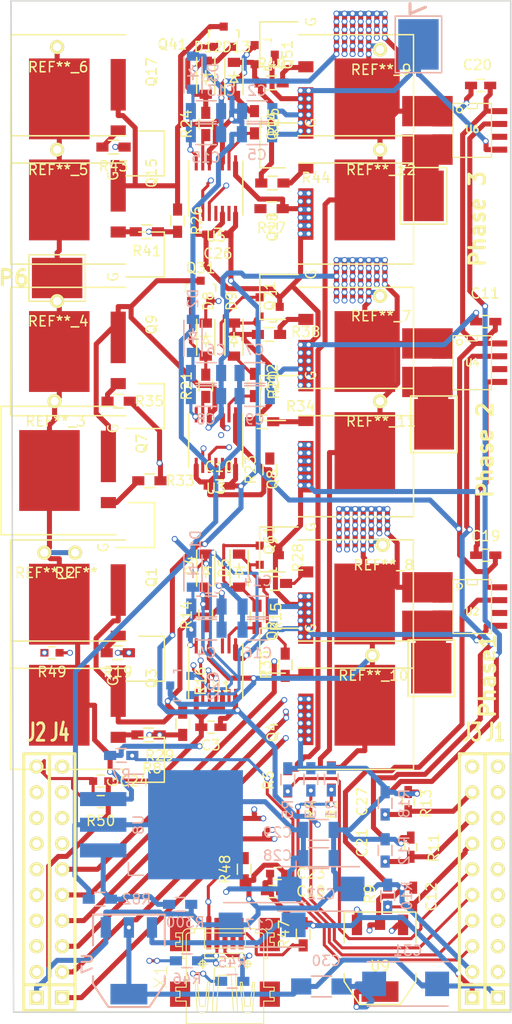
<source format=kicad_pcb>
(kicad_pcb (version 20171130) (host pcbnew "(5.1.12)-1")
  (layers (0 F.Cu signal) (1 In1.Cu power) (2 In2.Cu power) (31 B.Cu signal) (34 B.Paste user hide) (35 F.Paste user hide) (36 B.SilkS user hide) (37 F.SilkS user hide) (38 B.Mask user hide) (39 F.Mask user hide) (44 Edge.Cuts user))
  (net 0 "")
  (net 1 GND)
  (net 2 +5V)
  (net 3 V_SUPPLY)
  (net 4 "/Power MOSFETS/H1_VS")
  (net 5 "/Power MOSFETS/CurrentA")
  (net 6 "/Power MOSFETS/H2_VS")
  (net 7 "/Power MOSFETS/CurrentB")
  (net 8 "/Power MOSFETS/H3_VS")
  (net 9 "/Power MOSFETS/CurrentC")
  (net 10 "/Power MOSFETS/M_H1")
  (net 11 "/Power MOSFETS/M_L1")
  (net 12 "/Power MOSFETS/M_H2")
  (net 13 "/Power MOSFETS/M_L2")
  (net 14 "/Power MOSFETS/M_H3")
  (net 15 "/Power MOSFETS/M_L3")
  (net 16 "/Power MOSFETS/PHASE_1")
  (net 17 "/Power MOSFETS/PHASE_2")
  (net 18 "/Power MOSFETS/PHASE_3")
  (net 19 "Net-(R9-Pad1)")
  (net 20 "Net-(R11-Pad1)")
  (net 21 "Net-(R13-Pad1)")
  (net 22 "Net-(R15-Pad2)")
  (net 23 "Net-(R20-Pad2)")
  (net 24 "Net-(R25-Pad2)")
  (net 25 "Net-(U2-Pad6)")
  (net 26 "Net-(U4-Pad6)")
  (net 27 "Net-(U6-Pad6)")
  (net 28 "Net-(J1-Pad2)")
  (net 29 "Net-(J1-Pad3)")
  (net 30 "Net-(J1-Pad4)")
  (net 31 "Net-(J1-Pad5)")
  (net 32 "Net-(J1-Pad6)")
  (net 33 "Net-(J1-Pad7)")
  (net 34 "Net-(J1-Pad8)")
  (net 35 "Net-(J1-Pad9)")
  (net 36 "Net-(J1-Pad10)")
  (net 37 "Net-(J2-Pad2)")
  (net 38 "Net-(J2-Pad4)")
  (net 39 "Net-(J2-Pad6)")
  (net 40 "Net-(J2-Pad7)")
  (net 41 "Net-(J2-Pad8)")
  (net 42 "Net-(J2-Pad9)")
  (net 43 "Net-(J3-Pad3)")
  (net 44 "Net-(J3-Pad4)")
  (net 45 "Net-(J3-Pad5)")
  (net 46 "Net-(J3-Pad6)")
  (net 47 "Net-(J3-Pad10)")
  (net 48 "Net-(J4-Pad7)")
  (net 49 "Net-(J4-Pad8)")
  (net 50 "Net-(J4-Pad9)")
  (net 51 "Net-(J4-Pad10)")
  (net 52 +3V3)
  (net 53 "Net-(X1-Pad4)")
  (net 54 "Net-(C1-Pad1)")
  (net 55 "Net-(C6-Pad1)")
  (net 56 "Net-(C13-Pad1)")
  (net 57 "Net-(Q12-Pad3)")
  (net 58 "Net-(Q17-Pad3)")
  (net 59 "Net-(Q18-Pad3)")
  (net 60 "Net-(R14-Pad1)")
  (net 61 "Net-(R20-Pad1)")
  (net 62 "Net-(R21-Pad1)")
  (net 63 "Net-(R24-Pad1)")
  (net 64 "Net-(R25-Pad1)")
  (net 65 "Net-(U1-Pad4)")
  (net 66 "Net-(U1-Pad6)")
  (net 67 "Net-(U3-Pad4)")
  (net 68 "Net-(U3-Pad6)")
  (net 69 "Net-(U5-Pad4)")
  (net 70 "Net-(U5-Pad6)")
  (net 71 VDD)
  (net 72 "Net-(R300-Pad1)")
  (net 73 "Net-(C24-Pad2)")
  (net 74 "Net-(R45-Pad1)")
  (net 75 "Net-(R46-Pad2)")
  (net 76 "Net-(R47-Pad1)")
  (net 77 "Net-(R48-Pad2)")
  (net 78 "Net-(D4-Pad1)")
  (net 79 "Net-(D4-Pad2)")
  (net 80 "Net-(D5-Pad1)")
  (net 81 "Net-(D5-Pad2)")
  (net 82 "Net-(D8-Pad1)")
  (net 83 "Net-(D8-Pad2)")
  (net 84 "Net-(D9-Pad1)")
  (net 85 "Net-(D9-Pad2)")
  (net 86 "Net-(D12-Pad1)")
  (net 87 "Net-(D12-Pad2)")
  (net 88 "Net-(D13-Pad1)")
  (net 89 "Net-(D13-Pad2)")
  (net 90 "Net-(Q1-Pad3)")
  (net 91 "Net-(Q2-Pad3)")
  (net 92 "Net-(Q3-Pad3)")
  (net 93 "Net-(Q4-Pad3)")
  (net 94 "Net-(Q7-Pad3)")
  (net 95 "Net-(Q8-Pad3)")
  (net 96 "Net-(Q9-Pad3)")
  (net 97 "Net-(Q14-Pad3)")
  (net 98 "Net-(Q15-Pad3)")
  (module thrw (layer F.Cu) (at 239.522 66.802)
    (fp_text reference REF**_12 (at 0.1 2) (layer F.SilkS))
    (fp_text value thrw)
    (pad 1 thru_hole circle (at 0 0) (size 1.397 1.397) (drill 0.8128) (layers *.Cu *.Mask F.SilkS) (net 8 "/Power MOSFETS/H3_VS"))
  )
  (module thrw (layer F.Cu) (at 239.522 91.694)
    (fp_text reference REF**_11 (at 0.1 2) (layer F.SilkS))
    (fp_text value thrw)
    (pad 1 thru_hole circle (at 0 0) (size 1.397 1.397) (drill 0.8128) (layers *.Cu *.Mask F.SilkS) (net 6 "/Power MOSFETS/H2_VS"))
  )
  (module thrw (layer F.Cu) (at 238.76 116.84)
    (fp_text reference REF**_10 (at 0.1 2) (layer F.SilkS))
    (fp_text value thrw)
    (pad 1 thru_hole circle (at 0 0) (size 1.397 1.397) (drill 0.8128) (layers *.Cu *.Mask F.SilkS) (net 4 "/Power MOSFETS/H1_VS"))
  )
  (module thrw (layer F.Cu) (at 239.522 56.896)
    (fp_text reference REF**_9 (at 0.1 2) (layer F.SilkS))
    (fp_text value thrw)
    (pad 1 thru_hole circle (at 0 0) (size 1.397 1.397) (drill 0.8128) (layers *.Cu *.Mask F.SilkS) (net 8 "/Power MOSFETS/H3_VS"))
  )
  (module thrw (layer F.Cu) (at 239.776 105.918)
    (fp_text reference REF**_8 (at 0.1 2) (layer F.SilkS))
    (fp_text value thrw)
    (pad 1 thru_hole circle (at 0 0) (size 1.397 1.397) (drill 0.8128) (layers *.Cu *.Mask F.SilkS) (net 4 "/Power MOSFETS/H1_VS"))
  )
  (module thrw (layer F.Cu) (at 239.522 81.28)
    (fp_text reference REF**_7 (at 0.1 2) (layer F.SilkS))
    (fp_text value thrw)
    (pad 1 thru_hole circle (at 0 0) (size 1.397 1.397) (drill 0.8128) (layers *.Cu *.Mask F.SilkS) (net 6 "/Power MOSFETS/H2_VS"))
  )
  (module thrw (layer F.Cu) (at 207.518 56.642)
    (fp_text reference REF**_6 (at 0.1 2) (layer F.SilkS))
    (fp_text value thrw)
    (pad 1 thru_hole circle (at 0 0) (size 1.397 1.397) (drill 0.8128) (layers *.Cu *.Mask F.SilkS) (net 3 V_SUPPLY))
  )
  (module thrw (layer F.Cu) (at 207.518 66.802)
    (fp_text reference REF**_5 (at 0.1 2) (layer F.SilkS))
    (fp_text value thrw)
    (pad 1 thru_hole circle (at 0 0) (size 1.397 1.397) (drill 0.8128) (layers *.Cu *.Mask F.SilkS) (net 3 V_SUPPLY))
  )
  (module thrw (layer F.Cu) (at 207.518 81.788)
    (fp_text reference REF**_4 (at 0.1 2) (layer F.SilkS))
    (fp_text value thrw)
    (pad 1 thru_hole circle (at 0 0) (size 1.397 1.397) (drill 0.8128) (layers *.Cu *.Mask F.SilkS) (net 3 V_SUPPLY))
  )
  (module thrw (layer F.Cu) (at 207.264 91.694)
    (fp_text reference REF**_3 (at 0.1 2) (layer F.SilkS))
    (fp_text value thrw)
    (pad 1 thru_hole circle (at 0 0) (size 1.397 1.397) (drill 0.8128) (layers *.Cu *.Mask F.SilkS) (net 3 V_SUPPLY))
  )
  (module thrw (layer F.Cu) (at 206.248 106.68)
    (fp_text reference REF**_2 (at 0.1 2) (layer F.SilkS))
    (fp_text value thrw)
    (pad 1 thru_hole circle (at 0 0) (size 1.397 1.397) (drill 0.8128) (layers *.Cu *.Mask F.SilkS) (net 3 V_SUPPLY))
  )
  (module thrw (layer F.Cu) (at 209.296 106.68)
    (fp_text reference REF** (at 0.1 2) (layer F.SilkS))
    (fp_text value thrw)
    (pad 1 thru_hole circle (at 0 0) (size 1.397 1.397) (drill 0.8128) (layers *.Cu *.Mask F.SilkS) (net 3 V_SUPPLY))
  )
  (module Capacitors_SMD:C_1206 (layer B.Cu) (at 227.354 62.992)
    (fp_text reference C2 (at -0.024 -2.032) (layer B.SilkS) (effects (justify mirror)))
    (fp_text value 0.1uf)
    (pad 1 smd rect (at -1.5 0) (size 1 1.6) (layers B.Cu B.Paste B.Mask) (net 71 VDD))
    (pad 2 smd rect (at 1.5 0) (size 1 1.6) (layers B.Cu B.Paste B.Mask) (net 1 GND))
  )
  (module TO_SOT_Packages_SMD:SOT-223 (layer F.Cu) (at 239.522 146.812 180)
    (fp_text reference U9 (at 0 -0.762 180) (layer F.SilkS))
    (fp_text value LM340MPX-5)
    (pad 4 smd rect (at 0 -3.302 180) (size 3.6576 2.032) (layers F.Cu F.Paste F.Mask) (net 1 GND))
    (pad 2 smd rect (at 0 3.302 180) (size 1.016 1) (layers F.Cu F.Paste F.Mask) (net 1 GND))
    (pad 3 smd rect (at 2.286 3.302 180) (size 1.016 2.032) (layers F.Cu F.Paste F.Mask) (net 2 +5V))
    (pad 1 smd rect (at -2.286 3.302 180) (size 1.016 2.032) (layers F.Cu F.Paste F.Mask) (net 71 VDD))
  )
  (module "via 0.60.4" (layer F.Cu) (at 232.448 125.158)
    (fp_text reference REF**26_7 hide)
    (fp_text value "via 0.60.4" hide)
    (pad 1 thru_hole circle (at 0 0) (size 0.6 0.6) (drill 0.4) (layers *.Cu) (net 1 GND))
  )
  (module "via 0.60.4" (layer F.Cu) (at 231.648 125.158)
    (fp_text reference REF**16_7 hide)
    (fp_text value "via 0.60.4" hide)
    (pad 1 thru_hole circle (at 0 0) (size 0.6 0.6) (drill 0.4) (layers *.Cu) (net 1 GND))
  )
  (module "via 0.60.4" (layer F.Cu) (at 232.448 124.358)
    (fp_text reference REF**25_7 hide)
    (fp_text value "via 0.60.4" hide)
    (pad 1 thru_hole circle (at 0 0) (size 0.6 0.6) (drill 0.4) (layers *.Cu) (net 1 GND))
  )
  (module "via 0.60.4" (layer F.Cu) (at 231.648 124.358)
    (fp_text reference REF**15_7 hide)
    (fp_text value "via 0.60.4" hide)
    (pad 1 thru_hole circle (at 0 0) (size 0.6 0.6) (drill 0.4) (layers *.Cu) (net 1 GND))
  )
  (module "via 0.60.4" (layer F.Cu) (at 232.448 123.558)
    (fp_text reference REF**24_7 hide)
    (fp_text value "via 0.60.4" hide)
    (pad 1 thru_hole circle (at 0 0) (size 0.6 0.6) (drill 0.4) (layers *.Cu) (net 1 GND))
  )
  (module "via 0.60.4" (layer F.Cu) (at 231.648 123.558)
    (fp_text reference REF**14_7 hide)
    (fp_text value "via 0.60.4" hide)
    (pad 1 thru_hole circle (at 0 0) (size 0.6 0.6) (drill 0.4) (layers *.Cu) (net 1 GND))
  )
  (module "via 0.60.4" (layer F.Cu) (at 232.448 122.758)
    (fp_text reference REF**23_7 hide)
    (fp_text value "via 0.60.4" hide)
    (pad 1 thru_hole circle (at 0 0) (size 0.6 0.6) (drill 0.4) (layers *.Cu) (net 1 GND))
  )
  (module "via 0.60.4" (layer F.Cu) (at 231.648 122.758)
    (fp_text reference REF**13_7 hide)
    (fp_text value "via 0.60.4" hide)
    (pad 1 thru_hole circle (at 0 0) (size 0.6 0.6) (drill 0.4) (layers *.Cu) (net 1 GND))
  )
  (module "via 0.60.4" (layer F.Cu) (at 232.448 121.958)
    (fp_text reference REF**22_7 hide)
    (fp_text value "via 0.60.4" hide)
    (pad 1 thru_hole circle (at 0 0) (size 0.6 0.6) (drill 0.4) (layers *.Cu) (net 1 GND))
  )
  (module "via 0.60.4" (layer F.Cu) (at 231.648 121.958)
    (fp_text reference REF**12_7 hide)
    (fp_text value "via 0.60.4" hide)
    (pad 1 thru_hole circle (at 0 0) (size 0.6 0.6) (drill 0.4) (layers *.Cu) (net 1 GND))
  )
  (module "via 0.60.4" (layer F.Cu) (at 232.448 121.158)
    (fp_text reference REF**21_7 hide)
    (fp_text value "via 0.60.4" hide)
    (pad 1 thru_hole circle (at 0 0) (size 0.6 0.6) (drill 0.4) (layers *.Cu) (net 1 GND))
  )
  (module "via 0.60.4" (layer F.Cu) (at 232.448 114.998)
    (fp_text reference REF**26_6 hide)
    (fp_text value "via 0.60.4" hide)
    (pad 1 thru_hole circle (at 0 0) (size 0.6 0.6) (drill 0.4) (layers *.Cu) (net 1 GND))
  )
  (module "via 0.60.4" (layer F.Cu) (at 231.648 114.998)
    (fp_text reference REF**16_6 hide)
    (fp_text value "via 0.60.4" hide)
    (pad 1 thru_hole circle (at 0 0) (size 0.6 0.6) (drill 0.4) (layers *.Cu) (net 1 GND))
  )
  (module "via 0.60.4" (layer F.Cu) (at 232.448 114.198)
    (fp_text reference REF**25_6 hide)
    (fp_text value "via 0.60.4" hide)
    (pad 1 thru_hole circle (at 0 0) (size 0.6 0.6) (drill 0.4) (layers *.Cu) (net 1 GND))
  )
  (module "via 0.60.4" (layer F.Cu) (at 231.648 114.198)
    (fp_text reference REF**15_6 hide)
    (fp_text value "via 0.60.4" hide)
    (pad 1 thru_hole circle (at 0 0) (size 0.6 0.6) (drill 0.4) (layers *.Cu) (net 1 GND))
  )
  (module "via 0.60.4" (layer F.Cu) (at 232.448 113.398)
    (fp_text reference REF**24_6 hide)
    (fp_text value "via 0.60.4" hide)
    (pad 1 thru_hole circle (at 0 0) (size 0.6 0.6) (drill 0.4) (layers *.Cu) (net 1 GND))
  )
  (module "via 0.60.4" (layer F.Cu) (at 231.648 113.398)
    (fp_text reference REF**14_6 hide)
    (fp_text value "via 0.60.4" hide)
    (pad 1 thru_hole circle (at 0 0) (size 0.6 0.6) (drill 0.4) (layers *.Cu) (net 1 GND))
  )
  (module "via 0.60.4" (layer F.Cu) (at 232.448 112.598)
    (fp_text reference REF**23_6 hide)
    (fp_text value "via 0.60.4" hide)
    (pad 1 thru_hole circle (at 0 0) (size 0.6 0.6) (drill 0.4) (layers *.Cu) (net 1 GND))
  )
  (module "via 0.60.4" (layer F.Cu) (at 231.648 112.598)
    (fp_text reference REF**13_6 hide)
    (fp_text value "via 0.60.4" hide)
    (pad 1 thru_hole circle (at 0 0) (size 0.6 0.6) (drill 0.4) (layers *.Cu) (net 1 GND))
  )
  (module "via 0.60.4" (layer F.Cu) (at 232.448 111.798)
    (fp_text reference REF**22_6 hide)
    (fp_text value "via 0.60.4" hide)
    (pad 1 thru_hole circle (at 0 0) (size 0.6 0.6) (drill 0.4) (layers *.Cu) (net 1 GND))
  )
  (module "via 0.60.4" (layer F.Cu) (at 231.648 111.798)
    (fp_text reference REF**12_6 hide)
    (fp_text value "via 0.60.4" hide)
    (pad 1 thru_hole circle (at 0 0) (size 0.6 0.6) (drill 0.4) (layers *.Cu) (net 1 GND))
  )
  (module "via 0.60.4" (layer F.Cu) (at 232.448 110.998)
    (fp_text reference REF**21_6 hide)
    (fp_text value "via 0.60.4" hide)
    (pad 1 thru_hole circle (at 0 0) (size 0.6 0.6) (drill 0.4) (layers *.Cu) (net 1 GND))
  )
  (module "via 0.60.4" (layer F.Cu) (at 231.648 121.158)
    (fp_text reference REF**11_7 hide)
    (fp_text value "via 0.60.4" hide)
    (pad 1 thru_hole circle (at 0 0) (size 0.6 0.6) (drill 0.4) (layers *.Cu) (net 1 GND))
  )
  (module "via 0.60.4" (layer F.Cu) (at 231.648 110.998)
    (fp_text reference REF**11_6 hide)
    (fp_text value "via 0.60.4" hide)
    (pad 1 thru_hole circle (at 0 0) (size 0.6 0.6) (drill 0.4) (layers *.Cu) (net 1 GND))
  )
  (module "via 0.60.4" (layer F.Cu) (at 232.448 100.012)
    (fp_text reference REF**26_5 hide)
    (fp_text value "via 0.60.4" hide)
    (pad 1 thru_hole circle (at 0 0) (size 0.6 0.6) (drill 0.4) (layers *.Cu) (net 1 GND))
  )
  (module "via 0.60.4" (layer F.Cu) (at 231.648 100.012)
    (fp_text reference REF**16_5 hide)
    (fp_text value "via 0.60.4" hide)
    (pad 1 thru_hole circle (at 0 0) (size 0.6 0.6) (drill 0.4) (layers *.Cu) (net 1 GND))
  )
  (module "via 0.60.4" (layer F.Cu) (at 232.448 99.212)
    (fp_text reference REF**25_5 hide)
    (fp_text value "via 0.60.4" hide)
    (pad 1 thru_hole circle (at 0 0) (size 0.6 0.6) (drill 0.4) (layers *.Cu) (net 1 GND))
  )
  (module "via 0.60.4" (layer F.Cu) (at 231.648 99.212)
    (fp_text reference REF**15_5 hide)
    (fp_text value "via 0.60.4" hide)
    (pad 1 thru_hole circle (at 0 0) (size 0.6 0.6) (drill 0.4) (layers *.Cu) (net 1 GND))
  )
  (module "via 0.60.4" (layer F.Cu) (at 232.448 98.412)
    (fp_text reference REF**24_5 hide)
    (fp_text value "via 0.60.4" hide)
    (pad 1 thru_hole circle (at 0 0) (size 0.6 0.6) (drill 0.4) (layers *.Cu) (net 1 GND))
  )
  (module "via 0.60.4" (layer F.Cu) (at 231.648 98.412)
    (fp_text reference REF**14_5 hide)
    (fp_text value "via 0.60.4" hide)
    (pad 1 thru_hole circle (at 0 0) (size 0.6 0.6) (drill 0.4) (layers *.Cu) (net 1 GND))
  )
  (module "via 0.60.4" (layer F.Cu) (at 232.448 97.612)
    (fp_text reference REF**23_5 hide)
    (fp_text value "via 0.60.4" hide)
    (pad 1 thru_hole circle (at 0 0) (size 0.6 0.6) (drill 0.4) (layers *.Cu) (net 1 GND))
  )
  (module "via 0.60.4" (layer F.Cu) (at 231.648 97.612)
    (fp_text reference REF**13_5 hide)
    (fp_text value "via 0.60.4" hide)
    (pad 1 thru_hole circle (at 0 0) (size 0.6 0.6) (drill 0.4) (layers *.Cu) (net 1 GND))
  )
  (module "via 0.60.4" (layer F.Cu) (at 232.448 96.812)
    (fp_text reference REF**22_5 hide)
    (fp_text value "via 0.60.4" hide)
    (pad 1 thru_hole circle (at 0 0) (size 0.6 0.6) (drill 0.4) (layers *.Cu) (net 1 GND))
  )
  (module "via 0.60.4" (layer F.Cu) (at 231.648 96.812)
    (fp_text reference REF**12_5 hide)
    (fp_text value "via 0.60.4" hide)
    (pad 1 thru_hole circle (at 0 0) (size 0.6 0.6) (drill 0.4) (layers *.Cu) (net 1 GND))
  )
  (module "via 0.60.4" (layer F.Cu) (at 232.448 96.012)
    (fp_text reference REF**21_5 hide)
    (fp_text value "via 0.60.4" hide)
    (pad 1 thru_hole circle (at 0 0) (size 0.6 0.6) (drill 0.4) (layers *.Cu) (net 1 GND))
  )
  (module "via 0.60.4" (layer F.Cu) (at 231.648 96.012)
    (fp_text reference REF**11_5 hide)
    (fp_text value "via 0.60.4" hide)
    (pad 1 thru_hole circle (at 0 0) (size 0.6 0.6) (drill 0.4) (layers *.Cu) (net 1 GND))
  )
  (module "via 0.60.4" (layer F.Cu) (at 232.448 90.106)
    (fp_text reference REF**26_4 hide)
    (fp_text value "via 0.60.4" hide)
    (pad 1 thru_hole circle (at 0 0) (size 0.6 0.6) (drill 0.4) (layers *.Cu) (net 1 GND))
  )
  (module "via 0.60.4" (layer F.Cu) (at 231.648 90.106)
    (fp_text reference REF**16_4 hide)
    (fp_text value "via 0.60.4" hide)
    (pad 1 thru_hole circle (at 0 0) (size 0.6 0.6) (drill 0.4) (layers *.Cu) (net 1 GND))
  )
  (module "via 0.60.4" (layer F.Cu) (at 232.448 89.306)
    (fp_text reference REF**25_4 hide)
    (fp_text value "via 0.60.4" hide)
    (pad 1 thru_hole circle (at 0 0) (size 0.6 0.6) (drill 0.4) (layers *.Cu) (net 1 GND))
  )
  (module "via 0.60.4" (layer F.Cu) (at 231.648 89.306)
    (fp_text reference REF**15_4 hide)
    (fp_text value "via 0.60.4" hide)
    (pad 1 thru_hole circle (at 0 0) (size 0.6 0.6) (drill 0.4) (layers *.Cu) (net 1 GND))
  )
  (module "via 0.60.4" (layer F.Cu) (at 232.448 88.506)
    (fp_text reference REF**24_4 hide)
    (fp_text value "via 0.60.4" hide)
    (pad 1 thru_hole circle (at 0 0) (size 0.6 0.6) (drill 0.4) (layers *.Cu) (net 1 GND))
  )
  (module "via 0.60.4" (layer F.Cu) (at 231.648 88.506)
    (fp_text reference REF**14_4 hide)
    (fp_text value "via 0.60.4" hide)
    (pad 1 thru_hole circle (at 0 0) (size 0.6 0.6) (drill 0.4) (layers *.Cu) (net 1 GND))
  )
  (module "via 0.60.4" (layer F.Cu) (at 232.448 87.706)
    (fp_text reference REF**23_4 hide)
    (fp_text value "via 0.60.4" hide)
    (pad 1 thru_hole circle (at 0 0) (size 0.6 0.6) (drill 0.4) (layers *.Cu) (net 1 GND))
  )
  (module "via 0.60.4" (layer F.Cu) (at 231.648 87.706)
    (fp_text reference REF**13_4 hide)
    (fp_text value "via 0.60.4" hide)
    (pad 1 thru_hole circle (at 0 0) (size 0.6 0.6) (drill 0.4) (layers *.Cu) (net 1 GND))
  )
  (module "via 0.60.4" (layer F.Cu) (at 232.448 86.906)
    (fp_text reference REF**22_4 hide)
    (fp_text value "via 0.60.4" hide)
    (pad 1 thru_hole circle (at 0 0) (size 0.6 0.6) (drill 0.4) (layers *.Cu) (net 1 GND))
  )
  (module "via 0.60.4" (layer F.Cu) (at 231.648 86.906)
    (fp_text reference REF**12_4 hide)
    (fp_text value "via 0.60.4" hide)
    (pad 1 thru_hole circle (at 0 0) (size 0.6 0.6) (drill 0.4) (layers *.Cu) (net 1 GND))
  )
  (module "via 0.60.4" (layer F.Cu) (at 232.448 86.106)
    (fp_text reference REF**21_4 hide)
    (fp_text value "via 0.60.4" hide)
    (pad 1 thru_hole circle (at 0 0) (size 0.6 0.6) (drill 0.4) (layers *.Cu) (net 1 GND))
  )
  (module "via 0.60.4" (layer F.Cu) (at 231.648 86.106)
    (fp_text reference REF**11_4 hide)
    (fp_text value "via 0.60.4" hide)
    (pad 1 thru_hole circle (at 0 0) (size 0.6 0.6) (drill 0.4) (layers *.Cu) (net 1 GND))
  )
  (module "via 0.60.4" (layer F.Cu) (at 232.448 75.12)
    (fp_text reference REF**26_3 hide)
    (fp_text value "via 0.60.4" hide)
    (pad 1 thru_hole circle (at 0 0) (size 0.6 0.6) (drill 0.4) (layers *.Cu) (net 1 GND))
  )
  (module "via 0.60.4" (layer F.Cu) (at 231.648 75.12)
    (fp_text reference REF**16_3 hide)
    (fp_text value "via 0.60.4" hide)
    (pad 1 thru_hole circle (at 0 0) (size 0.6 0.6) (drill 0.4) (layers *.Cu) (net 1 GND))
  )
  (module "via 0.60.4" (layer F.Cu) (at 232.448 74.32)
    (fp_text reference REF**25_3 hide)
    (fp_text value "via 0.60.4" hide)
    (pad 1 thru_hole circle (at 0 0) (size 0.6 0.6) (drill 0.4) (layers *.Cu) (net 1 GND))
  )
  (module "via 0.60.4" (layer F.Cu) (at 231.648 74.32)
    (fp_text reference REF**15_3 hide)
    (fp_text value "via 0.60.4" hide)
    (pad 1 thru_hole circle (at 0 0) (size 0.6 0.6) (drill 0.4) (layers *.Cu) (net 1 GND))
  )
  (module "via 0.60.4" (layer F.Cu) (at 232.448 73.52)
    (fp_text reference REF**24_3 hide)
    (fp_text value "via 0.60.4" hide)
    (pad 1 thru_hole circle (at 0 0) (size 0.6 0.6) (drill 0.4) (layers *.Cu) (net 1 GND))
  )
  (module "via 0.60.4" (layer F.Cu) (at 231.648 73.52)
    (fp_text reference REF**14_3 hide)
    (fp_text value "via 0.60.4" hide)
    (pad 1 thru_hole circle (at 0 0) (size 0.6 0.6) (drill 0.4) (layers *.Cu) (net 1 GND))
  )
  (module "via 0.60.4" (layer F.Cu) (at 232.448 72.72)
    (fp_text reference REF**23_3 hide)
    (fp_text value "via 0.60.4" hide)
    (pad 1 thru_hole circle (at 0 0) (size 0.6 0.6) (drill 0.4) (layers *.Cu) (net 1 GND))
  )
  (module "via 0.60.4" (layer F.Cu) (at 231.648 72.72)
    (fp_text reference REF**13_3 hide)
    (fp_text value "via 0.60.4" hide)
    (pad 1 thru_hole circle (at 0 0) (size 0.6 0.6) (drill 0.4) (layers *.Cu) (net 1 GND))
  )
  (module "via 0.60.4" (layer F.Cu) (at 232.448 71.92)
    (fp_text reference REF**22_3 hide)
    (fp_text value "via 0.60.4" hide)
    (pad 1 thru_hole circle (at 0 0) (size 0.6 0.6) (drill 0.4) (layers *.Cu) (net 1 GND))
  )
  (module "via 0.60.4" (layer F.Cu) (at 231.648 71.92)
    (fp_text reference REF**12_3 hide)
    (fp_text value "via 0.60.4" hide)
    (pad 1 thru_hole circle (at 0 0) (size 0.6 0.6) (drill 0.4) (layers *.Cu) (net 1 GND))
  )
  (module "via 0.60.4" (layer F.Cu) (at 232.448 71.12)
    (fp_text reference REF**21_3 hide)
    (fp_text value "via 0.60.4" hide)
    (pad 1 thru_hole circle (at 0 0) (size 0.6 0.6) (drill 0.4) (layers *.Cu) (net 1 GND))
  )
  (module "via 0.60.4" (layer F.Cu) (at 231.648 71.12)
    (fp_text reference REF**11_3 hide)
    (fp_text value "via 0.60.4" hide)
    (pad 1 thru_hole circle (at 0 0) (size 0.6 0.6) (drill 0.4) (layers *.Cu) (net 1 GND))
  )
  (module "via 0.60.4" (layer F.Cu) (at 232.448 64.96)
    (fp_text reference REF**26_2 hide)
    (fp_text value "via 0.60.4" hide)
    (pad 1 thru_hole circle (at 0 0) (size 0.6 0.6) (drill 0.4) (layers *.Cu) (net 1 GND))
  )
  (module "via 0.60.4" (layer F.Cu) (at 231.648 64.96)
    (fp_text reference REF**16_2 hide)
    (fp_text value "via 0.60.4" hide)
    (pad 1 thru_hole circle (at 0 0) (size 0.6 0.6) (drill 0.4) (layers *.Cu) (net 1 GND))
  )
  (module "via 0.60.4" (layer F.Cu) (at 232.448 64.16)
    (fp_text reference REF**25_2 hide)
    (fp_text value "via 0.60.4" hide)
    (pad 1 thru_hole circle (at 0 0) (size 0.6 0.6) (drill 0.4) (layers *.Cu) (net 1 GND))
  )
  (module "via 0.60.4" (layer F.Cu) (at 231.648 64.16)
    (fp_text reference REF**15_2 hide)
    (fp_text value "via 0.60.4" hide)
    (pad 1 thru_hole circle (at 0 0) (size 0.6 0.6) (drill 0.4) (layers *.Cu) (net 1 GND))
  )
  (module "via 0.60.4" (layer F.Cu) (at 232.448 63.36)
    (fp_text reference REF**24_2 hide)
    (fp_text value "via 0.60.4" hide)
    (pad 1 thru_hole circle (at 0 0) (size 0.6 0.6) (drill 0.4) (layers *.Cu) (net 1 GND))
  )
  (module "via 0.60.4" (layer F.Cu) (at 231.648 63.36)
    (fp_text reference REF**14_2 hide)
    (fp_text value "via 0.60.4" hide)
    (pad 1 thru_hole circle (at 0 0) (size 0.6 0.6) (drill 0.4) (layers *.Cu) (net 1 GND))
  )
  (module "via 0.60.4" (layer F.Cu) (at 232.448 62.56)
    (fp_text reference REF**23_2 hide)
    (fp_text value "via 0.60.4" hide)
    (pad 1 thru_hole circle (at 0 0) (size 0.6 0.6) (drill 0.4) (layers *.Cu) (net 1 GND))
  )
  (module "via 0.60.4" (layer F.Cu) (at 231.648 62.56)
    (fp_text reference REF**13_2 hide)
    (fp_text value "via 0.60.4" hide)
    (pad 1 thru_hole circle (at 0 0) (size 0.6 0.6) (drill 0.4) (layers *.Cu) (net 1 GND))
  )
  (module "via 0.60.4" (layer F.Cu) (at 232.448 61.76)
    (fp_text reference REF**22_2 hide)
    (fp_text value "via 0.60.4" hide)
    (pad 1 thru_hole circle (at 0 0) (size 0.6 0.6) (drill 0.4) (layers *.Cu) (net 1 GND))
  )
  (module "via 0.60.4" (layer F.Cu) (at 231.648 61.76)
    (fp_text reference REF**12_2 hide)
    (fp_text value "via 0.60.4" hide)
    (pad 1 thru_hole circle (at 0 0) (size 0.6 0.6) (drill 0.4) (layers *.Cu) (net 1 GND))
  )
  (module "via 0.60.4" (layer F.Cu) (at 232.448 60.96)
    (fp_text reference REF**21_2 hide)
    (fp_text value "via 0.60.4" hide)
    (pad 1 thru_hole circle (at 0 0) (size 0.6 0.6) (drill 0.4) (layers *.Cu) (net 1 GND))
  )
  (module "via 0.60.4" (layer F.Cu) (at 231.648 60.96)
    (fp_text reference REF**11_2 hide)
    (fp_text value "via 0.60.4" hide)
    (pad 1 thru_hole circle (at 0 0) (size 0.6 0.6) (drill 0.4) (layers *.Cu) (net 1 GND))
  )
  (module "via 0.60.4" (layer F.Cu) (at 238.658 106.362)
    (fp_text reference REF**156 hide)
    (fp_text value "via 0.60.4" hide)
    (pad 1 thru_hole circle (at 0 0) (size 0.6 0.6) (drill 0.4) (layers *.Cu) (net 4 "/Power MOSFETS/H1_VS"))
  )
  (module "via 0.60.4" (layer F.Cu) (at 237.858 106.362)
    (fp_text reference REF**146 hide)
    (fp_text value "via 0.60.4" hide)
    (pad 1 thru_hole circle (at 0 0) (size 0.6 0.6) (drill 0.4) (layers *.Cu) (net 4 "/Power MOSFETS/H1_VS"))
  )
  (module "via 0.60.4" (layer F.Cu) (at 237.058 106.362)
    (fp_text reference REF**136 hide)
    (fp_text value "via 0.60.4" hide)
    (pad 1 thru_hole circle (at 0 0) (size 0.6 0.6) (drill 0.4) (layers *.Cu) (net 4 "/Power MOSFETS/H1_VS"))
  )
  (module "via 0.60.4" (layer F.Cu) (at 236.258 106.362)
    (fp_text reference REF**126 hide)
    (fp_text value "via 0.60.4" hide)
    (pad 1 thru_hole circle (at 0 0) (size 0.6 0.6) (drill 0.4) (layers *.Cu) (net 4 "/Power MOSFETS/H1_VS"))
  )
  (module "via 0.60.4" (layer F.Cu) (at 235.458 106.362)
    (fp_text reference REF**116 hide)
    (fp_text value "via 0.60.4" hide)
    (pad 1 thru_hole circle (at 0 0) (size 0.6 0.6) (drill 0.4) (layers *.Cu) (net 4 "/Power MOSFETS/H1_VS"))
  )
  (module "via 0.60.4" (layer F.Cu) (at 238.658 105.562)
    (fp_text reference REF**155 hide)
    (fp_text value "via 0.60.4" hide)
    (pad 1 thru_hole circle (at 0 0) (size 0.6 0.6) (drill 0.4) (layers *.Cu) (net 4 "/Power MOSFETS/H1_VS"))
  )
  (module "via 0.60.4" (layer F.Cu) (at 237.858 105.562)
    (fp_text reference REF**145 hide)
    (fp_text value "via 0.60.4" hide)
    (pad 1 thru_hole circle (at 0 0) (size 0.6 0.6) (drill 0.4) (layers *.Cu) (net 4 "/Power MOSFETS/H1_VS"))
  )
  (module "via 0.60.4" (layer F.Cu) (at 237.058 105.562)
    (fp_text reference REF**135 hide)
    (fp_text value "via 0.60.4" hide)
    (pad 1 thru_hole circle (at 0 0) (size 0.6 0.6) (drill 0.4) (layers *.Cu) (net 4 "/Power MOSFETS/H1_VS"))
  )
  (module "via 0.60.4" (layer F.Cu) (at 236.258 105.562)
    (fp_text reference REF**125 hide)
    (fp_text value "via 0.60.4" hide)
    (pad 1 thru_hole circle (at 0 0) (size 0.6 0.6) (drill 0.4) (layers *.Cu) (net 4 "/Power MOSFETS/H1_VS"))
  )
  (module "via 0.60.4" (layer F.Cu) (at 235.458 105.562)
    (fp_text reference REF**115 hide)
    (fp_text value "via 0.60.4" hide)
    (pad 1 thru_hole circle (at 0 0) (size 0.6 0.6) (drill 0.4) (layers *.Cu) (net 4 "/Power MOSFETS/H1_VS"))
  )
  (module "via 0.60.4" (layer F.Cu) (at 240.258 104.762)
    (fp_text reference REF**174 hide)
    (fp_text value "via 0.60.4" hide)
    (pad 1 thru_hole circle (at 0 0) (size 0.6 0.6) (drill 0.4) (layers *.Cu) (net 4 "/Power MOSFETS/H1_VS"))
  )
  (module "via 0.60.4" (layer F.Cu) (at 239.458 104.762)
    (fp_text reference REF**164 hide)
    (fp_text value "via 0.60.4" hide)
    (pad 1 thru_hole circle (at 0 0) (size 0.6 0.6) (drill 0.4) (layers *.Cu) (net 4 "/Power MOSFETS/H1_VS"))
  )
  (module "via 0.60.4" (layer F.Cu) (at 238.658 104.762)
    (fp_text reference REF**154 hide)
    (fp_text value "via 0.60.4" hide)
    (pad 1 thru_hole circle (at 0 0) (size 0.6 0.6) (drill 0.4) (layers *.Cu) (net 4 "/Power MOSFETS/H1_VS"))
  )
  (module "via 0.60.4" (layer F.Cu) (at 237.858 104.762)
    (fp_text reference REF**144 hide)
    (fp_text value "via 0.60.4" hide)
    (pad 1 thru_hole circle (at 0 0) (size 0.6 0.6) (drill 0.4) (layers *.Cu) (net 4 "/Power MOSFETS/H1_VS"))
  )
  (module "via 0.60.4" (layer F.Cu) (at 237.058 104.762)
    (fp_text reference REF**134 hide)
    (fp_text value "via 0.60.4" hide)
    (pad 1 thru_hole circle (at 0 0) (size 0.6 0.6) (drill 0.4) (layers *.Cu) (net 4 "/Power MOSFETS/H1_VS"))
  )
  (module "via 0.60.4" (layer F.Cu) (at 236.258 104.762)
    (fp_text reference REF**124 hide)
    (fp_text value "via 0.60.4" hide)
    (pad 1 thru_hole circle (at 0 0) (size 0.6 0.6) (drill 0.4) (layers *.Cu) (net 4 "/Power MOSFETS/H1_VS"))
  )
  (module "via 0.60.4" (layer F.Cu) (at 235.458 104.762)
    (fp_text reference REF**114 hide)
    (fp_text value "via 0.60.4" hide)
    (pad 1 thru_hole circle (at 0 0) (size 0.6 0.6) (drill 0.4) (layers *.Cu) (net 4 "/Power MOSFETS/H1_VS"))
  )
  (module "via 0.60.4" (layer F.Cu) (at 240.258 103.962)
    (fp_text reference REF**173 hide)
    (fp_text value "via 0.60.4" hide)
    (pad 1 thru_hole circle (at 0 0) (size 0.6 0.6) (drill 0.4) (layers *.Cu) (net 4 "/Power MOSFETS/H1_VS"))
  )
  (module "via 0.60.4" (layer F.Cu) (at 239.458 103.962)
    (fp_text reference REF**163 hide)
    (fp_text value "via 0.60.4" hide)
    (pad 1 thru_hole circle (at 0 0) (size 0.6 0.6) (drill 0.4) (layers *.Cu) (net 4 "/Power MOSFETS/H1_VS"))
  )
  (module "via 0.60.4" (layer F.Cu) (at 238.658 103.962)
    (fp_text reference REF**153 hide)
    (fp_text value "via 0.60.4" hide)
    (pad 1 thru_hole circle (at 0 0) (size 0.6 0.6) (drill 0.4) (layers *.Cu) (net 4 "/Power MOSFETS/H1_VS"))
  )
  (module "via 0.60.4" (layer F.Cu) (at 237.858 103.962)
    (fp_text reference REF**143 hide)
    (fp_text value "via 0.60.4" hide)
    (pad 1 thru_hole circle (at 0 0) (size 0.6 0.6) (drill 0.4) (layers *.Cu) (net 4 "/Power MOSFETS/H1_VS"))
  )
  (module "via 0.60.4" (layer F.Cu) (at 237.058 103.962)
    (fp_text reference REF**133 hide)
    (fp_text value "via 0.60.4" hide)
    (pad 1 thru_hole circle (at 0 0) (size 0.6 0.6) (drill 0.4) (layers *.Cu) (net 4 "/Power MOSFETS/H1_VS"))
  )
  (module "via 0.60.4" (layer F.Cu) (at 236.258 103.962)
    (fp_text reference REF**123 hide)
    (fp_text value "via 0.60.4" hide)
    (pad 1 thru_hole circle (at 0 0) (size 0.6 0.6) (drill 0.4) (layers *.Cu) (net 4 "/Power MOSFETS/H1_VS"))
  )
  (module "via 0.60.4" (layer F.Cu) (at 235.458 103.962)
    (fp_text reference REF**113 hide)
    (fp_text value "via 0.60.4" hide)
    (pad 1 thru_hole circle (at 0 0) (size 0.6 0.6) (drill 0.4) (layers *.Cu) (net 4 "/Power MOSFETS/H1_VS"))
  )
  (module "via 0.60.4" (layer F.Cu) (at 240.258 103.162)
    (fp_text reference REF**172 hide)
    (fp_text value "via 0.60.4" hide)
    (pad 1 thru_hole circle (at 0 0) (size 0.6 0.6) (drill 0.4) (layers *.Cu) (net 4 "/Power MOSFETS/H1_VS"))
  )
  (module "via 0.60.4" (layer F.Cu) (at 239.458 103.162)
    (fp_text reference REF**162 hide)
    (fp_text value "via 0.60.4" hide)
    (pad 1 thru_hole circle (at 0 0) (size 0.6 0.6) (drill 0.4) (layers *.Cu) (net 4 "/Power MOSFETS/H1_VS"))
  )
  (module "via 0.60.4" (layer F.Cu) (at 238.658 103.162)
    (fp_text reference REF**152 hide)
    (fp_text value "via 0.60.4" hide)
    (pad 1 thru_hole circle (at 0 0) (size 0.6 0.6) (drill 0.4) (layers *.Cu) (net 4 "/Power MOSFETS/H1_VS"))
  )
  (module "via 0.60.4" (layer F.Cu) (at 237.858 103.162)
    (fp_text reference REF**142 hide)
    (fp_text value "via 0.60.4" hide)
    (pad 1 thru_hole circle (at 0 0) (size 0.6 0.6) (drill 0.4) (layers *.Cu) (net 4 "/Power MOSFETS/H1_VS"))
  )
  (module "via 0.60.4" (layer F.Cu) (at 237.058 103.162)
    (fp_text reference REF**132 hide)
    (fp_text value "via 0.60.4" hide)
    (pad 1 thru_hole circle (at 0 0) (size 0.6 0.6) (drill 0.4) (layers *.Cu) (net 4 "/Power MOSFETS/H1_VS"))
  )
  (module "via 0.60.4" (layer F.Cu) (at 236.258 103.162)
    (fp_text reference REF**122 hide)
    (fp_text value "via 0.60.4" hide)
    (pad 1 thru_hole circle (at 0 0) (size 0.6 0.6) (drill 0.4) (layers *.Cu) (net 4 "/Power MOSFETS/H1_VS"))
  )
  (module "via 0.60.4" (layer F.Cu) (at 235.458 103.162)
    (fp_text reference REF**112 hide)
    (fp_text value "via 0.60.4" hide)
    (pad 1 thru_hole circle (at 0 0) (size 0.6 0.6) (drill 0.4) (layers *.Cu) (net 4 "/Power MOSFETS/H1_VS"))
  )
  (module "via 0.60.4" (layer F.Cu) (at 240.258 102.362)
    (fp_text reference REF**171 hide)
    (fp_text value "via 0.60.4" hide)
    (pad 1 thru_hole circle (at 0 0) (size 0.6 0.6) (drill 0.4) (layers *.Cu) (net 4 "/Power MOSFETS/H1_VS"))
  )
  (module "via 0.60.4" (layer F.Cu) (at 239.458 102.362)
    (fp_text reference REF**161 hide)
    (fp_text value "via 0.60.4" hide)
    (pad 1 thru_hole circle (at 0 0) (size 0.6 0.6) (drill 0.4) (layers *.Cu) (net 4 "/Power MOSFETS/H1_VS"))
  )
  (module "via 0.60.4" (layer F.Cu) (at 238.658 102.362)
    (fp_text reference REF**151 hide)
    (fp_text value "via 0.60.4" hide)
    (pad 1 thru_hole circle (at 0 0) (size 0.6 0.6) (drill 0.4) (layers *.Cu) (net 4 "/Power MOSFETS/H1_VS"))
  )
  (module "via 0.60.4" (layer F.Cu) (at 237.858 102.362)
    (fp_text reference REF**141 hide)
    (fp_text value "via 0.60.4" hide)
    (pad 1 thru_hole circle (at 0 0) (size 0.6 0.6) (drill 0.4) (layers *.Cu) (net 4 "/Power MOSFETS/H1_VS"))
  )
  (module "via 0.60.4" (layer F.Cu) (at 237.058 102.362)
    (fp_text reference REF**131 hide)
    (fp_text value "via 0.60.4" hide)
    (pad 1 thru_hole circle (at 0 0) (size 0.6 0.6) (drill 0.4) (layers *.Cu) (net 4 "/Power MOSFETS/H1_VS"))
  )
  (module "via 0.60.4" (layer F.Cu) (at 236.258 102.362)
    (fp_text reference REF**121 hide)
    (fp_text value "via 0.60.4" hide)
    (pad 1 thru_hole circle (at 0 0) (size 0.6 0.6) (drill 0.4) (layers *.Cu) (net 4 "/Power MOSFETS/H1_VS"))
  )
  (module "via 0.60.4" (layer F.Cu) (at 235.458 102.362)
    (fp_text reference REF**111 hide)
    (fp_text value "via 0.60.4" hide)
    (pad 1 thru_hole circle (at 0 0) (size 0.6 0.6) (drill 0.4) (layers *.Cu) (net 4 "/Power MOSFETS/H1_VS"))
  )
  (module "via 0.60.4" (layer F.Cu) (at 238.404 81.724)
    (fp_text reference REF**56 hide)
    (fp_text value "via 0.60.4" hide)
    (pad 1 thru_hole circle (at 0 0) (size 0.6 0.6) (drill 0.4) (layers *.Cu) (net 6 "/Power MOSFETS/H2_VS"))
  )
  (module "via 0.60.4" (layer F.Cu) (at 237.604 81.724)
    (fp_text reference REF**46 hide)
    (fp_text value "via 0.60.4" hide)
    (pad 1 thru_hole circle (at 0 0) (size 0.6 0.6) (drill 0.4) (layers *.Cu) (net 6 "/Power MOSFETS/H2_VS"))
  )
  (module "via 0.60.4" (layer F.Cu) (at 236.804 81.724)
    (fp_text reference REF**36 hide)
    (fp_text value "via 0.60.4" hide)
    (pad 1 thru_hole circle (at 0 0) (size 0.6 0.6) (drill 0.4) (layers *.Cu) (net 6 "/Power MOSFETS/H2_VS"))
  )
  (module "via 0.60.4" (layer F.Cu) (at 236.004 81.724)
    (fp_text reference REF**26 hide)
    (fp_text value "via 0.60.4" hide)
    (pad 1 thru_hole circle (at 0 0) (size 0.6 0.6) (drill 0.4) (layers *.Cu) (net 6 "/Power MOSFETS/H2_VS"))
  )
  (module "via 0.60.4" (layer F.Cu) (at 235.204 81.724)
    (fp_text reference REF**16 hide)
    (fp_text value "via 0.60.4" hide)
    (pad 1 thru_hole circle (at 0 0) (size 0.6 0.6) (drill 0.4) (layers *.Cu) (net 6 "/Power MOSFETS/H2_VS"))
  )
  (module "via 0.60.4" (layer F.Cu) (at 238.404 80.924)
    (fp_text reference REF**55 hide)
    (fp_text value "via 0.60.4" hide)
    (pad 1 thru_hole circle (at 0 0) (size 0.6 0.6) (drill 0.4) (layers *.Cu) (net 6 "/Power MOSFETS/H2_VS"))
  )
  (module "via 0.60.4" (layer F.Cu) (at 237.604 80.924)
    (fp_text reference REF**45 hide)
    (fp_text value "via 0.60.4" hide)
    (pad 1 thru_hole circle (at 0 0) (size 0.6 0.6) (drill 0.4) (layers *.Cu) (net 6 "/Power MOSFETS/H2_VS"))
  )
  (module "via 0.60.4" (layer F.Cu) (at 236.804 80.924)
    (fp_text reference REF**35 hide)
    (fp_text value "via 0.60.4" hide)
    (pad 1 thru_hole circle (at 0 0) (size 0.6 0.6) (drill 0.4) (layers *.Cu) (net 6 "/Power MOSFETS/H2_VS"))
  )
  (module "via 0.60.4" (layer F.Cu) (at 236.004 80.924)
    (fp_text reference REF**25 hide)
    (fp_text value "via 0.60.4" hide)
    (pad 1 thru_hole circle (at 0 0) (size 0.6 0.6) (drill 0.4) (layers *.Cu) (net 6 "/Power MOSFETS/H2_VS"))
  )
  (module "via 0.60.4" (layer F.Cu) (at 235.204 80.924)
    (fp_text reference REF**15 hide)
    (fp_text value "via 0.60.4" hide)
    (pad 1 thru_hole circle (at 0 0) (size 0.6 0.6) (drill 0.4) (layers *.Cu) (net 6 "/Power MOSFETS/H2_VS"))
  )
  (module "via 0.60.4" (layer F.Cu) (at 240.004 80.124)
    (fp_text reference REF**74 hide)
    (fp_text value "via 0.60.4" hide)
    (pad 1 thru_hole circle (at 0 0) (size 0.6 0.6) (drill 0.4) (layers *.Cu) (net 6 "/Power MOSFETS/H2_VS"))
  )
  (module "via 0.60.4" (layer F.Cu) (at 239.204 80.124)
    (fp_text reference REF**64 hide)
    (fp_text value "via 0.60.4" hide)
    (pad 1 thru_hole circle (at 0 0) (size 0.6 0.6) (drill 0.4) (layers *.Cu) (net 6 "/Power MOSFETS/H2_VS"))
  )
  (module "via 0.60.4" (layer F.Cu) (at 238.404 80.124)
    (fp_text reference REF**54 hide)
    (fp_text value "via 0.60.4" hide)
    (pad 1 thru_hole circle (at 0 0) (size 0.6 0.6) (drill 0.4) (layers *.Cu) (net 6 "/Power MOSFETS/H2_VS"))
  )
  (module "via 0.60.4" (layer F.Cu) (at 237.604 80.124)
    (fp_text reference REF**44 hide)
    (fp_text value "via 0.60.4" hide)
    (pad 1 thru_hole circle (at 0 0) (size 0.6 0.6) (drill 0.4) (layers *.Cu) (net 6 "/Power MOSFETS/H2_VS"))
  )
  (module "via 0.60.4" (layer F.Cu) (at 236.804 80.124)
    (fp_text reference REF**34 hide)
    (fp_text value "via 0.60.4" hide)
    (pad 1 thru_hole circle (at 0 0) (size 0.6 0.6) (drill 0.4) (layers *.Cu) (net 6 "/Power MOSFETS/H2_VS"))
  )
  (module "via 0.60.4" (layer F.Cu) (at 236.004 80.124)
    (fp_text reference REF**24 hide)
    (fp_text value "via 0.60.4" hide)
    (pad 1 thru_hole circle (at 0 0) (size 0.6 0.6) (drill 0.4) (layers *.Cu) (net 6 "/Power MOSFETS/H2_VS"))
  )
  (module "via 0.60.4" (layer F.Cu) (at 235.204 80.124)
    (fp_text reference REF**14 hide)
    (fp_text value "via 0.60.4" hide)
    (pad 1 thru_hole circle (at 0 0) (size 0.6 0.6) (drill 0.4) (layers *.Cu) (net 6 "/Power MOSFETS/H2_VS"))
  )
  (module "via 0.60.4" (layer F.Cu) (at 240.004 79.324)
    (fp_text reference REF**73 hide)
    (fp_text value "via 0.60.4" hide)
    (pad 1 thru_hole circle (at 0 0) (size 0.6 0.6) (drill 0.4) (layers *.Cu) (net 6 "/Power MOSFETS/H2_VS"))
  )
  (module "via 0.60.4" (layer F.Cu) (at 239.204 79.324)
    (fp_text reference REF**63 hide)
    (fp_text value "via 0.60.4" hide)
    (pad 1 thru_hole circle (at 0 0) (size 0.6 0.6) (drill 0.4) (layers *.Cu) (net 6 "/Power MOSFETS/H2_VS"))
  )
  (module "via 0.60.4" (layer F.Cu) (at 238.404 79.324)
    (fp_text reference REF**53 hide)
    (fp_text value "via 0.60.4" hide)
    (pad 1 thru_hole circle (at 0 0) (size 0.6 0.6) (drill 0.4) (layers *.Cu) (net 6 "/Power MOSFETS/H2_VS"))
  )
  (module "via 0.60.4" (layer F.Cu) (at 237.604 79.324)
    (fp_text reference REF**43 hide)
    (fp_text value "via 0.60.4" hide)
    (pad 1 thru_hole circle (at 0 0) (size 0.6 0.6) (drill 0.4) (layers *.Cu) (net 6 "/Power MOSFETS/H2_VS"))
  )
  (module "via 0.60.4" (layer F.Cu) (at 236.804 79.324)
    (fp_text reference REF**33 hide)
    (fp_text value "via 0.60.4" hide)
    (pad 1 thru_hole circle (at 0 0) (size 0.6 0.6) (drill 0.4) (layers *.Cu) (net 6 "/Power MOSFETS/H2_VS"))
  )
  (module "via 0.60.4" (layer F.Cu) (at 236.004 79.324)
    (fp_text reference REF**23 hide)
    (fp_text value "via 0.60.4" hide)
    (pad 1 thru_hole circle (at 0 0) (size 0.6 0.6) (drill 0.4) (layers *.Cu) (net 6 "/Power MOSFETS/H2_VS"))
  )
  (module "via 0.60.4" (layer F.Cu) (at 235.204 79.324)
    (fp_text reference REF**13 hide)
    (fp_text value "via 0.60.4" hide)
    (pad 1 thru_hole circle (at 0 0) (size 0.6 0.6) (drill 0.4) (layers *.Cu) (net 6 "/Power MOSFETS/H2_VS"))
  )
  (module "via 0.60.4" (layer F.Cu) (at 240.004 78.524)
    (fp_text reference REF**72 hide)
    (fp_text value "via 0.60.4" hide)
    (pad 1 thru_hole circle (at 0 0) (size 0.6 0.6) (drill 0.4) (layers *.Cu) (net 6 "/Power MOSFETS/H2_VS"))
  )
  (module "via 0.60.4" (layer F.Cu) (at 239.204 78.524)
    (fp_text reference REF**62 hide)
    (fp_text value "via 0.60.4" hide)
    (pad 1 thru_hole circle (at 0 0) (size 0.6 0.6) (drill 0.4) (layers *.Cu) (net 6 "/Power MOSFETS/H2_VS"))
  )
  (module "via 0.60.4" (layer F.Cu) (at 238.404 78.524)
    (fp_text reference REF**52 hide)
    (fp_text value "via 0.60.4" hide)
    (pad 1 thru_hole circle (at 0 0) (size 0.6 0.6) (drill 0.4) (layers *.Cu) (net 6 "/Power MOSFETS/H2_VS"))
  )
  (module "via 0.60.4" (layer F.Cu) (at 237.604 78.524)
    (fp_text reference REF**42 hide)
    (fp_text value "via 0.60.4" hide)
    (pad 1 thru_hole circle (at 0 0) (size 0.6 0.6) (drill 0.4) (layers *.Cu) (net 6 "/Power MOSFETS/H2_VS"))
  )
  (module "via 0.60.4" (layer F.Cu) (at 236.804 78.524)
    (fp_text reference REF**32 hide)
    (fp_text value "via 0.60.4" hide)
    (pad 1 thru_hole circle (at 0 0) (size 0.6 0.6) (drill 0.4) (layers *.Cu) (net 6 "/Power MOSFETS/H2_VS"))
  )
  (module "via 0.60.4" (layer F.Cu) (at 236.004 78.524)
    (fp_text reference REF**22 hide)
    (fp_text value "via 0.60.4" hide)
    (pad 1 thru_hole circle (at 0 0) (size 0.6 0.6) (drill 0.4) (layers *.Cu) (net 6 "/Power MOSFETS/H2_VS"))
  )
  (module "via 0.60.4" (layer F.Cu) (at 235.204 78.524)
    (fp_text reference REF**12 hide)
    (fp_text value "via 0.60.4" hide)
    (pad 1 thru_hole circle (at 0 0) (size 0.6 0.6) (drill 0.4) (layers *.Cu) (net 6 "/Power MOSFETS/H2_VS"))
  )
  (module "via 0.60.4" (layer F.Cu) (at 240.004 77.724)
    (fp_text reference REF**71 hide)
    (fp_text value "via 0.60.4" hide)
    (pad 1 thru_hole circle (at 0 0) (size 0.6 0.6) (drill 0.4) (layers *.Cu) (net 6 "/Power MOSFETS/H2_VS"))
  )
  (module "via 0.60.4" (layer F.Cu) (at 239.204 77.724)
    (fp_text reference REF**61 hide)
    (fp_text value "via 0.60.4" hide)
    (pad 1 thru_hole circle (at 0 0) (size 0.6 0.6) (drill 0.4) (layers *.Cu) (net 6 "/Power MOSFETS/H2_VS"))
  )
  (module "via 0.60.4" (layer F.Cu) (at 238.404 77.724)
    (fp_text reference REF**51 hide)
    (fp_text value "via 0.60.4" hide)
    (pad 1 thru_hole circle (at 0 0) (size 0.6 0.6) (drill 0.4) (layers *.Cu) (net 6 "/Power MOSFETS/H2_VS"))
  )
  (module "via 0.60.4" (layer F.Cu) (at 237.604 77.724)
    (fp_text reference REF**41 hide)
    (fp_text value "via 0.60.4" hide)
    (pad 1 thru_hole circle (at 0 0) (size 0.6 0.6) (drill 0.4) (layers *.Cu) (net 6 "/Power MOSFETS/H2_VS"))
  )
  (module "via 0.60.4" (layer F.Cu) (at 236.804 77.724)
    (fp_text reference REF**31 hide)
    (fp_text value "via 0.60.4" hide)
    (pad 1 thru_hole circle (at 0 0) (size 0.6 0.6) (drill 0.4) (layers *.Cu) (net 6 "/Power MOSFETS/H2_VS"))
  )
  (module "via 0.60.4" (layer F.Cu) (at 236.004 77.724)
    (fp_text reference REF**21 hide)
    (fp_text value "via 0.60.4" hide)
    (pad 1 thru_hole circle (at 0 0) (size 0.6 0.6) (drill 0.4) (layers *.Cu) (net 6 "/Power MOSFETS/H2_VS"))
  )
  (module "via 0.60.4" (layer F.Cu) (at 235.204 77.724)
    (fp_text reference REF**11 hide)
    (fp_text value "via 0.60.4" hide)
    (pad 1 thru_hole circle (at 0 0) (size 0.6 0.6) (drill 0.4) (layers *.Cu) (net 6 "/Power MOSFETS/H2_VS"))
  )
  (module "via 0.60.4" (layer F.Cu) (at 238.404 57.34)
    (fp_text reference REF**11111156 hide)
    (fp_text value "via 0.60.4" hide)
    (pad 1 thru_hole circle (at 0 0) (size 0.6 0.6) (drill 0.4) (layers *.Cu) (net 8 "/Power MOSFETS/H3_VS"))
  )
  (module "via 0.60.4" (layer F.Cu) (at 237.604 57.34)
    (fp_text reference REF**11111146 hide)
    (fp_text value "via 0.60.4" hide)
    (pad 1 thru_hole circle (at 0 0) (size 0.6 0.6) (drill 0.4) (layers *.Cu) (net 8 "/Power MOSFETS/H3_VS"))
  )
  (module "via 0.60.4" (layer F.Cu) (at 236.804 57.34)
    (fp_text reference REF**11111136 hide)
    (fp_text value "via 0.60.4" hide)
    (pad 1 thru_hole circle (at 0 0) (size 0.6 0.6) (drill 0.4) (layers *.Cu) (net 8 "/Power MOSFETS/H3_VS"))
  )
  (module "via 0.60.4" (layer F.Cu) (at 236.004 57.34)
    (fp_text reference REF**11111126 hide)
    (fp_text value "via 0.60.4" hide)
    (pad 1 thru_hole circle (at 0 0) (size 0.6 0.6) (drill 0.4) (layers *.Cu) (net 8 "/Power MOSFETS/H3_VS"))
  )
  (module "via 0.60.4" (layer F.Cu) (at 235.204 57.34)
    (fp_text reference REF**11111116 hide)
    (fp_text value "via 0.60.4" hide)
    (pad 1 thru_hole circle (at 0 0) (size 0.6 0.6) (drill 0.4) (layers *.Cu) (net 8 "/Power MOSFETS/H3_VS"))
  )
  (module "via 0.60.4" (layer F.Cu) (at 238.404 56.54)
    (fp_text reference REF**11111155 hide)
    (fp_text value "via 0.60.4" hide)
    (pad 1 thru_hole circle (at 0 0) (size 0.6 0.6) (drill 0.4) (layers *.Cu) (net 8 "/Power MOSFETS/H3_VS"))
  )
  (module "via 0.60.4" (layer F.Cu) (at 237.604 56.54)
    (fp_text reference REF**11111145 hide)
    (fp_text value "via 0.60.4" hide)
    (pad 1 thru_hole circle (at 0 0) (size 0.6 0.6) (drill 0.4) (layers *.Cu) (net 8 "/Power MOSFETS/H3_VS"))
  )
  (module "via 0.60.4" (layer F.Cu) (at 236.804 56.54)
    (fp_text reference REF**11111135 hide)
    (fp_text value "via 0.60.4" hide)
    (pad 1 thru_hole circle (at 0 0) (size 0.6 0.6) (drill 0.4) (layers *.Cu) (net 8 "/Power MOSFETS/H3_VS"))
  )
  (module "via 0.60.4" (layer F.Cu) (at 236.004 56.54)
    (fp_text reference REF**11111125 hide)
    (fp_text value "via 0.60.4" hide)
    (pad 1 thru_hole circle (at 0 0) (size 0.6 0.6) (drill 0.4) (layers *.Cu) (net 8 "/Power MOSFETS/H3_VS"))
  )
  (module "via 0.60.4" (layer F.Cu) (at 235.204 56.54)
    (fp_text reference REF**11111115 hide)
    (fp_text value "via 0.60.4" hide)
    (pad 1 thru_hole circle (at 0 0) (size 0.6 0.6) (drill 0.4) (layers *.Cu) (net 8 "/Power MOSFETS/H3_VS"))
  )
  (module "via 0.60.4" (layer F.Cu) (at 240.004 55.74)
    (fp_text reference REF**11111174 hide)
    (fp_text value "via 0.60.4" hide)
    (pad 1 thru_hole circle (at 0 0) (size 0.6 0.6) (drill 0.4) (layers *.Cu) (net 8 "/Power MOSFETS/H3_VS"))
  )
  (module "via 0.60.4" (layer F.Cu) (at 239.204 55.74)
    (fp_text reference REF**11111164 hide)
    (fp_text value "via 0.60.4" hide)
    (pad 1 thru_hole circle (at 0 0) (size 0.6 0.6) (drill 0.4) (layers *.Cu) (net 8 "/Power MOSFETS/H3_VS"))
  )
  (module "via 0.60.4" (layer F.Cu) (at 238.404 55.74)
    (fp_text reference REF**11111154 hide)
    (fp_text value "via 0.60.4" hide)
    (pad 1 thru_hole circle (at 0 0) (size 0.6 0.6) (drill 0.4) (layers *.Cu) (net 8 "/Power MOSFETS/H3_VS"))
  )
  (module "via 0.60.4" (layer F.Cu) (at 237.604 55.74)
    (fp_text reference REF**11111144 hide)
    (fp_text value "via 0.60.4" hide)
    (pad 1 thru_hole circle (at 0 0) (size 0.6 0.6) (drill 0.4) (layers *.Cu) (net 8 "/Power MOSFETS/H3_VS"))
  )
  (module "via 0.60.4" (layer F.Cu) (at 236.804 55.74)
    (fp_text reference REF**11111134 hide)
    (fp_text value "via 0.60.4" hide)
    (pad 1 thru_hole circle (at 0 0) (size 0.6 0.6) (drill 0.4) (layers *.Cu) (net 8 "/Power MOSFETS/H3_VS"))
  )
  (module "via 0.60.4" (layer F.Cu) (at 236.004 55.74)
    (fp_text reference REF**11111124 hide)
    (fp_text value "via 0.60.4" hide)
    (pad 1 thru_hole circle (at 0 0) (size 0.6 0.6) (drill 0.4) (layers *.Cu) (net 8 "/Power MOSFETS/H3_VS"))
  )
  (module "via 0.60.4" (layer F.Cu) (at 235.204 55.74)
    (fp_text reference REF**11111114 hide)
    (fp_text value "via 0.60.4" hide)
    (pad 1 thru_hole circle (at 0 0) (size 0.6 0.6) (drill 0.4) (layers *.Cu) (net 8 "/Power MOSFETS/H3_VS"))
  )
  (module "via 0.60.4" (layer F.Cu) (at 240.004 54.94)
    (fp_text reference REF**11111173 hide)
    (fp_text value "via 0.60.4" hide)
    (pad 1 thru_hole circle (at 0 0) (size 0.6 0.6) (drill 0.4) (layers *.Cu) (net 8 "/Power MOSFETS/H3_VS"))
  )
  (module "via 0.60.4" (layer F.Cu) (at 239.204 54.94)
    (fp_text reference REF**11111163 hide)
    (fp_text value "via 0.60.4" hide)
    (pad 1 thru_hole circle (at 0 0) (size 0.6 0.6) (drill 0.4) (layers *.Cu) (net 8 "/Power MOSFETS/H3_VS"))
  )
  (module "via 0.60.4" (layer F.Cu) (at 238.404 54.94)
    (fp_text reference REF**11111153 hide)
    (fp_text value "via 0.60.4" hide)
    (pad 1 thru_hole circle (at 0 0) (size 0.6 0.6) (drill 0.4) (layers *.Cu) (net 8 "/Power MOSFETS/H3_VS"))
  )
  (module "via 0.60.4" (layer F.Cu) (at 237.604 54.94)
    (fp_text reference REF**11111143 hide)
    (fp_text value "via 0.60.4" hide)
    (pad 1 thru_hole circle (at 0 0) (size 0.6 0.6) (drill 0.4) (layers *.Cu) (net 8 "/Power MOSFETS/H3_VS"))
  )
  (module "via 0.60.4" (layer F.Cu) (at 236.804 54.94)
    (fp_text reference REF**11111133 hide)
    (fp_text value "via 0.60.4" hide)
    (pad 1 thru_hole circle (at 0 0) (size 0.6 0.6) (drill 0.4) (layers *.Cu) (net 8 "/Power MOSFETS/H3_VS"))
  )
  (module "via 0.60.4" (layer F.Cu) (at 236.004 54.94)
    (fp_text reference REF**11111123 hide)
    (fp_text value "via 0.60.4" hide)
    (pad 1 thru_hole circle (at 0 0) (size 0.6 0.6) (drill 0.4) (layers *.Cu) (net 8 "/Power MOSFETS/H3_VS"))
  )
  (module "via 0.60.4" (layer F.Cu) (at 235.204 54.94)
    (fp_text reference REF**11111113 hide)
    (fp_text value "via 0.60.4" hide)
    (pad 1 thru_hole circle (at 0 0) (size 0.6 0.6) (drill 0.4) (layers *.Cu) (net 8 "/Power MOSFETS/H3_VS"))
  )
  (module "via 0.60.4" (layer F.Cu) (at 240.004 54.14)
    (fp_text reference REF**11111172 hide)
    (fp_text value "via 0.60.4" hide)
    (pad 1 thru_hole circle (at 0 0) (size 0.6 0.6) (drill 0.4) (layers *.Cu) (net 8 "/Power MOSFETS/H3_VS"))
  )
  (module "via 0.60.4" (layer F.Cu) (at 239.204 54.14)
    (fp_text reference REF**11111162 hide)
    (fp_text value "via 0.60.4" hide)
    (pad 1 thru_hole circle (at 0 0) (size 0.6 0.6) (drill 0.4) (layers *.Cu) (net 8 "/Power MOSFETS/H3_VS"))
  )
  (module "via 0.60.4" (layer F.Cu) (at 238.404 54.14)
    (fp_text reference REF**11111152 hide)
    (fp_text value "via 0.60.4" hide)
    (pad 1 thru_hole circle (at 0 0) (size 0.6 0.6) (drill 0.4) (layers *.Cu) (net 8 "/Power MOSFETS/H3_VS"))
  )
  (module "via 0.60.4" (layer F.Cu) (at 237.604 54.14)
    (fp_text reference REF**11111142 hide)
    (fp_text value "via 0.60.4" hide)
    (pad 1 thru_hole circle (at 0 0) (size 0.6 0.6) (drill 0.4) (layers *.Cu) (net 8 "/Power MOSFETS/H3_VS"))
  )
  (module "via 0.60.4" (layer F.Cu) (at 236.804 54.14)
    (fp_text reference REF**11111132 hide)
    (fp_text value "via 0.60.4" hide)
    (pad 1 thru_hole circle (at 0 0) (size 0.6 0.6) (drill 0.4) (layers *.Cu) (net 8 "/Power MOSFETS/H3_VS"))
  )
  (module "via 0.60.4" (layer F.Cu) (at 236.004 54.14)
    (fp_text reference REF**11111122 hide)
    (fp_text value "via 0.60.4" hide)
    (pad 1 thru_hole circle (at 0 0) (size 0.6 0.6) (drill 0.4) (layers *.Cu) (net 8 "/Power MOSFETS/H3_VS"))
  )
  (module "via 0.60.4" (layer F.Cu) (at 235.204 54.14)
    (fp_text reference REF**11111112 hide)
    (fp_text value "via 0.60.4" hide)
    (pad 1 thru_hole circle (at 0 0) (size 0.6 0.6) (drill 0.4) (layers *.Cu) (net 8 "/Power MOSFETS/H3_VS"))
  )
  (module "via 0.60.4" (layer F.Cu) (at 240.004 53.34)
    (fp_text reference REF**11111171 hide)
    (fp_text value "via 0.60.4" hide)
    (pad 1 thru_hole circle (at 0 0) (size 0.6 0.6) (drill 0.4) (layers *.Cu) (net 8 "/Power MOSFETS/H3_VS"))
  )
  (module "via 0.60.4" (layer F.Cu) (at 239.204 53.34)
    (fp_text reference REF**11111161 hide)
    (fp_text value "via 0.60.4" hide)
    (pad 1 thru_hole circle (at 0 0) (size 0.6 0.6) (drill 0.4) (layers *.Cu) (net 8 "/Power MOSFETS/H3_VS"))
  )
  (module "via 0.60.4" (layer F.Cu) (at 238.404 53.34)
    (fp_text reference REF**11111151 hide)
    (fp_text value "via 0.60.4" hide)
    (pad 1 thru_hole circle (at 0 0) (size 0.6 0.6) (drill 0.4) (layers *.Cu) (net 8 "/Power MOSFETS/H3_VS"))
  )
  (module "via 0.60.4" (layer F.Cu) (at 237.604 53.34)
    (fp_text reference REF**11111141 hide)
    (fp_text value "via 0.60.4" hide)
    (pad 1 thru_hole circle (at 0 0) (size 0.6 0.6) (drill 0.4) (layers *.Cu) (net 8 "/Power MOSFETS/H3_VS"))
  )
  (module "via 0.60.4" (layer F.Cu) (at 236.804 53.34)
    (fp_text reference REF**11111131 hide)
    (fp_text value "via 0.60.4" hide)
    (pad 1 thru_hole circle (at 0 0) (size 0.6 0.6) (drill 0.4) (layers *.Cu) (net 8 "/Power MOSFETS/H3_VS"))
  )
  (module "via 0.60.4" (layer F.Cu) (at 236.004 53.34)
    (fp_text reference REF**11111121 hide)
    (fp_text value "via 0.60.4" hide)
    (pad 1 thru_hole circle (at 0 0) (size 0.6 0.6) (drill 0.4) (layers *.Cu) (net 8 "/Power MOSFETS/H3_VS"))
  )
  (module "via 0.60.4" (layer F.Cu) (at 235.204 53.34)
    (fp_text reference REF**11111111 hide)
    (fp_text value "via 0.60.4" hide)
    (pad 1 thru_hole circle (at 0 0) (size 0.6 0.6) (drill 0.4) (layers *.Cu) (net 8 "/Power MOSFETS/H3_VS"))
  )
  (module CRF1:PQFN-8L-FET (layer F.Cu) (at 209.254 121.778 90)
    (fp_text reference Q3 (at 2.667 7.62 90) (layer F.SilkS))
    (fp_text value FDMT-800)
    (fp_text user G (at -7.62 3.81 90) (layer F.SilkS))
    (pad 1 smd rect (at 0 -1.524 90) (size 8 6) (layers F.Cu F.Paste F.Mask) (net 3 V_SUPPLY))
    (pad 2 smd rect (at 1.397 4.318 90) (size 5.1 1.5) (layers F.Cu F.Paste F.Mask) (net 4 "/Power MOSFETS/H1_VS"))
    (pad 3 smd rect (at -3.175 4.318 90) (size 1.1 1.5) (layers F.Cu F.Paste F.Mask) (net 92 "Net-(Q3-Pad3)"))
  )
  (module CRF1:LGA-13 (layer F.Cu) (at 223.254 118.404)
    (fp_text reference U1 (at 0.52 1.484) (layer F.SilkS))
    (fp_text value ADuM7223)
    (pad 1 smd rect (at -1.95 2.5) (size 0.3 1.5) (layers F.Cu F.Paste F.Mask) (net 1 GND))
    (pad 2 smd rect (at -1.3 2.5) (size 0.3 1.5) (layers F.Cu F.Paste F.Mask) (net 10 "/Power MOSFETS/M_H1"))
    (pad 3 smd rect (at -0.65 2.5) (size 0.3 1.5) (layers F.Cu F.Paste F.Mask) (net 11 "/Power MOSFETS/M_L1"))
    (pad 4 smd rect (at 0 2.5) (size 0.3 1.5) (layers F.Cu F.Paste F.Mask) (net 65 "Net-(U1-Pad4)"))
    (pad 5 smd rect (at 0.65 2.5) (size 0.3 1.5) (layers F.Cu F.Paste F.Mask) (net 1 GND))
    (pad 6 smd rect (at 1.3 2.5) (size 0.3 1.5) (layers F.Cu F.Paste F.Mask) (net 66 "Net-(U1-Pad6)"))
    (pad 7 smd rect (at 1.95 2.5) (size 0.3 1.5) (layers F.Cu F.Paste F.Mask) (net 2 +5V))
    (pad 13 smd rect (at -1.95 -2.5) (size 0.3 1.5) (layers F.Cu F.Paste F.Mask) (net 54 "Net-(C1-Pad1)"))
    (pad 12 smd rect (at -1.3 -2.5) (size 0.3 1.5) (layers F.Cu F.Paste F.Mask) (net 60 "Net-(R14-Pad1)"))
    (pad 11 smd rect (at -0.65 -2.5) (size 0.3 1.5) (layers F.Cu F.Paste F.Mask) (net 4 "/Power MOSFETS/H1_VS"))
    (pad 10 smd rect (at 0.65 -2.5) (size 0.3 1.5) (layers F.Cu F.Paste F.Mask))
    (pad 9 smd rect (at 1.3 -2.5) (size 0.3 1.5) (layers F.Cu F.Paste F.Mask) (net 22 "Net-(R15-Pad2)"))
    (pad 8 smd rect (at 1.95 -2.5) (size 0.3 1.5) (layers F.Cu F.Paste F.Mask) (net 1 GND))
  )
  (module CRF1:1PAD_4x5mm (layer F.Cu) (at 207.518 79.502 90)
    (fp_text reference P6 (at 0 -4.3) (layer F.SilkS) (effects (font (size 1.524 1.524) (thickness 0.3048))))
    (fp_text value IN+ hide)
    (pad 1 smd rect (at 0 0 90) (size 4 5) (layers F.Cu F.Paste F.Mask) (net 3 V_SUPPLY))
  )
  (module CRF1:1PAD_4x5mm (layer B.Cu) (at 243.332 56.388 180)
    (fp_text reference P7 (at 0 4.3 270) (layer B.SilkS) (effects (font (size 1.524 1.524) (thickness 0.3048)) (justify mirror)))
    (fp_text value IN- hide)
    (pad 1 smd rect (at 0 0 180) (size 4 5) (layers B.Cu B.Paste B.Mask) (net 1 GND))
  )
  (module CRF1:1PAD_4x5mm (layer F.Cu) (at 244.602 118.11)
    (fp_text reference Phase1 (at 5.588 0.762 90) (layer F.SilkS) (effects (font (size 1.524 1.524) (thickness 0.3048))))
    (fp_text value MOTOR3 hide)
    (pad 1 smd rect (at 0 0) (size 4 5) (layers F.Cu F.Paste F.Mask) (net 16 "/Power MOSFETS/PHASE_1"))
  )
  (module CRF1:1PAD_4x5mm (layer F.Cu) (at 244.856 93.98)
    (fp_text reference "Phase 2" (at 5.08 2.54 90) (layer F.SilkS) (effects (font (size 1.524 1.524) (thickness 0.3048))))
    (fp_text value MOTOR2 hide)
    (pad 1 smd rect (at 0 0) (size 4 5) (layers F.Cu F.Paste F.Mask) (net 17 "/Power MOSFETS/PHASE_2"))
  )
  (module CRF1:1PAD_4x5mm (layer F.Cu) (at 243.84 71.374 180)
    (fp_text reference "Phase 3" (at -5.334 -2.286 270) (layer F.SilkS) (effects (font (size 1.524 1.524) (thickness 0.3048))))
    (fp_text value MOTOR1 hide)
    (pad 1 smd rect (at 0 0 180) (size 4 5) (layers F.Cu F.Paste F.Mask) (net 18 "/Power MOSFETS/PHASE_3"))
  )
  (module CRF1:SIL-10J1 (layer F.Cu) (at 251.198 139.279 90)
    (fp_text reference J1 (at 14.818752 -0.24641 180) (layer F.SilkS) (effects (font (size 1.72974 1.08712) (thickness 0.27178))))
    (fp_text value Ti_Booster_40_J1 (at 18.628752 8.89759 90) (layer F.SilkS) (effects (font (size 1.524 1.016) (thickness 0.254))))
    (pad 1 thru_hole rect (at -11.43 0 90) (size 1.397 1.397) (drill 0.8128) (layers *.Cu *.Mask F.SilkS) (net 52 +3V3))
    (pad 2 thru_hole circle (at -8.89 0 90) (size 1.397 1.397) (drill 0.8128) (layers *.Cu *.Mask F.SilkS) (net 28 "Net-(J1-Pad2)"))
    (pad 3 thru_hole circle (at -6.35 0 90) (size 1.397 1.397) (drill 0.8128) (layers *.Cu *.Mask F.SilkS) (net 29 "Net-(J1-Pad3)"))
    (pad 4 thru_hole circle (at -3.81 0 90) (size 1.397 1.397) (drill 0.8128) (layers *.Cu *.Mask F.SilkS) (net 30 "Net-(J1-Pad4)"))
    (pad 5 thru_hole circle (at -1.27 0 90) (size 1.397 1.397) (drill 0.8128) (layers *.Cu *.Mask F.SilkS) (net 31 "Net-(J1-Pad5)"))
    (pad 6 thru_hole circle (at 1.27 0 90) (size 1.397 1.397) (drill 0.8128) (layers *.Cu *.Mask F.SilkS) (net 32 "Net-(J1-Pad6)"))
    (pad 7 thru_hole circle (at 3.81 0 90) (size 1.397 1.397) (drill 0.8128) (layers *.Cu *.Mask F.SilkS) (net 33 "Net-(J1-Pad7)"))
    (pad 8 thru_hole circle (at 6.35 0 90) (size 1.397 1.397) (drill 0.8128) (layers *.Cu *.Mask F.SilkS) (net 34 "Net-(J1-Pad8)"))
    (pad 9 thru_hole circle (at 8.89 0 90) (size 1.397 1.397) (drill 0.8128) (layers *.Cu *.Mask F.SilkS) (net 35 "Net-(J1-Pad9)"))
    (pad 10 thru_hole circle (at 11.43 0 90) (size 1.397 1.397) (drill 0.8128) (layers *.Cu *.Mask F.SilkS) (net 36 "Net-(J1-Pad10)"))
  )
  (module CRF1:SIL-10J2 (layer F.Cu) (at 205.478 139.279 90)
    (fp_text reference J2 (at 14.818752 0 180) (layer F.SilkS) (effects (font (size 1.72974 1.08712) (thickness 0.27178))))
    (fp_text value Ti_Booster_40_J2 (at 15.580752 -14.21641 90) (layer F.SilkS) (effects (font (size 1.524 1.016) (thickness 0.254))))
    (pad 1 thru_hole rect (at -11.43 0 90) (size 1.397 1.397) (drill 0.8128) (layers *.Cu *.Mask F.SilkS) (net 1 GND))
    (pad 2 thru_hole circle (at -8.89 0 90) (size 1.397 1.397) (drill 0.8128) (layers *.Cu *.Mask F.SilkS) (net 37 "Net-(J2-Pad2)"))
    (pad 3 thru_hole circle (at -6.35 0 90) (size 1.397 1.397) (drill 0.8128) (layers *.Cu *.Mask F.SilkS) (net 37 "Net-(J2-Pad2)"))
    (pad 4 thru_hole circle (at -3.81 0 90) (size 1.397 1.397) (drill 0.8128) (layers *.Cu *.Mask F.SilkS) (net 38 "Net-(J2-Pad4)"))
    (pad 5 thru_hole circle (at -1.27 0 90) (size 1.397 1.397) (drill 0.8128) (layers *.Cu *.Mask F.SilkS) (net 38 "Net-(J2-Pad4)"))
    (pad 6 thru_hole circle (at 1.27 0 90) (size 1.397 1.397) (drill 0.8128) (layers *.Cu *.Mask F.SilkS) (net 39 "Net-(J2-Pad6)"))
    (pad 7 thru_hole circle (at 3.81 0 90) (size 1.397 1.397) (drill 0.8128) (layers *.Cu *.Mask F.SilkS) (net 40 "Net-(J2-Pad7)"))
    (pad 8 thru_hole circle (at 6.35 0 90) (size 1.397 1.397) (drill 0.8128) (layers *.Cu *.Mask F.SilkS) (net 41 "Net-(J2-Pad8)"))
    (pad 9 thru_hole circle (at 8.89 0 90) (size 1.397 1.397) (drill 0.8128) (layers *.Cu *.Mask F.SilkS) (net 42 "Net-(J2-Pad9)"))
    (pad 10 thru_hole circle (at 11.43 0 90) (size 1.397 1.397) (drill 0.8128) (layers *.Cu *.Mask F.SilkS) (net 73 "Net-(C24-Pad2)"))
  )
  (module CRF1:SIL-10J3 (layer F.Cu) (at 248.658 139.279 90)
    (fp_text reference J3 (at 14.818752 0 180) (layer F.SilkS) (effects (font (size 1.72974 1.08712) (thickness 0.3048))))
    (fp_text value Ti_Booster_40_J3 (at 22.692752 7.11959 90) (layer F.SilkS) (effects (font (size 1.524 1.016) (thickness 0.3048))))
    (pad 1 thru_hole rect (at -11.43 0 90) (size 1.397 1.397) (drill 0.8128) (layers *.Cu *.Mask F.SilkS) (net 2 +5V))
    (pad 2 thru_hole circle (at -8.89 0 90) (size 1.397 1.397) (drill 0.8128) (layers *.Cu *.Mask F.SilkS) (net 1 GND))
    (pad 3 thru_hole circle (at -6.35 0 90) (size 1.397 1.397) (drill 0.8128) (layers *.Cu *.Mask F.SilkS) (net 43 "Net-(J3-Pad3)"))
    (pad 4 thru_hole circle (at -3.81 0 90) (size 1.397 1.397) (drill 0.8128) (layers *.Cu *.Mask F.SilkS) (net 44 "Net-(J3-Pad4)"))
    (pad 5 thru_hole circle (at -1.27 0 90) (size 1.397 1.397) (drill 0.8128) (layers *.Cu *.Mask F.SilkS) (net 45 "Net-(J3-Pad5)"))
    (pad 6 thru_hole circle (at 1.27 0 90) (size 1.397 1.397) (drill 0.8128) (layers *.Cu *.Mask F.SilkS) (net 46 "Net-(J3-Pad6)"))
    (pad 7 thru_hole circle (at 3.81 0 90) (size 1.397 1.397) (drill 0.8128) (layers *.Cu *.Mask F.SilkS) (net 5 "/Power MOSFETS/CurrentA"))
    (pad 8 thru_hole circle (at 6.35 0 90) (size 1.397 1.397) (drill 0.8128) (layers *.Cu *.Mask F.SilkS) (net 7 "/Power MOSFETS/CurrentB"))
    (pad 9 thru_hole circle (at 8.89 0 90) (size 1.397 1.397) (drill 0.8128) (layers *.Cu *.Mask F.SilkS) (net 9 "/Power MOSFETS/CurrentC"))
    (pad 10 thru_hole circle (at 11.43 0 90) (size 1.397 1.397) (drill 0.8128) (layers *.Cu *.Mask F.SilkS) (net 47 "Net-(J3-Pad10)"))
  )
  (module CRF1:SIL-10J4 (layer F.Cu) (at 208.018 139.279 90)
    (fp_text reference J4 (at 14.818752 -0.24641 180) (layer F.SilkS) (effects (font (size 1.72974 1.08712) (thickness 0.27178))))
    (fp_text value Ti_Booster_40_J4 (at 17.612752 -10.91441 90) (layer F.SilkS) (effects (font (size 1.524 1.016) (thickness 0.254))))
    (pad 1 thru_hole rect (at -11.43 0 90) (size 1.397 1.397) (drill 0.8128) (layers *.Cu *.Mask F.SilkS) (net 10 "/Power MOSFETS/M_H1"))
    (pad 2 thru_hole circle (at -8.89 0 90) (size 1.397 1.397) (drill 0.8128) (layers *.Cu *.Mask F.SilkS) (net 11 "/Power MOSFETS/M_L1"))
    (pad 3 thru_hole circle (at -6.35 0 90) (size 1.397 1.397) (drill 0.8128) (layers *.Cu *.Mask F.SilkS) (net 12 "/Power MOSFETS/M_H2"))
    (pad 4 thru_hole circle (at -3.81 0 90) (size 1.397 1.397) (drill 0.8128) (layers *.Cu *.Mask F.SilkS) (net 13 "/Power MOSFETS/M_L2"))
    (pad 5 thru_hole circle (at -1.27 0 90) (size 1.397 1.397) (drill 0.8128) (layers *.Cu *.Mask F.SilkS) (net 14 "/Power MOSFETS/M_H3"))
    (pad 6 thru_hole circle (at 1.27 0 90) (size 1.397 1.397) (drill 0.8128) (layers *.Cu *.Mask F.SilkS) (net 15 "/Power MOSFETS/M_L3"))
    (pad 7 thru_hole circle (at 3.81 0 90) (size 1.397 1.397) (drill 0.8128) (layers *.Cu *.Mask F.SilkS) (net 48 "Net-(J4-Pad7)"))
    (pad 8 thru_hole circle (at 6.35 0 90) (size 1.397 1.397) (drill 0.8128) (layers *.Cu *.Mask F.SilkS) (net 49 "Net-(J4-Pad8)"))
    (pad 9 thru_hole circle (at 8.89 0 90) (size 1.397 1.397) (drill 0.8128) (layers *.Cu *.Mask F.SilkS) (net 50 "Net-(J4-Pad9)"))
    (pad 10 thru_hole circle (at 11.43 0 90) (size 1.397 1.397) (drill 0.8128) (layers *.Cu *.Mask F.SilkS) (net 51 "Net-(J4-Pad10)"))
  )
  (module Diodes_SMD:SOD-123 (layer B.Cu) (at 220.98 59.182 90)
    (fp_text reference D3 (at 0 2 90) (layer B.SilkS) (effects (justify mirror)))
    (fp_text value DFLS1150-7)
    (pad 1 smd rect (at -1.635 0 90) (size 0.91 1.22) (layers B.Cu B.Paste B.Mask) (net 56 "Net-(C13-Pad1)"))
    (pad 2 smd rect (at 1.635 0 90) (size 0.91 1.22) (layers B.Cu B.Paste B.Mask) (net 71 VDD))
  )
  (module CRF1:ACS723_40 (layer F.Cu) (at 248.666 64.897 270)
    (fp_text reference U6 (at -0.127 0) (layer F.SilkS) (effects (font (size 0.7 0.7) (thickness 0.1524))))
    (fp_text value ACS723 hide)
    (pad 8 smd rect (at -1.905 -2.667 270) (size 0.59944 1.6) (layers F.Cu F.Paste F.Mask) (net 2 +5V))
    (pad 1 smd rect (at -1.905 4.445 270) (size 3 5) (layers F.Cu F.Paste F.Mask) (net 8 "/Power MOSFETS/H3_VS"))
    (pad 7 smd rect (at -0.635 -2.667 270) (size 0.59944 1.6) (layers F.Cu F.Paste F.Mask) (net 21 "Net-(R13-Pad1)"))
    (pad 6 smd rect (at 0.635 -2.667 270) (size 0.59944 1.6) (layers F.Cu F.Paste F.Mask) (net 27 "Net-(U6-Pad6)"))
    (pad 5 smd rect (at 1.905 -2.667 270) (size 0.59944 1.6) (layers F.Cu F.Paste F.Mask) (net 1 GND))
    (pad 2 smd rect (at -0.635 2.667 270) (size 0.5 1.39954) (layers F.Cu F.Paste F.Mask) (net 8 "/Power MOSFETS/H3_VS"))
    (pad 3 smd rect (at 0.635 2.667 270) (size 0.5 1.39954) (layers F.Cu F.Paste F.Mask) (net 18 "/Power MOSFETS/PHASE_3"))
    (pad 4 smd rect (at 1.905 4.445 270) (size 3 5) (layers F.Cu F.Paste F.Mask) (net 18 "/Power MOSFETS/PHASE_3"))
  )
  (module CRF1:ACS723_40 (layer F.Cu) (at 248.666 87.884 270)
    (fp_text reference U4 (at 0 0) (layer F.SilkS) (effects (font (size 0.7 0.7) (thickness 0.1524))))
    (fp_text value ACS723 hide)
    (pad 8 smd rect (at -1.905 -2.667 270) (size 0.59944 1.6) (layers F.Cu F.Paste F.Mask) (net 2 +5V))
    (pad 1 smd rect (at -1.905 4.445 270) (size 3 5) (layers F.Cu F.Paste F.Mask) (net 6 "/Power MOSFETS/H2_VS"))
    (pad 7 smd rect (at -0.635 -2.667 270) (size 0.59944 1.6) (layers F.Cu F.Paste F.Mask) (net 20 "Net-(R11-Pad1)"))
    (pad 6 smd rect (at 0.635 -2.667 270) (size 0.59944 1.6) (layers F.Cu F.Paste F.Mask) (net 26 "Net-(U4-Pad6)"))
    (pad 5 smd rect (at 1.905 -2.667 270) (size 0.59944 1.6) (layers F.Cu F.Paste F.Mask) (net 1 GND))
    (pad 2 smd rect (at -0.635 2.667 270) (size 0.5 1.39954) (layers F.Cu F.Paste F.Mask) (net 6 "/Power MOSFETS/H2_VS"))
    (pad 3 smd rect (at 0.635 2.667 270) (size 0.5 1.39954) (layers F.Cu F.Paste F.Mask) (net 17 "/Power MOSFETS/PHASE_2"))
    (pad 4 smd rect (at 1.905 4.445 270) (size 3 5) (layers F.Cu F.Paste F.Mask) (net 17 "/Power MOSFETS/PHASE_2"))
  )
  (module CRF1:ACS723_40 (layer F.Cu) (at 248.666 112.014 270)
    (fp_text reference U2 (at 0.508 0) (layer F.SilkS) (effects (font (size 0.7 0.7) (thickness 0.1524))))
    (fp_text value ACS723 hide)
    (pad 8 smd rect (at -1.905 -2.667 270) (size 0.59944 1.6) (layers F.Cu F.Paste F.Mask) (net 2 +5V))
    (pad 1 smd rect (at -1.905 4.445 270) (size 3 5) (layers F.Cu F.Paste F.Mask) (net 4 "/Power MOSFETS/H1_VS"))
    (pad 7 smd rect (at -0.635 -2.667 270) (size 0.59944 1.6) (layers F.Cu F.Paste F.Mask) (net 19 "Net-(R9-Pad1)"))
    (pad 6 smd rect (at 0.635 -2.667 270) (size 0.59944 1.6) (layers F.Cu F.Paste F.Mask) (net 25 "Net-(U2-Pad6)"))
    (pad 5 smd rect (at 1.905 -2.667 270) (size 0.59944 1.6) (layers F.Cu F.Paste F.Mask) (net 1 GND))
    (pad 2 smd rect (at -0.635 2.667 270) (size 0.5 1.39954) (layers F.Cu F.Paste F.Mask) (net 4 "/Power MOSFETS/H1_VS"))
    (pad 3 smd rect (at 0.635 2.667 270) (size 0.5 1.39954) (layers F.Cu F.Paste F.Mask) (net 16 "/Power MOSFETS/PHASE_1"))
    (pad 4 smd rect (at 1.905 4.445 270) (size 3 5) (layers F.Cu F.Paste F.Mask) (net 16 "/Power MOSFETS/PHASE_1"))
  )
  (module Resistors_SMD:R_0603_HandSoldering (layer F.Cu) (at 222.25 112.86 90)
    (fp_text reference R14 (at 0 -1.9 90) (layer F.SilkS))
    (fp_text value 10R)
    (pad 1 smd rect (at -1.1 0 90) (size 1.2 0.9) (layers F.Cu F.Paste F.Mask) (net 60 "Net-(R14-Pad1)"))
    (pad 2 smd rect (at 1.1 0 90) (size 1.2 0.9) (layers F.Cu F.Paste F.Mask) (net 79 "Net-(D4-Pad2)"))
  )
  (module Resistors_SMD:R_0603_HandSoldering (layer F.Cu) (at 227.33 113.03 270)
    (fp_text reference R15 (at 0 -1.9 270) (layer F.SilkS))
    (fp_text value 10R)
    (pad 1 smd rect (at -1.1 0 270) (size 1.2 0.9) (layers F.Cu F.Paste F.Mask) (net 81 "Net-(D5-Pad2)"))
    (pad 2 smd rect (at 1.1 0 270) (size 1.2 0.9) (layers F.Cu F.Paste F.Mask) (net 22 "Net-(R15-Pad2)"))
  )
  (module Resistors_SMD:R_0603_HandSoldering (layer F.Cu) (at 227.076 90.086 270)
    (fp_text reference R20 (at 0 -1.9 270) (layer F.SilkS))
    (fp_text value 10R)
    (pad 1 smd rect (at -1.1 0 270) (size 1.2 0.9) (layers F.Cu F.Paste F.Mask) (net 85 "Net-(D9-Pad2)"))
    (pad 2 smd rect (at 1.1 0 270) (size 1.2 0.9) (layers F.Cu F.Paste F.Mask) (net 23 "Net-(R20-Pad2)"))
  )
  (module Resistors_SMD:R_0603_HandSoldering (layer F.Cu) (at 222.25 90.17 90)
    (fp_text reference R21 (at 0 -1.9 90) (layer F.SilkS))
    (fp_text value 10R)
    (pad 1 smd rect (at -1.1 0 90) (size 1.2 0.9) (layers F.Cu F.Paste F.Mask) (net 62 "Net-(R21-Pad1)"))
    (pad 2 smd rect (at 1.1 0 90) (size 1.2 0.9) (layers F.Cu F.Paste F.Mask) (net 83 "Net-(D8-Pad2)"))
  )
  (module Resistors_SMD:R_0603_HandSoldering (layer F.Cu) (at 222.25 64.262 90)
    (fp_text reference R24 (at 0 -1.9 90) (layer F.SilkS))
    (fp_text value 10R)
    (pad 1 smd rect (at -1.1 0 90) (size 1.2 0.9) (layers F.Cu F.Paste F.Mask) (net 63 "Net-(R24-Pad1)"))
    (pad 2 smd rect (at 1.1 0 90) (size 1.2 0.9) (layers F.Cu F.Paste F.Mask) (net 87 "Net-(D12-Pad2)"))
  )
  (module Resistors_SMD:R_0603_HandSoldering (layer F.Cu) (at 227.076 64.092 270)
    (fp_text reference R25 (at 0 -1.9 270) (layer F.SilkS))
    (fp_text value 10R)
    (pad 1 smd rect (at -1.1 0 270) (size 1.2 0.9) (layers F.Cu F.Paste F.Mask) (net 89 "Net-(D13-Pad2)"))
    (pad 2 smd rect (at 1.1 0 270) (size 1.2 0.9) (layers F.Cu F.Paste F.Mask) (net 24 "Net-(R25-Pad2)"))
  )
  (module Capacitors_SMD:C_0603_HandSoldering (layer F.Cu) (at 222.758 123.952)
    (fp_text reference C3 (at 0 1.778) (layer F.SilkS))
    (fp_text value 0.1uf)
    (pad 1 smd rect (at -0.95 0) (size 1.2 0.75) (layers F.Cu F.Paste F.Mask) (net 1 GND))
    (pad 2 smd rect (at 0.95 0) (size 1.2 0.75) (layers F.Cu F.Paste F.Mask) (net 2 +5V))
  )
  (module Capacitors_SMD:C_0603_HandSoldering (layer F.Cu) (at 223.586 100.076)
    (fp_text reference C10 (at 0 -1.9) (layer F.SilkS))
    (fp_text value 0.1uf)
    (pad 1 smd rect (at -0.95 0) (size 1.2 0.75) (layers F.Cu F.Paste F.Mask) (net 1 GND))
    (pad 2 smd rect (at 0.95 0) (size 1.2 0.75) (layers F.Cu F.Paste F.Mask) (net 2 +5V))
  )
  (module Capacitors_SMD:C_0603_HandSoldering (layer F.Cu) (at 250.002 83.82 180)
    (fp_text reference C11 (at 0.066 2.794 180) (layer F.SilkS))
    (fp_text value 0.1uf)
    (pad 1 smd rect (at -0.95 0 180) (size 1.2 0.75) (layers F.Cu F.Paste F.Mask) (net 2 +5V))
    (pad 2 smd rect (at 0.95 0 180) (size 1.2 0.75) (layers F.Cu F.Paste F.Mask) (net 1 GND))
  )
  (module Capacitors_SMD:C_0603_HandSoldering (layer F.Cu) (at 242.824 140.782 90)
    (fp_text reference C12 (at 0.066 1.778 90) (layer F.SilkS))
    (fp_text value 0.1uf)
    (pad 1 smd rect (at -0.95 0 90) (size 1.2 0.75) (layers F.Cu F.Paste F.Mask) (net 5 "/Power MOSFETS/CurrentA"))
    (pad 2 smd rect (at 0.95 0 90) (size 1.2 0.75) (layers F.Cu F.Paste F.Mask) (net 1 GND))
  )
  (module Capacitors_SMD:C_0603_HandSoldering (layer F.Cu) (at 250.002 106.934)
    (fp_text reference C19 (at 0 -1.9) (layer F.SilkS))
    (fp_text value 0.1uf)
    (pad 1 smd rect (at -0.95 0) (size 1.2 0.75) (layers F.Cu F.Paste F.Mask) (net 1 GND))
    (pad 2 smd rect (at 0.95 0) (size 1.2 0.75) (layers F.Cu F.Paste F.Mask) (net 2 +5V))
  )
  (module Capacitors_SMD:C_0603_HandSoldering (layer F.Cu) (at 249.494 60.452 180)
    (fp_text reference C20 (at 0.32 2.032 180) (layer F.SilkS))
    (fp_text value 0.1uf)
    (pad 1 smd rect (at -0.95 0 180) (size 1.2 0.75) (layers F.Cu F.Paste F.Mask) (net 2 +5V))
    (pad 2 smd rect (at 0.95 0 180) (size 1.2 0.75) (layers F.Cu F.Paste F.Mask) (net 1 GND))
  )
  (module Capacitors_SMD:C_0603_HandSoldering (layer F.Cu) (at 242.57 135.824 90)
    (fp_text reference C21 (at 0.442 -4.826 90) (layer F.SilkS))
    (fp_text value 0.1uf)
    (pad 1 smd rect (at -0.95 0 90) (size 1.2 0.75) (layers F.Cu F.Paste F.Mask) (net 7 "/Power MOSFETS/CurrentB"))
    (pad 2 smd rect (at 0.95 0 90) (size 1.2 0.75) (layers F.Cu F.Paste F.Mask) (net 1 GND))
  )
  (module Capacitors_SMD:C_0603_HandSoldering (layer F.Cu) (at 223.454 75.184 180)
    (fp_text reference C26 (at 0 -1.9 180) (layer F.SilkS))
    (fp_text value 0.1uf)
    (pad 1 smd rect (at -0.95 0 180) (size 1.2 0.75) (layers F.Cu F.Paste F.Mask) (net 2 +5V))
    (pad 2 smd rect (at 0.95 0 180) (size 1.2 0.75) (layers F.Cu F.Paste F.Mask) (net 1 GND))
  )
  (module Capacitors_SMD:C_0603_HandSoldering (layer F.Cu) (at 242.316 131.318 90)
    (fp_text reference C27 (at 0 -4.572 90) (layer F.SilkS))
    (fp_text value 0.1uf)
    (pad 1 smd rect (at -0.95 0 90) (size 1.2 0.75) (layers F.Cu F.Paste F.Mask) (net 9 "/Power MOSFETS/CurrentC"))
    (pad 2 smd rect (at 0.95 0 90) (size 1.2 0.75) (layers F.Cu F.Paste F.Mask) (net 1 GND))
  )
  (module Capacitors_SMD:C_1206_HandSoldering (layer B.Cu) (at 233.712 149.606)
    (fp_text reference C30 (at 0.476 -2.54) (layer B.SilkS) (effects (justify mirror)))
    (fp_text value 2.2uf)
    (pad 1 smd rect (at -2 0) (size 2 1.6) (layers B.Cu B.Paste B.Mask) (net 52 +3V3))
    (pad 2 smd rect (at 2 0) (size 2 1.6) (layers B.Cu B.Paste B.Mask) (net 1 GND))
  )
  (module Resistors_SMD:R_0603_HandSoldering (layer B.Cu) (at 234.696 129.116 270)
    (fp_text reference R1 (at 2.964 0 270) (layer B.SilkS) (effects (justify mirror)))
    (fp_text value 1.3K)
    (pad 1 smd rect (at -1.1 0 270) (size 1.2 0.9) (layers B.Cu B.Paste B.Mask) (net 1 GND))
    (pad 2 smd rect (at 1.1 0 270) (size 1.2 0.9) (layers B.Cu B.Paste B.Mask) (net 44 "Net-(J3-Pad4)"))
  )
  (module Resistors_SMD:R_0603_HandSoldering (layer F.Cu) (at 234.696 129.032 90)
    (fp_text reference R2 (at -3.048 0 90) (layer F.SilkS))
    (fp_text value 39K)
    (pad 1 smd rect (at -1.1 0 90) (size 1.2 0.9) (layers F.Cu F.Paste F.Mask) (net 44 "Net-(J3-Pad4)"))
    (pad 2 smd rect (at 1.1 0 90) (size 1.2 0.9) (layers F.Cu F.Paste F.Mask) (net 4 "/Power MOSFETS/H1_VS"))
  )
  (module Resistors_SMD:R_0603_HandSoldering (layer B.Cu) (at 232.664 129.116 270)
    (fp_text reference R3 (at 2.964 0 270) (layer B.SilkS) (effects (justify mirror)))
    (fp_text value 1.3K)
    (pad 1 smd rect (at -1.1 0 270) (size 1.2 0.9) (layers B.Cu B.Paste B.Mask) (net 1 GND))
    (pad 2 smd rect (at 1.1 0 270) (size 1.2 0.9) (layers B.Cu B.Paste B.Mask) (net 45 "Net-(J3-Pad5)"))
  )
  (module Resistors_SMD:R_0603_HandSoldering (layer F.Cu) (at 232.664 129.116 90)
    (fp_text reference R4 (at -2.964 0 90) (layer F.SilkS))
    (fp_text value 39K)
    (pad 1 smd rect (at -1.1 0 90) (size 1.2 0.9) (layers F.Cu F.Paste F.Mask) (net 45 "Net-(J3-Pad5)"))
    (pad 2 smd rect (at 1.1 0 90) (size 1.2 0.9) (layers F.Cu F.Paste F.Mask) (net 6 "/Power MOSFETS/H2_VS"))
  )
  (module Resistors_SMD:R_0603_HandSoldering (layer B.Cu) (at 230.378 129.116 270)
    (fp_text reference R5 (at 2.964 0 270) (layer B.SilkS) (effects (justify mirror)))
    (fp_text value 1.3K)
    (pad 1 smd rect (at -1.1 0 270) (size 1.2 0.9) (layers B.Cu B.Paste B.Mask) (net 1 GND))
    (pad 2 smd rect (at 1.1 0 270) (size 1.2 0.9) (layers B.Cu B.Paste B.Mask) (net 46 "Net-(J3-Pad6)"))
  )
  (module Resistors_SMD:R_0603_HandSoldering (layer F.Cu) (at 230.378 129.202 90)
    (fp_text reference R6 (at 0 -1.9 90) (layer F.SilkS))
    (fp_text value 39K)
    (pad 1 smd rect (at -1.1 0 90) (size 1.2 0.9) (layers F.Cu F.Paste F.Mask) (net 46 "Net-(J3-Pad6)"))
    (pad 2 smd rect (at 1.1 0 90) (size 1.2 0.9) (layers F.Cu F.Paste F.Mask) (net 8 "/Power MOSFETS/H3_VS"))
  )
  (module Resistors_SMD:R_0603_HandSoldering (layer B.Cu) (at 213.868 126.746)
    (fp_text reference R7 (at 0 1.9) (layer B.SilkS) (effects (justify mirror)))
    (fp_text value 1.3K)
    (pad 1 smd rect (at -1.1 0) (size 1.2 0.9) (layers B.Cu B.Paste B.Mask) (net 1 GND))
    (pad 2 smd rect (at 1.1 0) (size 1.2 0.9) (layers B.Cu B.Paste B.Mask) (net 43 "Net-(J3-Pad3)"))
  )
  (module Resistors_SMD:R_0603_HandSoldering (layer F.Cu) (at 213.868 126.746 180)
    (fp_text reference R8 (at -3.048 -1.27 180) (layer F.SilkS))
    (fp_text value 39K)
    (pad 1 smd rect (at -1.1 0 180) (size 1.2 0.9) (layers F.Cu F.Paste F.Mask) (net 43 "Net-(J3-Pad3)"))
    (pad 2 smd rect (at 1.1 0 180) (size 1.2 0.9) (layers F.Cu F.Paste F.Mask) (net 3 V_SUPPLY))
  )
  (module Resistors_SMD:R_0603_HandSoldering (layer F.Cu) (at 240.284 140.716 270)
    (fp_text reference R9 (at -0.254 1.778 270) (layer F.SilkS))
    (fp_text value 2k)
    (pad 1 smd rect (at -1.1 0 270) (size 1.2 0.9) (layers F.Cu F.Paste F.Mask) (net 19 "Net-(R9-Pad1)"))
    (pad 2 smd rect (at 1.1 0 270) (size 1.2 0.9) (layers F.Cu F.Paste F.Mask) (net 5 "/Power MOSFETS/CurrentA"))
  )
  (module Resistors_SMD:R_0603_HandSoldering (layer B.Cu) (at 240.284 140.632 90)
    (fp_text reference R10 (at 0 1.9 90) (layer B.SilkS) (effects (justify mirror)))
    (fp_text value 3.9k)
    (pad 1 smd rect (at -1.1 0 90) (size 1.2 0.9) (layers B.Cu B.Paste B.Mask) (net 5 "/Power MOSFETS/CurrentA"))
    (pad 2 smd rect (at 1.1 0 90) (size 1.2 0.9) (layers B.Cu B.Paste B.Mask) (net 1 GND))
  )
  (module Resistors_SMD:R_0603_HandSoldering (layer F.Cu) (at 240.03 136.144 270)
    (fp_text reference R11 (at -0.254 -4.826 270) (layer F.SilkS))
    (fp_text value 2k)
    (pad 1 smd rect (at -1.1 0 270) (size 1.2 0.9) (layers F.Cu F.Paste F.Mask) (net 20 "Net-(R11-Pad1)"))
    (pad 2 smd rect (at 1.1 0 270) (size 1.2 0.9) (layers F.Cu F.Paste F.Mask) (net 7 "/Power MOSFETS/CurrentB"))
  )
  (module Resistors_SMD:R_0603_HandSoldering (layer B.Cu) (at 240.03 136.144 90)
    (fp_text reference R12 (at 0 1.9 90) (layer B.SilkS) (effects (justify mirror)))
    (fp_text value 3.9k)
    (pad 1 smd rect (at -1.1 0 90) (size 1.2 0.9) (layers B.Cu B.Paste B.Mask) (net 7 "/Power MOSFETS/CurrentB"))
    (pad 2 smd rect (at 1.1 0 90) (size 1.2 0.9) (layers B.Cu B.Paste B.Mask) (net 1 GND))
  )
  (module Resistors_SMD:R_0603_HandSoldering (layer F.Cu) (at 240.03 131.488 270)
    (fp_text reference R13 (at 0 -4.064 270) (layer F.SilkS))
    (fp_text value 2k)
    (pad 1 smd rect (at -1.1 0 270) (size 1.2 0.9) (layers F.Cu F.Paste F.Mask) (net 21 "Net-(R13-Pad1)"))
    (pad 2 smd rect (at 1.1 0 270) (size 1.2 0.9) (layers F.Cu F.Paste F.Mask) (net 9 "/Power MOSFETS/CurrentC"))
  )
  (module Resistors_SMD:R_0603_HandSoldering (layer F.Cu) (at 219.964 123.614 270)
    (fp_text reference R16 (at -4.234 -1.778 270) (layer F.SilkS))
    (fp_text value 39k)
    (pad 1 smd rect (at -1.1 0 270) (size 1.2 0.9) (layers F.Cu F.Paste F.Mask) (net 4 "/Power MOSFETS/H1_VS"))
    (pad 2 smd rect (at 1.1 0 270) (size 1.2 0.9) (layers F.Cu F.Paste F.Mask) (net 78 "Net-(D4-Pad1)"))
  )
  (module Resistors_SMD:R_0603_HandSoldering (layer B.Cu) (at 240.03 131.488 90)
    (fp_text reference R18 (at 0 1.9 90) (layer B.SilkS) (effects (justify mirror)))
    (fp_text value 3.9k)
    (pad 1 smd rect (at -1.1 0 90) (size 1.2 0.9) (layers B.Cu B.Paste B.Mask) (net 9 "/Power MOSFETS/CurrentC"))
    (pad 2 smd rect (at 1.1 0 90) (size 1.2 0.9) (layers B.Cu B.Paste B.Mask) (net 1 GND))
  )
  (module Resistors_SMD:R_0603_HandSoldering (layer F.Cu) (at 228.6 98.468 90)
    (fp_text reference R23 (at 0 -1.9 90) (layer F.SilkS))
    (fp_text value 39k)
    (pad 1 smd rect (at -1.1 0 90) (size 1.2 0.9) (layers F.Cu F.Paste F.Mask) (net 1 GND))
    (pad 2 smd rect (at 1.1 0 90) (size 1.2 0.9) (layers F.Cu F.Paste F.Mask) (net 61 "Net-(R20-Pad1)"))
  )
  (module Resistors_SMD:R_0603_HandSoldering (layer F.Cu) (at 219.456 73.83 270)
    (fp_text reference R26 (at 0 -1.9 270) (layer F.SilkS))
    (fp_text value 39k)
    (pad 1 smd rect (at -1.1 0 270) (size 1.2 0.9) (layers F.Cu F.Paste F.Mask) (net 8 "/Power MOSFETS/H3_VS"))
    (pad 2 smd rect (at 1.1 0 270) (size 1.2 0.9) (layers F.Cu F.Paste F.Mask) (net 86 "Net-(D12-Pad1)"))
  )
  (module CRF1:SOT-223 (layer B.Cu) (at 214.63 147.066)
    (fp_text reference U7 (at -4.136 0.3 90) (layer B.SilkS) (effects (font (size 1.016 1.016) (thickness 0.2032)) (justify mirror)))
    (fp_text value NCP1117ST33T3G hide)
    (pad 2 smd rect (at 0 3.302) (size 3.6576 2.032) (layers B.Cu B.Paste B.Mask) (net 52 +3V3))
    (pad 2 smd rect (at 0 -3.302) (size 1.016 2.032) (layers B.Cu B.Paste B.Mask) (net 52 +3V3))
    (pad 3 smd rect (at 2.286 -3.302) (size 1.016 2.032) (layers B.Cu B.Paste B.Mask) (net 2 +5V))
    (pad 1 smd rect (at -2.286 -3.302) (size 1.016 2.032) (layers B.Cu B.Paste B.Mask) (net 1 GND))
  )
  (module con-cypressindustries-32005-201 (layer F.Cu) (at 224.152 147.368 90)
    (fp_text reference X1 (at -1.27 -6.35 90) (layer F.SilkS) (effects (font (size 1.27 1.27) (thickness 0.0889))))
    (fp_text value MINI-USB-SCHIELD-32005-201 hide)
    (pad 1 smd rect (at 2.99974 -1.59766 90) (size 3.0988 0.49784) (layers F.Cu F.Paste F.Mask) (net 77 "Net-(R48-Pad2)"))
    (pad 2 smd rect (at 2.99974 -0.79756 90) (size 3.0988 0.49784) (layers F.Cu F.Paste F.Mask) (net 75 "Net-(R46-Pad2)"))
    (pad 3 smd rect (at 2.99974 0 90) (size 3.0988 0.49784) (layers F.Cu F.Paste F.Mask) (net 74 "Net-(R45-Pad1)"))
    (pad 4 smd rect (at 2.99974 0.79756 90) (size 3.0988 0.49784) (layers F.Cu F.Paste F.Mask) (net 53 "Net-(X1-Pad4)"))
    (pad 5 smd rect (at 2.99974 1.59766 90) (size 3.0988 0.49784) (layers F.Cu F.Paste F.Mask) (net 76 "Net-(R47-Pad1)"))
    (pad M1 smd rect (at -2.99974 4.44754 90) (size 2.49936 1.99898) (layers F.Cu F.Paste F.Mask))
    (pad M2 smd rect (at -2.99974 -4.44754 90) (size 2.49936 1.99898) (layers F.Cu F.Paste F.Mask))
    (pad M3 smd rect (at 2.89814 -4.44754 90) (size 3.29946 1.99898) (layers F.Cu F.Paste F.Mask))
    (pad M4 smd rect (at 2.89814 4.44754 90) (size 3.29946 1.99898) (layers F.Cu F.Paste F.Mask))
  )
  (module Resistors_SMD:R_0603_HandSoldering (layer F.Cu) (at 228.77 72.644 180)
    (fp_text reference R27 (at 0 -1.9 180) (layer F.SilkS))
    (fp_text value 39k)
    (pad 1 smd rect (at -1.1 0 180) (size 1.2 0.9) (layers F.Cu F.Paste F.Mask) (net 1 GND))
    (pad 2 smd rect (at 1.1 0 180) (size 1.2 0.9) (layers F.Cu F.Paste F.Mask) (net 64 "Net-(R25-Pad1)"))
  )
  (module CRF1:PQFN-8L-FET (layer F.Cu) (at 209.254 111.778 90)
    (fp_text reference Q1 (at 2.667 7.62 90) (layer F.SilkS))
    (fp_text value FDMT-800)
    (fp_text user G (at -7.62 3.81 90) (layer F.SilkS))
    (pad 1 smd rect (at 0 -1.524 90) (size 8 6) (layers F.Cu F.Paste F.Mask) (net 3 V_SUPPLY))
    (pad 2 smd rect (at 1.397 4.318 90) (size 5.1 1.5) (layers F.Cu F.Paste F.Mask) (net 4 "/Power MOSFETS/H1_VS"))
    (pad 3 smd rect (at -3.175 4.318 90) (size 1.1 1.5) (layers F.Cu F.Paste F.Mask) (net 90 "Net-(Q1-Pad3)"))
  )
  (module CRF1:PQFN-8L-FET (layer F.Cu) (at 236.474 111.76 270)
    (fp_text reference Q2 (at 2.667 7.62 270) (layer F.SilkS))
    (fp_text value FDMT-800)
    (fp_text user G (at -7.62 3.81 270) (layer F.SilkS))
    (pad 1 smd rect (at 0 -1.524 270) (size 8 6) (layers F.Cu F.Paste F.Mask) (net 4 "/Power MOSFETS/H1_VS"))
    (pad 2 smd rect (at 1.397 4.318 270) (size 5.1 1.5) (layers F.Cu F.Paste F.Mask) (net 1 GND))
    (pad 3 smd rect (at -3.175 4.318 270) (size 1.1 1.5) (layers F.Cu F.Paste F.Mask) (net 91 "Net-(Q2-Pad3)"))
  )
  (module CRF1:PQFN-8L-FET (layer F.Cu) (at 236.492 121.778 270)
    (fp_text reference Q4 (at 2.667 7.62 270) (layer F.SilkS))
    (fp_text value FDMT-800)
    (fp_text user G (at -7.62 3.81 270) (layer F.SilkS))
    (pad 1 smd rect (at 0 -1.524 270) (size 8 6) (layers F.Cu F.Paste F.Mask) (net 4 "/Power MOSFETS/H1_VS"))
    (pad 2 smd rect (at 1.397 4.318 270) (size 5.1 1.5) (layers F.Cu F.Paste F.Mask) (net 1 GND))
    (pad 3 smd rect (at -3.175 4.318 270) (size 1.1 1.5) (layers F.Cu F.Paste F.Mask) (net 93 "Net-(Q4-Pad3)"))
  )
  (module CRF1:PQFN-8L-FET (layer F.Cu) (at 208.28 98.552 90)
    (fp_text reference Q7 (at 2.667 7.62 90) (layer F.SilkS))
    (fp_text value FDMT-800)
    (fp_text user G (at -7.62 3.81 90) (layer F.SilkS))
    (pad 1 smd rect (at 0 -1.524 90) (size 8 6) (layers F.Cu F.Paste F.Mask) (net 3 V_SUPPLY))
    (pad 2 smd rect (at 1.397 4.318 90) (size 5.1 1.5) (layers F.Cu F.Paste F.Mask) (net 6 "/Power MOSFETS/H2_VS"))
    (pad 3 smd rect (at -3.175 4.318 90) (size 1.1 1.5) (layers F.Cu F.Paste F.Mask) (net 94 "Net-(Q7-Pad3)"))
  )
  (module CRF1:PQFN-8L-FET (layer F.Cu) (at 236.492 96.778 270)
    (fp_text reference Q8 (at 2.667 7.62 270) (layer F.SilkS))
    (fp_text value FDMT-800)
    (fp_text user G (at -7.62 3.81 270) (layer F.SilkS))
    (pad 1 smd rect (at 0 -1.524 270) (size 8 6) (layers F.Cu F.Paste F.Mask) (net 6 "/Power MOSFETS/H2_VS"))
    (pad 2 smd rect (at 1.397 4.318 270) (size 5.1 1.5) (layers F.Cu F.Paste F.Mask) (net 1 GND))
    (pad 3 smd rect (at -3.175 4.318 270) (size 1.1 1.5) (layers F.Cu F.Paste F.Mask) (net 95 "Net-(Q8-Pad3)"))
  )
  (module CRF1:PQFN-8L-FET (layer F.Cu) (at 209.254 86.778 90)
    (fp_text reference Q9 (at 2.667 7.62 90) (layer F.SilkS))
    (fp_text value FDMT-800)
    (fp_text user G (at -7.62 3.81 90) (layer F.SilkS))
    (pad 1 smd rect (at 0 -1.524 90) (size 8 6) (layers F.Cu F.Paste F.Mask) (net 3 V_SUPPLY))
    (pad 2 smd rect (at 1.397 4.318 90) (size 5.1 1.5) (layers F.Cu F.Paste F.Mask) (net 6 "/Power MOSFETS/H2_VS"))
    (pad 3 smd rect (at -3.175 4.318 90) (size 1.1 1.5) (layers F.Cu F.Paste F.Mask) (net 96 "Net-(Q9-Pad3)"))
  )
  (module CRF1:PQFN-8L-FET (layer F.Cu) (at 236.492 86.778 270)
    (fp_text reference Q12 (at 2.667 7.62 270) (layer F.SilkS))
    (fp_text value FDMT-800)
    (fp_text user G (at -7.62 3.81 270) (layer F.SilkS))
    (pad 1 smd rect (at 0 -1.524 270) (size 8 6) (layers F.Cu F.Paste F.Mask) (net 6 "/Power MOSFETS/H2_VS"))
    (pad 2 smd rect (at 1.397 4.318 270) (size 5.1 1.5) (layers F.Cu F.Paste F.Mask) (net 1 GND))
    (pad 3 smd rect (at -3.175 4.318 270) (size 1.1 1.5) (layers F.Cu F.Paste F.Mask) (net 57 "Net-(Q12-Pad3)"))
  )
  (module CRF1:PQFN-8L-FET (layer F.Cu) (at 236.492 61.778 270)
    (fp_text reference Q14 (at 2.667 7.62 270) (layer F.SilkS))
    (fp_text value FDMT-800)
    (fp_text user G (at -7.62 3.81 270) (layer F.SilkS))
    (pad 1 smd rect (at 0 -1.524 270) (size 8 6) (layers F.Cu F.Paste F.Mask) (net 8 "/Power MOSFETS/H3_VS"))
    (pad 2 smd rect (at 1.397 4.318 270) (size 5.1 1.5) (layers F.Cu F.Paste F.Mask) (net 1 GND))
    (pad 3 smd rect (at -3.175 4.318 270) (size 1.1 1.5) (layers F.Cu F.Paste F.Mask) (net 97 "Net-(Q14-Pad3)"))
  )
  (module CRF1:PQFN-8L-FET (layer F.Cu) (at 209.254 71.778 90)
    (fp_text reference Q15 (at 2.667 7.62 90) (layer F.SilkS))
    (fp_text value FDMT-800)
    (fp_text user G (at -7.62 3.81 90) (layer F.SilkS))
    (pad 1 smd rect (at 0 -1.524 90) (size 8 6) (layers F.Cu F.Paste F.Mask) (net 3 V_SUPPLY))
    (pad 2 smd rect (at 1.397 4.318 90) (size 5.1 1.5) (layers F.Cu F.Paste F.Mask) (net 8 "/Power MOSFETS/H3_VS"))
    (pad 3 smd rect (at -3.175 4.318 90) (size 1.1 1.5) (layers F.Cu F.Paste F.Mask) (net 98 "Net-(Q15-Pad3)"))
  )
  (module CRF1:PQFN-8L-FET (layer F.Cu) (at 236.492 71.778 270)
    (fp_text reference Q18 (at 2.667 7.62 270) (layer F.SilkS))
    (fp_text value FDMT-800)
    (fp_text user G (at -7.62 3.81 270) (layer F.SilkS))
    (pad 1 smd rect (at 0 -1.524 270) (size 8 6) (layers F.Cu F.Paste F.Mask) (net 8 "/Power MOSFETS/H3_VS"))
    (pad 2 smd rect (at 1.397 4.318 270) (size 5.1 1.5) (layers F.Cu F.Paste F.Mask) (net 1 GND))
    (pad 3 smd rect (at -3.175 4.318 270) (size 1.1 1.5) (layers F.Cu F.Paste F.Mask) (net 59 "Net-(Q18-Pad3)"))
  )
  (module Resistors_SMD:R_0603_HandSoldering (layer F.Cu) (at 213.53 116.586 180)
    (fp_text reference R19 (at 0 -1.9 180) (layer F.SilkS))
    (fp_text value R22)
    (pad 1 smd rect (at -1.1 0 180) (size 1.2 0.9) (layers F.Cu F.Paste F.Mask) (net 78 "Net-(D4-Pad1)"))
    (pad 2 smd rect (at 1.1 0 180) (size 1.2 0.9) (layers F.Cu F.Paste F.Mask) (net 90 "Net-(Q1-Pad3)"))
  )
  (module Resistors_SMD:R_0603_HandSoldering (layer F.Cu) (at 229.108 109.728 180)
    (fp_text reference R28 (at -2.286 2.54 270) (layer F.SilkS))
    (fp_text value R22)
    (pad 1 smd rect (at -1.1 0 180) (size 1.2 0.9) (layers F.Cu F.Paste F.Mask) (net 91 "Net-(Q2-Pad3)"))
    (pad 2 smd rect (at 1.1 0 180) (size 1.2 0.9) (layers F.Cu F.Paste F.Mask) (net 80 "Net-(D5-Pad1)"))
  )
  (module Resistors_SMD:R_0603_HandSoldering (layer F.Cu) (at 216.578 124.714 180)
    (fp_text reference R29 (at -1.1 -2.032 180) (layer F.SilkS))
    (fp_text value R22)
    (pad 1 smd rect (at -1.1 0 180) (size 1.2 0.9) (layers F.Cu F.Paste F.Mask) (net 78 "Net-(D4-Pad1)"))
    (pad 2 smd rect (at 1.1 0 180) (size 1.2 0.9) (layers F.Cu F.Paste F.Mask) (net 92 "Net-(Q3-Pad3)"))
  )
  (module Resistors_SMD:R_0603_HandSoldering (layer F.Cu) (at 230.124 117.772 90)
    (fp_text reference R30 (at 0 -1.9 90) (layer F.SilkS))
    (fp_text value R22)
    (pad 1 smd rect (at -1.1 0 90) (size 1.2 0.9) (layers F.Cu F.Paste F.Mask) (net 93 "Net-(Q4-Pad3)"))
    (pad 2 smd rect (at 1.1 0 90) (size 1.2 0.9) (layers F.Cu F.Paste F.Mask) (net 80 "Net-(D5-Pad1)"))
  )
  (module Resistors_SMD:R_0603_HandSoldering (layer F.Cu) (at 216.662 99.568 180)
    (fp_text reference R33 (at -3.048 0 180) (layer F.SilkS))
    (fp_text value R22)
    (pad 1 smd rect (at -1.1 0 180) (size 1.2 0.9) (layers F.Cu F.Paste F.Mask) (net 82 "Net-(D8-Pad1)"))
    (pad 2 smd rect (at 1.1 0 180) (size 1.2 0.9) (layers F.Cu F.Paste F.Mask) (net 94 "Net-(Q7-Pad3)"))
  )
  (module Resistors_SMD:R_0603_HandSoldering (layer F.Cu) (at 227.838 93.726)
    (fp_text reference R34 (at 3.81 -1.524) (layer F.SilkS))
    (fp_text value R22)
    (pad 1 smd rect (at -1.1 0) (size 1.2 0.9) (layers F.Cu F.Paste F.Mask) (net 84 "Net-(D9-Pad1)"))
    (pad 2 smd rect (at 1.1 0) (size 1.2 0.9) (layers F.Cu F.Paste F.Mask) (net 95 "Net-(Q8-Pad3)"))
  )
  (module Resistors_SMD:R_0603_HandSoldering (layer F.Cu) (at 213.614 91.694 180)
    (fp_text reference R35 (at -3.048 0 180) (layer F.SilkS))
    (fp_text value R22)
    (pad 1 smd rect (at -1.1 0 180) (size 1.2 0.9) (layers F.Cu F.Paste F.Mask) (net 82 "Net-(D8-Pad1)"))
    (pad 2 smd rect (at 1.1 0 180) (size 1.2 0.9) (layers F.Cu F.Paste F.Mask) (net 96 "Net-(Q9-Pad3)"))
  )
  (module Resistors_SMD:R_0603_HandSoldering (layer F.Cu) (at 228.516 85.09)
    (fp_text reference R38 (at 3.64 -0.254) (layer F.SilkS))
    (fp_text value R22)
    (pad 1 smd rect (at -1.1 0) (size 1.2 0.9) (layers F.Cu F.Paste F.Mask) (net 84 "Net-(D9-Pad1)"))
    (pad 2 smd rect (at 1.1 0) (size 1.2 0.9) (layers F.Cu F.Paste F.Mask) (net 57 "Net-(Q12-Pad3)"))
  )
  (module Resistors_SMD:R_0603_HandSoldering (layer F.Cu) (at 228.77 60.198)
    (fp_text reference R40 (at 0 -1.9) (layer F.SilkS))
    (fp_text value R22)
    (pad 1 smd rect (at -1.1 0) (size 1.2 0.9) (layers F.Cu F.Paste F.Mask) (net 88 "Net-(D13-Pad1)"))
    (pad 2 smd rect (at 1.1 0) (size 1.2 0.9) (layers F.Cu F.Paste F.Mask) (net 97 "Net-(Q14-Pad3)"))
  )
  (module Resistors_SMD:R_0603_HandSoldering (layer F.Cu) (at 216.408 74.93 180)
    (fp_text reference R41 (at 0 -1.9 180) (layer F.SilkS))
    (fp_text value R22)
    (pad 1 smd rect (at -1.1 0 180) (size 1.2 0.9) (layers F.Cu F.Paste F.Mask) (net 86 "Net-(D12-Pad1)"))
    (pad 2 smd rect (at 1.1 0 180) (size 1.2 0.9) (layers F.Cu F.Paste F.Mask) (net 98 "Net-(Q15-Pad3)"))
  )
  (module Resistors_SMD:R_0603_HandSoldering (layer F.Cu) (at 213.106 66.548 180)
    (fp_text reference R43 (at 0 -1.9 180) (layer F.SilkS))
    (fp_text value R22)
    (pad 1 smd rect (at -1.1 0 180) (size 1.2 0.9) (layers F.Cu F.Paste F.Mask) (net 86 "Net-(D12-Pad1)"))
    (pad 2 smd rect (at 1.1 0 180) (size 1.2 0.9) (layers F.Cu F.Paste F.Mask) (net 58 "Net-(Q17-Pad3)"))
  )
  (module Resistors_SMD:R_0603_HandSoldering (layer F.Cu) (at 228.854 70.104)
    (fp_text reference R44 (at 4.318 -0.508) (layer F.SilkS))
    (fp_text value R22)
    (pad 1 smd rect (at -1.1 0) (size 1.2 0.9) (layers F.Cu F.Paste F.Mask) (net 88 "Net-(D13-Pad1)"))
    (pad 2 smd rect (at 1.1 0) (size 1.2 0.9) (layers F.Cu F.Paste F.Mask) (net 59 "Net-(Q18-Pad3)"))
  )
  (module CRF1:LGA-13 (layer F.Cu) (at 223.254 95.544)
    (fp_text reference U3 (at 0 4.8) (layer F.SilkS))
    (fp_text value ADuM7223)
    (pad 1 smd rect (at -1.95 2.5) (size 0.3 1.5) (layers F.Cu F.Paste F.Mask) (net 1 GND))
    (pad 2 smd rect (at -1.3 2.5) (size 0.3 1.5) (layers F.Cu F.Paste F.Mask) (net 12 "/Power MOSFETS/M_H2"))
    (pad 3 smd rect (at -0.65 2.5) (size 0.3 1.5) (layers F.Cu F.Paste F.Mask) (net 13 "/Power MOSFETS/M_L2"))
    (pad 4 smd rect (at 0 2.5) (size 0.3 1.5) (layers F.Cu F.Paste F.Mask) (net 67 "Net-(U3-Pad4)"))
    (pad 5 smd rect (at 0.65 2.5) (size 0.3 1.5) (layers F.Cu F.Paste F.Mask) (net 1 GND))
    (pad 6 smd rect (at 1.3 2.5) (size 0.3 1.5) (layers F.Cu F.Paste F.Mask) (net 68 "Net-(U3-Pad6)"))
    (pad 7 smd rect (at 1.95 2.5) (size 0.3 1.5) (layers F.Cu F.Paste F.Mask) (net 2 +5V))
    (pad 13 smd rect (at -1.95 -2.5) (size 0.3 1.5) (layers F.Cu F.Paste F.Mask) (net 55 "Net-(C6-Pad1)"))
    (pad 12 smd rect (at -1.3 -2.5) (size 0.3 1.5) (layers F.Cu F.Paste F.Mask) (net 62 "Net-(R21-Pad1)"))
    (pad 11 smd rect (at -0.65 -2.5) (size 0.3 1.5) (layers F.Cu F.Paste F.Mask) (net 6 "/Power MOSFETS/H2_VS"))
    (pad 10 smd rect (at 0.65 -2.5) (size 0.3 1.5) (layers F.Cu F.Paste F.Mask) (net 71 VDD))
    (pad 9 smd rect (at 1.3 -2.5) (size 0.3 1.5) (layers F.Cu F.Paste F.Mask) (net 23 "Net-(R20-Pad2)"))
    (pad 8 smd rect (at 1.95 -2.5) (size 0.3 1.5) (layers F.Cu F.Paste F.Mask) (net 1 GND))
  )
  (module CRF1:LGA-13 (layer F.Cu) (at 223.254 70.612)
    (fp_text reference U5 (at 0 4.8) (layer F.SilkS))
    (fp_text value ADuM7223)
    (pad 1 smd rect (at -1.95 2.5) (size 0.3 1.5) (layers F.Cu F.Paste F.Mask) (net 1 GND))
    (pad 2 smd rect (at -1.3 2.5) (size 0.3 1.5) (layers F.Cu F.Paste F.Mask) (net 14 "/Power MOSFETS/M_H3"))
    (pad 3 smd rect (at -0.65 2.5) (size 0.3 1.5) (layers F.Cu F.Paste F.Mask) (net 15 "/Power MOSFETS/M_L3"))
    (pad 4 smd rect (at 0 2.5) (size 0.3 1.5) (layers F.Cu F.Paste F.Mask) (net 69 "Net-(U5-Pad4)"))
    (pad 5 smd rect (at 0.65 2.5) (size 0.3 1.5) (layers F.Cu F.Paste F.Mask) (net 1 GND))
    (pad 6 smd rect (at 1.3 2.5) (size 0.3 1.5) (layers F.Cu F.Paste F.Mask) (net 70 "Net-(U5-Pad6)"))
    (pad 7 smd rect (at 1.95 2.5) (size 0.3 1.5) (layers F.Cu F.Paste F.Mask) (net 2 +5V))
    (pad 13 smd rect (at -1.95 -2.5) (size 0.3 1.5) (layers F.Cu F.Paste F.Mask) (net 56 "Net-(C13-Pad1)"))
    (pad 12 smd rect (at -1.3 -2.5) (size 0.3 1.5) (layers F.Cu F.Paste F.Mask) (net 63 "Net-(R24-Pad1)"))
    (pad 11 smd rect (at -0.65 -2.5) (size 0.3 1.5) (layers F.Cu F.Paste F.Mask) (net 8 "/Power MOSFETS/H3_VS"))
    (pad 10 smd rect (at 0.65 -2.5) (size 0.3 1.5) (layers F.Cu F.Paste F.Mask) (net 71 VDD))
    (pad 9 smd rect (at 1.3 -2.5) (size 0.3 1.5) (layers F.Cu F.Paste F.Mask) (net 24 "Net-(R25-Pad2)"))
    (pad 8 smd rect (at 1.95 -2.5) (size 0.3 1.5) (layers F.Cu F.Paste F.Mask) (net 1 GND))
  )
  (module CRF1:PQFN-8L-FET (layer F.Cu) (at 209.254 61.778 90)
    (fp_text reference Q17 (at 2.667 7.62 90) (layer F.SilkS))
    (fp_text value FDMT-800)
    (fp_text user G (at -7.62 3.81 90) (layer F.SilkS))
    (pad 1 smd rect (at 0 -1.524 90) (size 8 6) (layers F.Cu F.Paste F.Mask) (net 3 V_SUPPLY))
    (pad 2 smd rect (at 1.397 4.318 90) (size 5.1 1.5) (layers F.Cu F.Paste F.Mask) (net 8 "/Power MOSFETS/H3_VS"))
    (pad 3 smd rect (at -3.175 4.318 90) (size 1.1 1.5) (layers F.Cu F.Paste F.Mask) (net 58 "Net-(Q17-Pad3)"))
  )
  (module Resistors_SMD:R_0603_HandSoldering (layer B.Cu) (at 211.752 140.97)
    (fp_text reference R82 (at 3.64 0) (layer B.SilkS) (effects (justify mirror)))
    (fp_text value R)
    (pad 1 smd rect (at -1.1 0) (size 1.2 0.9) (layers B.Cu B.Paste B.Mask) (net 71 VDD))
    (pad 2 smd rect (at 1.1 0) (size 1.2 0.9) (layers B.Cu B.Paste B.Mask) (net 72 "Net-(R300-Pad1)"))
  )
  (module Resistors_SMD:R_0603_HandSoldering (layer B.Cu) (at 219.71 141.478)
    (fp_text reference R300 (at 0.508 1.778) (layer B.SilkS) (effects (justify mirror)))
    (fp_text value R_Small)
    (pad 1 smd rect (at -1.1 0) (size 1.2 0.9) (layers B.Cu B.Paste B.Mask) (net 72 "Net-(R300-Pad1)"))
    (pad 2 smd rect (at 1.1 0) (size 1.2 0.9) (layers B.Cu B.Paste B.Mask) (net 1 GND))
  )
  (module TO_SOT_Packages_SMD:TO-263-3Lead (layer B.Cu) (at 212.084 133.604)
    (fp_text reference U8 (at 3.5 0 270) (layer B.SilkS) (effects (justify mirror)))
    (fp_text value tl783)
    (pad 2 smd rect (at 0 0) (size 4.6 1.39) (layers B.Cu B.Paste B.Mask) (net 71 VDD))
    (pad 4 smd rect (at 9.15 0) (size 9.4 10.8) (layers B.Cu B.Paste B.Mask) (net 71 VDD))
    (pad 3 smd rect (at 0 -2.54) (size 4.6 1.39) (layers B.Cu B.Paste B.Mask) (net 3 V_SUPPLY))
    (pad 1 smd rect (at 0 2.54) (size 4.6 1.39) (layers B.Cu B.Paste B.Mask) (net 72 "Net-(R300-Pad1)"))
  )
  (module Capacitors_SMD:C_1206 (layer B.Cu) (at 222.274 91.186)
    (fp_text reference C8 (at 0 2.3) (layer B.SilkS) (effects (justify mirror)))
    (fp_text value 10uf)
    (pad 1 smd rect (at -1.5 0) (size 1 1.6) (layers B.Cu B.Paste B.Mask) (net 55 "Net-(C6-Pad1)"))
    (pad 2 smd rect (at 1.5 0) (size 1 1.6) (layers B.Cu B.Paste B.Mask) (net 6 "/Power MOSFETS/H2_VS"))
  )
  (module Capacitors_SMD:C_1206 (layer B.Cu) (at 222.274 65.278)
    (fp_text reference C15 (at 0 2.3) (layer B.SilkS) (effects (justify mirror)))
    (fp_text value 10uf)
    (pad 1 smd rect (at -1.5 0) (size 1 1.6) (layers B.Cu B.Paste B.Mask) (net 56 "Net-(C13-Pad1)"))
    (pad 2 smd rect (at 1.5 0) (size 1 1.6) (layers B.Cu B.Paste B.Mask) (net 8 "/Power MOSFETS/H3_VS"))
  )
  (module Capacitors_SMD:C_1206 (layer B.Cu) (at 233.426 134.112 180)
    (fp_text reference C29 (at 4.064 -0.254 180) (layer B.SilkS) (effects (justify mirror)))
    (fp_text value 10uf)
    (pad 1 smd rect (at -1.5 0 180) (size 1 1.6) (layers B.Cu B.Paste B.Mask) (net 1 GND))
    (pad 2 smd rect (at 1.5 0 180) (size 1 1.6) (layers B.Cu B.Paste B.Mask) (net 71 VDD))
  )
  (module Capacitors_SMD:C_1206 (layer B.Cu) (at 233.426 136.906 180)
    (fp_text reference C28 (at 4.064 0.254 180) (layer B.SilkS) (effects (justify mirror)))
    (fp_text value 10uf)
    (pad 1 smd rect (at -1.5 0 180) (size 1 1.6) (layers B.Cu B.Paste B.Mask) (net 1 GND))
    (pad 2 smd rect (at 1.5 0 180) (size 1 1.6) (layers B.Cu B.Paste B.Mask) (net 71 VDD))
  )
  (module Capacitors_SMD:C_1206 (layer B.Cu) (at 227.396 114.3)
    (fp_text reference C16 (at 0 2.3) (layer B.SilkS) (effects (justify mirror)))
    (fp_text value 10uf)
    (pad 1 smd rect (at -1.5 0) (size 1 1.6) (layers B.Cu B.Paste B.Mask) (net 71 VDD))
    (pad 2 smd rect (at 1.5 0) (size 1 1.6) (layers B.Cu B.Paste B.Mask) (net 1 GND))
  )
  (module Capacitors_SMD:C_1206 (layer B.Cu) (at 227.1 91.186)
    (fp_text reference C9 (at 0 2.3) (layer B.SilkS) (effects (justify mirror)))
    (fp_text value 10uf)
    (pad 1 smd rect (at -1.5 0) (size 1 1.6) (layers B.Cu B.Paste B.Mask) (net 71 VDD))
    (pad 2 smd rect (at 1.5 0) (size 1 1.6) (layers B.Cu B.Paste B.Mask) (net 1 GND))
  )
  (module Capacitors_SMD:C_1206 (layer B.Cu) (at 227.33 65.278)
    (fp_text reference C5 (at 0 2.032) (layer B.SilkS) (effects (justify mirror)))
    (fp_text value 10uf)
    (pad 1 smd rect (at -1.5 0) (size 1 1.6) (layers B.Cu B.Paste B.Mask) (net 71 VDD))
    (pad 2 smd rect (at 1.5 0) (size 1 1.6) (layers B.Cu B.Paste B.Mask) (net 1 GND))
  )
  (module Capacitors_SMD:C_1206 (layer B.Cu) (at 222.316 114.3)
    (fp_text reference C4 (at 0 2.3) (layer B.SilkS) (effects (justify mirror)))
    (fp_text value 10uf)
    (pad 1 smd rect (at -1.5 0) (size 1 1.6) (layers B.Cu B.Paste B.Mask) (net 54 "Net-(C1-Pad1)"))
    (pad 2 smd rect (at 1.5 0) (size 1 1.6) (layers B.Cu B.Paste B.Mask) (net 4 "/Power MOSFETS/H1_VS"))
  )
  (module Diodes_SMD:SOD-123 (layer B.Cu) (at 220.98 108.458 90)
    (fp_text reference D1 (at 3.048 0.254 90) (layer B.SilkS) (effects (justify mirror)))
    (fp_text value DFLS1150-7)
    (pad 1 smd rect (at -1.635 0 90) (size 0.91 1.22) (layers B.Cu B.Paste B.Mask) (net 54 "Net-(C1-Pad1)"))
    (pad 2 smd rect (at 1.635 0 90) (size 0.91 1.22) (layers B.Cu B.Paste B.Mask) (net 71 VDD))
  )
  (module Diodes_SMD:SOD-123 (layer B.Cu) (at 220.98 85.233 90)
    (fp_text reference D2 (at 3.699 0 90) (layer B.SilkS) (effects (justify mirror)))
    (fp_text value DFLS1150-7)
    (pad 1 smd rect (at -1.635 0 90) (size 0.91 1.22) (layers B.Cu B.Paste B.Mask) (net 55 "Net-(C6-Pad1)"))
    (pad 2 smd rect (at 1.635 0 90) (size 0.91 1.22) (layers B.Cu B.Paste B.Mask) (net 71 VDD))
  )
  (module Capacitors_SMD:C_1206 (layer B.Cu) (at 222.274 88.9)
    (fp_text reference C6 (at 0.992 -2.286) (layer B.SilkS) (effects (justify mirror)))
    (fp_text value 0.1uf)
    (pad 1 smd rect (at -1.5 0) (size 1 1.6) (layers B.Cu B.Paste B.Mask) (net 55 "Net-(C6-Pad1)"))
    (pad 2 smd rect (at 1.5 0) (size 1 1.6) (layers B.Cu B.Paste B.Mask) (net 6 "/Power MOSFETS/H2_VS"))
  )
  (module Capacitors_SMD:C_1206 (layer B.Cu) (at 222.316 112.014)
    (fp_text reference C1 (at 0.696 -1.778) (layer B.SilkS) (effects (justify mirror)))
    (fp_text value 0.1uf)
    (pad 1 smd rect (at -1.5 0) (size 1 1.6) (layers B.Cu B.Paste B.Mask) (net 54 "Net-(C1-Pad1)"))
    (pad 2 smd rect (at 1.5 0) (size 1 1.6) (layers B.Cu B.Paste B.Mask) (net 4 "/Power MOSFETS/H1_VS"))
  )
  (module Capacitors_SMD:C_1206 (layer B.Cu) (at 227.396 112.014)
    (fp_text reference C14 (at 0 -2.54) (layer B.SilkS) (effects (justify mirror)))
    (fp_text value 0.1uf)
    (pad 1 smd rect (at -1.5 0) (size 1 1.6) (layers B.Cu B.Paste B.Mask) (net 71 VDD))
    (pad 2 smd rect (at 1.5 0) (size 1 1.6) (layers B.Cu B.Paste B.Mask) (net 1 GND))
  )
  (module Capacitors_SMD:C_1206 (layer B.Cu) (at 222.274 62.992)
    (fp_text reference C13 (at 1.5 -2.032) (layer B.SilkS) (effects (justify mirror)))
    (fp_text value 0.1uf)
    (pad 1 smd rect (at -1.5 0) (size 1 1.6) (layers B.Cu B.Paste B.Mask) (net 56 "Net-(C13-Pad1)"))
    (pad 2 smd rect (at 1.5 0) (size 1 1.6) (layers B.Cu B.Paste B.Mask) (net 8 "/Power MOSFETS/H3_VS"))
  )
  (module Capacitors_SMD:C_1206 (layer B.Cu) (at 227.1 88.9)
    (fp_text reference C7 (at -0.024 -2.286) (layer B.SilkS) (effects (justify mirror)))
    (fp_text value 0.1uf)
    (pad 1 smd rect (at -1.5 0) (size 1 1.6) (layers B.Cu B.Paste B.Mask) (net 71 VDD))
    (pad 2 smd rect (at 1.5 0) (size 1 1.6) (layers B.Cu B.Paste B.Mask) (net 1 GND))
  )
  (module Capacitors_SMD:C_0603 (layer F.Cu) (at 228.866 140.208)
    (fp_text reference C18 (at 3.798 0) (layer F.SilkS))
    (fp_text value 10uf)
    (pad 1 smd rect (at -0.75 0) (size 0.8 0.75) (layers F.Cu F.Paste F.Mask) (net 2 +5V))
    (pad 2 smd rect (at 0.75 0) (size 0.8 0.75) (layers F.Cu F.Paste F.Mask) (net 1 GND))
  )
  (module Capacitors_SMD:C_0603 (layer F.Cu) (at 229.374 138.43)
    (fp_text reference C23 (at 3.29 0) (layer F.SilkS))
    (fp_text value 10uf)
    (pad 1 smd rect (at -0.75 0) (size 0.8 0.75) (layers F.Cu F.Paste F.Mask) (net 2 +5V))
    (pad 2 smd rect (at 0.75 0) (size 0.8 0.75) (layers F.Cu F.Paste F.Mask) (net 1 GND))
  )
  (module Capacitors_SMD:C_0603 (layer F.Cu) (at 211.836 129.286 180)
    (fp_text reference C24 (at -3.302 0 180) (layer F.SilkS))
    (fp_text value 10uf)
    (pad 1 smd rect (at -0.75 0 180) (size 0.8 0.75) (layers F.Cu F.Paste F.Mask) (net 1 GND))
    (pad 2 smd rect (at 0.75 0 180) (size 0.8 0.75) (layers F.Cu F.Paste F.Mask) (net 73 "Net-(C24-Pad2)"))
  )
  (module Resistors_SMD:R_0603_HandSoldering (layer B.Cu) (at 224.874 149.098 180)
    (fp_text reference R45 (at 0 1.9 180) (layer B.SilkS) (effects (justify mirror)))
    (fp_text value R22)
    (pad 1 smd rect (at -1.1 0 180) (size 1.2 0.9) (layers B.Cu B.Paste B.Mask) (net 74 "Net-(R45-Pad1)"))
    (pad 2 smd rect (at 1.1 0 180) (size 1.2 0.9) (layers B.Cu B.Paste B.Mask) (net 37 "Net-(J2-Pad2)"))
  )
  (module Resistors_SMD:R_0603_HandSoldering (layer B.Cu) (at 220.388 147.066)
    (fp_text reference R46 (at 0 1.778) (layer B.SilkS) (effects (justify mirror)))
    (fp_text value R22)
    (pad 1 smd rect (at -1.1 0) (size 1.2 0.9) (layers B.Cu B.Paste B.Mask) (net 38 "Net-(J2-Pad4)"))
    (pad 2 smd rect (at 1.1 0) (size 1.2 0.9) (layers B.Cu B.Paste B.Mask) (net 75 "Net-(R46-Pad2)"))
  )
  (module Resistors_SMD:R_0603_HandSoldering (layer F.Cu) (at 231.902 144.442 90)
    (fp_text reference R47 (at 0 -1.9 90) (layer F.SilkS))
    (fp_text value R0)
    (pad 1 smd rect (at -1.1 0 90) (size 1.2 0.9) (layers F.Cu F.Paste F.Mask) (net 76 "Net-(R47-Pad1)"))
    (pad 2 smd rect (at 1.1 0 90) (size 1.2 0.9) (layers F.Cu F.Paste F.Mask) (net 2 +5V))
  )
  (module Resistors_SMD:R_0603_HandSoldering (layer F.Cu) (at 226.06 138.006 90)
    (fp_text reference R48 (at 0 -1.9 90) (layer F.SilkS))
    (fp_text value r0)
    (pad 1 smd rect (at -1.1 0 90) (size 1.2 0.9) (layers F.Cu F.Paste F.Mask) (net 1 GND))
    (pad 2 smd rect (at 1.1 0 90) (size 1.2 0.9) (layers F.Cu F.Paste F.Mask) (net 77 "Net-(R48-Pad2)"))
  )
  (module Capacitors_SMD:C_0603 (layer F.Cu) (at 207.01 116.586 180)
    (fp_text reference R49 (at 0 -1.9 180) (layer F.SilkS))
    (fp_text value NTC10K)
    (pad 1 smd rect (at -0.75 0 180) (size 0.8 0.75) (layers F.Cu F.Paste F.Mask) (net 52 +3V3))
    (pad 2 smd rect (at 0.75 0 180) (size 0.8 0.75) (layers F.Cu F.Paste F.Mask) (net 73 "Net-(C24-Pad2)"))
  )
  (module Capacitors_SMD:C_0603 (layer F.Cu) (at 211.836 131.318 180)
    (fp_text reference R50 (at 0 -1.9 180) (layer F.SilkS))
    (fp_text value 10K)
    (pad 1 smd rect (at -0.75 0 180) (size 0.8 0.75) (layers F.Cu F.Paste F.Mask) (net 1 GND))
    (pad 2 smd rect (at 0.75 0 180) (size 0.8 0.75) (layers F.Cu F.Paste F.Mask) (net 73 "Net-(C24-Pad2)"))
  )
  (module Diodes_SMD:SOD-123 (layer F.Cu) (at 222.25 108.458 270)
    (fp_text reference D4 (at -0.508 1.524 270) (layer F.SilkS))
    (fp_text value D_Schottky_Small)
    (pad 1 smd rect (at -1.635 0 270) (size 0.91 1.22) (layers F.Cu F.Paste F.Mask) (net 78 "Net-(D4-Pad1)"))
    (pad 2 smd rect (at 1.635 0 270) (size 0.91 1.22) (layers F.Cu F.Paste F.Mask) (net 79 "Net-(D4-Pad2)"))
  )
  (module Diodes_SMD:SOD-123 (layer F.Cu) (at 225.552 108.458 270)
    (fp_text reference D5 (at -0.254 1.524 270) (layer F.SilkS))
    (fp_text value D_Schottky_Small)
    (pad 1 smd rect (at -1.635 0 270) (size 0.91 1.22) (layers F.Cu F.Paste F.Mask) (net 80 "Net-(D5-Pad1)"))
    (pad 2 smd rect (at 1.635 0 270) (size 0.91 1.22) (layers F.Cu F.Paste F.Mask) (net 81 "Net-(D5-Pad2)"))
  )
  (module Diodes_SMD:SOD-123 (layer F.Cu) (at 222.25 85.598 270)
    (fp_text reference D8 (at -3.81 -0.254 270) (layer F.SilkS))
    (fp_text value D_Schottky_Small)
    (pad 1 smd rect (at -1.635 0 270) (size 0.91 1.22) (layers F.Cu F.Paste F.Mask) (net 82 "Net-(D8-Pad1)"))
    (pad 2 smd rect (at 1.635 0 270) (size 0.91 1.22) (layers F.Cu F.Paste F.Mask) (net 83 "Net-(D8-Pad2)"))
  )
  (module Diodes_SMD:SOD-123 (layer F.Cu) (at 225.044 85.598 270)
    (fp_text reference D9 (at -3.81 0.254 270) (layer F.SilkS))
    (fp_text value D_Schottky_Small)
    (pad 1 smd rect (at -1.635 0 270) (size 0.91 1.22) (layers F.Cu F.Paste F.Mask) (net 84 "Net-(D9-Pad1)"))
    (pad 2 smd rect (at 1.635 0 270) (size 0.91 1.22) (layers F.Cu F.Paste F.Mask) (net 85 "Net-(D9-Pad2)"))
  )
  (module Diodes_SMD:SOD-123 (layer F.Cu) (at 222.25 59.69 270)
    (fp_text reference D12 (at -3.048 -0.254) (layer F.SilkS))
    (fp_text value D_Schottky_Small)
    (pad 1 smd rect (at -1.635 0 270) (size 0.91 1.22) (layers F.Cu F.Paste F.Mask) (net 86 "Net-(D12-Pad1)"))
    (pad 2 smd rect (at 1.635 0 270) (size 0.91 1.22) (layers F.Cu F.Paste F.Mask) (net 87 "Net-(D12-Pad2)"))
  )
  (module Diodes_SMD:SOD-123 (layer F.Cu) (at 225.044 59.801 270)
    (fp_text reference D13 (at -3.159 -0.254) (layer F.SilkS))
    (fp_text value D_Schottky_Small)
    (pad 1 smd rect (at -1.635 0 270) (size 0.91 1.22) (layers F.Cu F.Paste F.Mask) (net 88 "Net-(D13-Pad1)"))
    (pad 2 smd rect (at 1.635 0 270) (size 0.91 1.22) (layers F.Cu F.Paste F.Mask) (net 89 "Net-(D13-Pad2)"))
  )
  (module SOT-23 (layer B.Cu) (at 219.725 119.822 270)
    (fp_text reference Q22 (at 0.066 -3.28676 270) (layer B.SilkS) (effects (justify mirror)))
    (fp_text value BC807-40)
    (pad 1 smd rect (at -0.95 -1.00076 270) (size 0.8001 0.8001) (layers B.Cu B.Paste B.Mask) (net 79 "Net-(D4-Pad2)"))
    (pad 2 smd rect (at 0.95 -1.00076 270) (size 0.8001 0.8001) (layers B.Cu B.Paste B.Mask) (net 78 "Net-(D4-Pad1)"))
    (pad 3 smd rect (at 0 0.99822 270) (size 0.8001 0.8001) (layers B.Cu B.Paste B.Mask) (net 4 "/Power MOSFETS/H1_VS"))
  )
  (module SOT-23 (layer F.Cu) (at 221.742 80.772)
    (fp_text reference Q31 (at 0 -2.25) (layer F.SilkS))
    (fp_text value BC807-40)
    (pad 1 smd rect (at -0.95 1.00076) (size 0.8001 0.8001) (layers F.Cu F.Paste F.Mask) (net 83 "Net-(D8-Pad2)"))
    (pad 2 smd rect (at 0.95 1.00076) (size 0.8001 0.8001) (layers F.Cu F.Paste F.Mask) (net 82 "Net-(D8-Pad1)"))
    (pad 3 smd rect (at 0 -0.99822) (size 0.8001 0.8001) (layers F.Cu F.Paste F.Mask) (net 6 "/Power MOSFETS/H2_VS"))
  )
  (module SOT-23 (layer F.Cu) (at 224.028 55.626)
    (fp_text reference Q41 (at -5.08 0.762) (layer F.SilkS))
    (fp_text value BC807-40)
    (pad 1 smd rect (at -0.95 1.00076) (size 0.8001 0.8001) (layers F.Cu F.Paste F.Mask) (net 87 "Net-(D12-Pad2)"))
    (pad 2 smd rect (at 0.95 1.00076) (size 0.8001 0.8001) (layers F.Cu F.Paste F.Mask) (net 86 "Net-(D12-Pad1)"))
    (pad 3 smd rect (at 0 -0.99822) (size 0.8001 0.8001) (layers F.Cu F.Paste F.Mask) (net 8 "/Power MOSFETS/H3_VS"))
  )
  (module SOT-23 (layer F.Cu) (at 228.092 57.404 270)
    (fp_text reference Q51 (at 0 -2.25 270) (layer F.SilkS))
    (fp_text value BC807-40)
    (pad 1 smd rect (at -0.95 1.00076 270) (size 0.8001 0.8001) (layers F.Cu F.Paste F.Mask) (net 89 "Net-(D13-Pad2)"))
    (pad 2 smd rect (at 0.95 1.00076 270) (size 0.8001 0.8001) (layers F.Cu F.Paste F.Mask) (net 88 "Net-(D13-Pad1)"))
    (pad 3 smd rect (at 0 -0.99822 270) (size 0.8001 0.8001) (layers F.Cu F.Paste F.Mask) (net 1 GND))
  )
  (module SOT-23 (layer F.Cu) (at 228.6 106.934 270)
    (fp_text reference Q61 (at -1.49982 0.0508 270) (layer F.SilkS))
    (fp_text value BC807-40)
    (pad 1 smd rect (at -0.95 1.00076 270) (size 0.8001 0.8001) (layers F.Cu F.Paste F.Mask) (net 81 "Net-(D5-Pad2)"))
    (pad 2 smd rect (at 0.95 1.00076 270) (size 0.8001 0.8001) (layers F.Cu F.Paste F.Mask) (net 80 "Net-(D5-Pad1)"))
    (pad 3 smd rect (at 0 -0.99822 270) (size 0.8001 0.8001) (layers F.Cu F.Paste F.Mask) (net 1 GND))
  )
  (module SOT-23 (layer F.Cu) (at 228.585 82.362 270)
    (fp_text reference Q71 (at -1.082 -0.01524 270) (layer F.SilkS))
    (fp_text value BC807-40)
    (pad 1 smd rect (at -0.95 1.00076 270) (size 0.8001 0.8001) (layers F.Cu F.Paste F.Mask) (net 85 "Net-(D9-Pad2)"))
    (pad 2 smd rect (at 0.95 1.00076 270) (size 0.8001 0.8001) (layers F.Cu F.Paste F.Mask) (net 84 "Net-(D9-Pad1)"))
    (pad 3 smd rect (at 0 -0.99822 270) (size 0.8001 0.8001) (layers F.Cu F.Paste F.Mask) (net 1 GND))
  )
  (module Capacitors_Tantalum_SMD:TantalC_SizeD_EIA-7343_Reflow (layer B.Cu) (at 242.062 149.352 180)
    (fp_text reference C31 (at -0.20066 3.29946 180) (layer B.SilkS) (effects (justify mirror)))
    (fp_text value 100uf)
    (pad 2 smd rect (at 3.12 0 180) (size 2.37 2.43) (layers B.Cu B.Paste B.Mask) (net 1 GND))
    (pad 1 smd rect (at -3.12 0 180) (size 2.37 2.43) (layers B.Cu B.Paste B.Mask) (net 52 +3V3))
  )
  (module Capacitors_Tantalum_SMD:TantalC_SizeD_EIA-7343_Reflow (layer B.Cu) (at 227.838 143.51 180)
    (fp_text reference C17 (at 0.254 0 180) (layer B.SilkS) (effects (justify mirror)))
    (fp_text value 100uf)
    (pad 2 smd rect (at 3.12 0 180) (size 2.37 2.43) (layers B.Cu B.Paste B.Mask) (net 1 GND))
    (pad 1 smd rect (at -3.12 0 180) (size 2.37 2.43) (layers B.Cu B.Paste B.Mask) (net 2 +5V))
  )
  (module Capacitors_Tantalum_SMD:TantalC_SizeD_EIA-7343_Reflow (layer B.Cu) (at 233.68 139.954)
    (fp_text reference C22 (at 0 0.508) (layer B.SilkS) (effects (justify mirror)))
    (fp_text value 100uf)
    (pad 2 smd rect (at 3.12 0) (size 2.37 2.43) (layers B.Cu B.Paste B.Mask) (net 1 GND))
    (pad 1 smd rect (at -3.12 0) (size 2.37 2.43) (layers B.Cu B.Paste B.Mask) (net 71 VDD))
  )
  (gr_line (start 203.2 152.146) (end 252.476 152.146) (layer Edge.Cuts) (width 0.15))
  (gr_line (start 202.946 52.07) (end 203.2 152.146) (layer Edge.Cuts) (width 0.15))
  (gr_line (start 252.476 52.07) (end 202.946 52.07) (layer Edge.Cuts) (width 0.15))
  (gr_line (start 252.476 152.146) (end 252.476 52.07) (layer Edge.Cuts) (width 0.15))
  (via (at 224.39376 94.37116) (size 0.6) (drill 0.4) (layers F.Cu B.Cu) (net 71))
  (via (at 219.17152 105.32872) (size 0.6) (drill 0.4) (layers F.Cu B.Cu) (net 71))
  (via (at 223.55556 109.96168) (size 0.6) (drill 0.4) (layers F.Cu B.Cu) (net 71))
  (via (at 224.26676 140.24864) (size 0.6) (drill 0.4) (layers F.Cu B.Cu) (net 71))
  (via (at 240.69548 144.09928) (size 0.6) (drill 0.4) (layers F.Cu B.Cu) (net 71))
  (segment (start 235.926 134.112) (end 236.858 135.044) (width 0.5) (layer B.Cu) (net 1))
  (segment (start 236.858 135.044) (end 240.03 135.044) (width 0.5) (layer B.Cu) (net 1))
  (segment (start 225.204 115.904) (end 225.204 117.154) (width 0.5) (layer F.Cu) (net 1))
  (segment (start 205.478 150.709) (end 205.478 149.5105) (width 0.5) (layer F.Cu) (net 1))
  (segment (start 205.478 149.5105) (end 205.7777 149.5105) (width 0.5) (layer F.Cu) (net 1))
  (segment (start 205.7777 149.5105) (end 206.6765 148.6117) (width 0.5) (layer F.Cu) (net 1))
  (segment (start 206.6765 148.6117) (end 206.6765 137.6976) (width 0.5) (layer F.Cu) (net 1))
  (segment (start 206.6765 137.6976) (end 207.6351 136.739) (width 0.5) (layer F.Cu) (net 1))
  (segment (start 207.6351 136.739) (end 208.4534 136.739) (width 0.5) (layer F.Cu) (net 1))
  (segment (start 208.4534 136.739) (end 212.586 132.6064) (width 0.5) (layer F.Cu) (net 1))
  (segment (start 212.586 132.6064) (end 212.586 131.318) (width 0.5) (layer F.Cu) (net 1))
  (segment (start 249.052 82.945) (end 249.052 82.9449) (width 0.5) (layer F.Cu) (net 1))
  (segment (start 232.448 86.106) (end 245.8909 86.106) (width 0.5) (layer B.Cu) (net 1))
  (segment (start 245.8909 86.106) (end 249.052 82.9449) (width 0.5) (layer B.Cu) (net 1))
  (segment (start 249.052 83.82) (end 249.052 82.945) (width 0.5) (layer F.Cu) (net 1))
  (segment (start 248.544 60.452) (end 248.544 61.327) (width 0.5) (layer F.Cu) (net 1))
  (segment (start 247.1677 63.1309) (end 249.9933 65.9566) (width 0.5) (layer B.Cu) (net 1))
  (segment (start 243.332 59.388) (end 243.4247 59.388) (width 0.5) (layer B.Cu) (net 1))
  (segment (start 243.4247 59.388) (end 247.1677 63.1309) (width 0.5) (layer B.Cu) (net 1))
  (segment (start 248.0949 62.2037) (end 247.1677 63.1309) (width 0.5) (layer B.Cu) (net 1))
  (segment (start 248.544 61.327) (end 248.0949 61.7761) (width 0.5) (layer F.Cu) (net 1))
  (segment (start 248.0949 61.7761) (end 248.0949 62.2037) (width 0.5) (layer F.Cu) (net 1))
  (segment (start 222.279 75.184) (end 222.279 78.3882) (width 0.5) (layer F.Cu) (net 1))
  (segment (start 222.279 78.3882) (end 224.4526 80.5618) (width 0.5) (layer F.Cu) (net 1))
  (segment (start 224.4526 80.5618) (end 228.683 80.5618) (width 0.5) (layer F.Cu) (net 1))
  (segment (start 228.683 80.5618) (end 229.5832 81.462) (width 0.5) (layer F.Cu) (net 1))
  (segment (start 222.279 75.184) (end 221.404 75.184) (width 0.5) (layer F.Cu) (net 1))
  (segment (start 222.504 75.184) (end 222.279 75.184) (width 0.5) (layer F.Cu) (net 1))
  (segment (start 227.4371 141.8649) (end 226.535 140.9628) (width 0.5) (layer B.Cu) (net 1))
  (segment (start 235.115 139.954) (end 233.2242 141.8448) (width 0.5) (layer B.Cu) (net 1))
  (segment (start 233.2242 141.8448) (end 227.4572 141.8448) (width 0.5) (layer B.Cu) (net 1))
  (segment (start 227.4572 141.8448) (end 227.4371 141.8649) (width 0.5) (layer B.Cu) (net 1))
  (segment (start 226.403 143.51) (end 227.4371 142.4759) (width 0.5) (layer B.Cu) (net 1))
  (segment (start 227.4371 142.4759) (end 227.4371 141.8649) (width 0.5) (layer B.Cu) (net 1))
  (segment (start 226.535 139.106) (end 226.535 140.9628) (width 0.5) (layer F.Cu) (net 1))
  (segment (start 226.535 139.106) (end 227.01 139.106) (width 0.5) (layer F.Cu) (net 1))
  (segment (start 226.06 139.106) (end 226.535 139.106) (width 0.5) (layer F.Cu) (net 1))
  (segment (start 225.204 117.154) (end 225.9488 117.154) (width 0.5) (layer F.Cu) (net 1))
  (segment (start 225.9488 117.154) (end 226.2453 116.8575) (width 0.5) (layer F.Cu) (net 1))
  (segment (start 228.896 114.3) (end 226.3385 116.8575) (width 0.5) (layer B.Cu) (net 1))
  (segment (start 226.3385 116.8575) (end 226.2453 116.8575) (width 0.5) (layer B.Cu) (net 1))
  (segment (start 220.9591 125.676) (end 221.1229 125.8398) (width 0.5) (layer F.Cu) (net 1))
  (segment (start 221.1229 125.8398) (end 221.6437 125.8398) (width 0.5) (layer F.Cu) (net 1))
  (segment (start 221.6437 125.8398) (end 214.1795 125.8398) (width 0.5) (layer B.Cu) (net 1))
  (segment (start 214.1795 125.8398) (end 213.868 126.1513) (width 0.5) (layer B.Cu) (net 1))
  (segment (start 213.868 126.1513) (end 213.868 126.746) (width 0.5) (layer B.Cu) (net 1))
  (segment (start 220.9591 125.676) (end 220.9591 125.6759) (width 0.5) (layer F.Cu) (net 1))
  (segment (start 220.9591 125.6759) (end 221.808 124.827) (width 0.5) (layer F.Cu) (net 1))
  (segment (start 212.586 129.286) (end 217.3491 129.286) (width 0.5) (layer F.Cu) (net 1))
  (segment (start 217.3491 129.286) (end 220.9591 125.676) (width 0.5) (layer F.Cu) (net 1))
  (segment (start 230.7864 80.2588) (end 231.648 79.3972) (width 0.5) (layer F.Cu) (net 1))
  (segment (start 231.648 79.3972) (end 231.648 75.12) (width 0.5) (layer F.Cu) (net 1))
  (segment (start 229.5832 81.462) (end 230.7864 80.2588) (width 0.5) (layer F.Cu) (net 1))
  (segment (start 230.7864 80.2588) (end 233.3742 82.8466) (width 0.5) (layer F.Cu) (net 1))
  (segment (start 233.3742 82.8466) (end 233.3742 85.1798) (width 0.5) (layer F.Cu) (net 1))
  (segment (start 233.3742 85.1798) (end 232.448 86.106) (width 0.5) (layer F.Cu) (net 1))
  (segment (start 232.448 86.106) (end 232.448 86.906) (width 0.5) (layer F.Cu) (net 1))
  (segment (start 240.284 139.532) (end 239.334 139.532) (width 0.5) (layer B.Cu) (net 1))
  (segment (start 236.8 139.954) (end 238.912 139.954) (width 0.5) (layer B.Cu) (net 1))
  (segment (start 238.912 139.954) (end 239.334 139.532) (width 0.5) (layer B.Cu) (net 1))
  (segment (start 236.2809 139.954) (end 236.8 139.954) (width 0.5) (layer B.Cu) (net 1))
  (segment (start 236.2809 139.954) (end 235.115 139.954) (width 0.5) (layer B.Cu) (net 1))
  (segment (start 234.926 136.906) (end 234.926 134.112) (width 0.5) (layer B.Cu) (net 1))
  (segment (start 234.926 137.556) (end 234.926 136.906) (width 0.5) (layer B.Cu) (net 1))
  (segment (start 234.926 137.556) (end 234.926 138.206) (width 0.5) (layer B.Cu) (net 1))
  (segment (start 229.1578 106.034) (end 229.1578 110.4345) (width 0.5) (layer F.Cu) (net 1))
  (segment (start 229.1578 110.4345) (end 230.5213 111.798) (width 0.5) (layer F.Cu) (net 1))
  (segment (start 230.5213 111.798) (end 231.648 111.798) (width 0.5) (layer F.Cu) (net 1))
  (segment (start 228.6 99.568) (end 228.6 105.4762) (width 0.5) (layer F.Cu) (net 1))
  (segment (start 228.6 105.4762) (end 229.1578 106.034) (width 0.5) (layer F.Cu) (net 1))
  (segment (start 229.5982 106.034) (end 229.1578 106.034) (width 0.5) (layer F.Cu) (net 1))
  (segment (start 229.5982 106.709) (end 229.5982 106.034) (width 0.5) (layer F.Cu) (net 1))
  (segment (start 229.5982 106.034) (end 231.648 103.9842) (width 0.5) (layer F.Cu) (net 1))
  (segment (start 231.648 103.9842) (end 231.648 100.012) (width 0.5) (layer F.Cu) (net 1))
  (segment (start 229.5982 106.934) (end 229.5982 106.709) (width 0.5) (layer F.Cu) (net 1))
  (segment (start 228.83 65.278) (end 231.33 65.278) (width 0.5) (layer B.Cu) (net 1))
  (segment (start 231.33 65.278) (end 231.648 64.96) (width 0.5) (layer B.Cu) (net 1))
  (segment (start 228.896 112.014) (end 231.432 112.014) (width 0.5) (layer B.Cu) (net 1))
  (segment (start 231.432 112.014) (end 231.648 111.798) (width 0.5) (layer B.Cu) (net 1))
  (segment (start 229.1 88.9) (end 228.6 89.4) (width 0.5) (layer B.Cu) (net 1))
  (segment (start 228.6 89.4) (end 228.6 91.186) (width 0.5) (layer B.Cu) (net 1))
  (segment (start 229.1 88.9) (end 229.6 88.9) (width 0.5) (layer B.Cu) (net 1))
  (segment (start 228.6 88.9) (end 229.1 88.9) (width 0.5) (layer B.Cu) (net 1))
  (segment (start 239.522 143.51) (end 238.514 143.51) (width 0.5) (layer F.Cu) (net 1))
  (segment (start 238.4818 144.062) (end 238.514 144.0298) (width 0.5) (layer F.Cu) (net 1))
  (segment (start 238.514 144.0298) (end 238.514 143.51) (width 0.5) (layer F.Cu) (net 1))
  (segment (start 248.658 148.169) (end 241.707 141.218) (width 0.5) (layer B.Cu) (net 1))
  (segment (start 241.707 141.218) (end 241.707 139.8854) (width 0.5) (layer B.Cu) (net 1))
  (segment (start 241.234 139.532) (end 241.5874 139.8854) (width 0.5) (layer B.Cu) (net 1))
  (segment (start 241.5874 139.8854) (end 241.707 139.8854) (width 0.5) (layer B.Cu) (net 1))
  (segment (start 241.949 139.832) (end 241.8956 139.8854) (width 0.5) (layer F.Cu) (net 1))
  (segment (start 241.8956 139.8854) (end 241.707 139.8854) (width 0.5) (layer F.Cu) (net 1))
  (segment (start 239.522 143.51) (end 239.3838 143.3718) (width 0.5) (layer F.Cu) (net 1))
  (segment (start 239.3838 143.3718) (end 239.3838 141.013) (width 0.5) (layer F.Cu) (net 1))
  (segment (start 239.3838 141.013) (end 239.7306 140.6662) (width 0.5) (layer F.Cu) (net 1))
  (segment (start 239.7306 140.6662) (end 240.9262 140.6662) (width 0.5) (layer F.Cu) (net 1))
  (segment (start 240.9262 140.6662) (end 241.707 139.8854) (width 0.5) (layer F.Cu) (net 1))
  (segment (start 240.284 139.532) (end 241.234 139.532) (width 0.5) (layer B.Cu) (net 1))
  (segment (start 240.2676 130.388) (end 236.5436 134.112) (width 0.5) (layer B.Cu) (net 1))
  (segment (start 236.5436 134.112) (end 235.926 134.112) (width 0.5) (layer B.Cu) (net 1))
  (segment (start 240.2676 130.388) (end 240.505 130.388) (width 0.5) (layer B.Cu) (net 1))
  (segment (start 240.03 130.388) (end 240.2675 130.388) (width 0.5) (layer B.Cu) (net 1))
  (segment (start 240.2675 130.388) (end 240.2676 130.388) (width 0.5) (layer B.Cu) (net 1))
  (segment (start 231.648 121.158) (end 232.448 121.158) (width 0.5) (layer B.Cu) (net 1))
  (segment (start 232.448 124.358) (end 232.448 125.158) (width 0.5) (layer F.Cu) (net 1))
  (segment (start 232.448 123.558) (end 232.448 124.358) (width 0.5) (layer F.Cu) (net 1))
  (segment (start 231.648 124.358) (end 231.648 125.158) (width 0.5) (layer F.Cu) (net 1))
  (segment (start 231.648 123.558) (end 231.648 124.358) (width 0.5) (layer F.Cu) (net 1))
  (segment (start 232.448 123.175) (end 232.448 123.558) (width 0.5) (layer F.Cu) (net 1))
  (segment (start 231.648 122.758) (end 231.648 123.558) (width 0.5) (layer F.Cu) (net 1))
  (segment (start 232.448 122.758) (end 232.448 123.175) (width 0.5) (layer F.Cu) (net 1))
  (segment (start 232.174 123.175) (end 232.448 123.175) (width 0.5) (layer F.Cu) (net 1))
  (segment (start 232.448 121.958) (end 232.448 122.758) (width 0.5) (layer F.Cu) (net 1))
  (segment (start 231.648 121.958) (end 231.648 122.758) (width 0.5) (layer F.Cu) (net 1))
  (segment (start 232.448 121.158) (end 232.448 121.958) (width 0.5) (layer F.Cu) (net 1))
  (segment (start 231.648 121.158) (end 231.648 121.958) (width 0.5) (layer F.Cu) (net 1))
  (segment (start 228.896 114.3) (end 229.896 114.3) (width 0.5) (layer B.Cu) (net 1))
  (segment (start 231.648 114.198) (end 229.998 114.198) (width 0.5) (layer B.Cu) (net 1))
  (segment (start 229.998 114.198) (end 229.896 114.3) (width 0.5) (layer B.Cu) (net 1))
  (segment (start 231.648 110.998) (end 232.448 110.998) (width 0.5) (layer B.Cu) (net 1))
  (segment (start 232.6694 114.7766) (end 232.448 114.998) (width 0.5) (layer B.Cu) (net 1))
  (segment (start 249.0924 115.3553) (end 248.5137 114.7766) (width 0.5) (layer B.Cu) (net 1))
  (segment (start 248.5137 114.7766) (end 232.6694 114.7766) (width 0.5) (layer B.Cu) (net 1))
  (segment (start 232.448 114.198) (end 232.6694 114.4194) (width 0.5) (layer B.Cu) (net 1))
  (segment (start 232.6694 114.4194) (end 232.6694 114.7766) (width 0.5) (layer B.Cu) (net 1))
  (segment (start 231.648 114.198) (end 231.648 114.998) (width 0.5) (layer F.Cu) (net 1))
  (segment (start 231.648 113.398) (end 231.648 114.198) (width 0.5) (layer F.Cu) (net 1))
  (segment (start 232.448 113.398) (end 232.448 114.198) (width 0.5) (layer F.Cu) (net 1))
  (segment (start 232.448 112.598) (end 232.448 113.398) (width 0.5) (layer F.Cu) (net 1))
  (segment (start 231.648 112.598) (end 231.648 113.398) (width 0.5) (layer F.Cu) (net 1))
  (segment (start 232.448 111.798) (end 232.448 112.598) (width 0.5) (layer F.Cu) (net 1))
  (segment (start 231.648 111.798) (end 231.648 112.598) (width 0.5) (layer F.Cu) (net 1))
  (segment (start 232.448 110.998) (end 232.448 111.798) (width 0.5) (layer F.Cu) (net 1))
  (segment (start 231.648 110.998) (end 231.648 111.798) (width 0.5) (layer F.Cu) (net 1))
  (segment (start 231.648 100.012) (end 232.448 100.012) (width 0.5) (layer B.Cu) (net 1))
  (segment (start 231.648 99.212) (end 231.648 100.012) (width 0.5) (layer F.Cu) (net 1))
  (segment (start 231.648 98.412) (end 231.648 99.212) (width 0.5) (layer F.Cu) (net 1))
  (segment (start 231.648 99.212) (end 232.448 99.212) (width 0.5) (layer B.Cu) (net 1))
  (segment (start 231.648 97.612) (end 231.648 98.412) (width 0.5) (layer F.Cu) (net 1))
  (segment (start 231.648 98.412) (end 232.448 98.412) (width 0.5) (layer B.Cu) (net 1))
  (segment (start 231.648 96.812) (end 231.648 97.612) (width 0.5) (layer F.Cu) (net 1))
  (segment (start 231.648 97.612) (end 232.448 97.612) (width 0.5) (layer B.Cu) (net 1))
  (segment (start 231.648 96.012) (end 231.648 96.812) (width 0.5) (layer F.Cu) (net 1))
  (segment (start 231.648 96.812) (end 232.448 96.812) (width 0.5) (layer B.Cu) (net 1))
  (segment (start 231.648 96.012) (end 232.448 96.012) (width 0.5) (layer B.Cu) (net 1))
  (segment (start 231.648 88.506) (end 229.994 88.506) (width 0.5) (layer B.Cu) (net 1))
  (segment (start 229.994 88.506) (end 229.6 88.9) (width 0.5) (layer B.Cu) (net 1))
  (segment (start 231.648 86.106) (end 232.448 86.106) (width 0.5) (layer B.Cu) (net 1))
  (segment (start 232.448 89.306) (end 232.448 90.106) (width 0.5) (layer F.Cu) (net 1))
  (segment (start 232.448 88.506) (end 232.448 89.306) (width 0.5) (layer F.Cu) (net 1))
  (segment (start 231.648 89.306) (end 231.648 90.106) (width 0.5) (layer F.Cu) (net 1))
  (segment (start 231.648 88.506) (end 231.648 89.306) (width 0.5) (layer F.Cu) (net 1))
  (segment (start 232.448 88.175) (end 232.448 88.506) (width 0.5) (layer F.Cu) (net 1))
  (segment (start 231.648 87.706) (end 231.648 88.506) (width 0.5) (layer F.Cu) (net 1))
  (segment (start 232.448 87.706) (end 232.448 88.175) (width 0.5) (layer F.Cu) (net 1))
  (segment (start 232.174 88.175) (end 232.448 88.175) (width 0.5) (layer F.Cu) (net 1))
  (segment (start 232.448 86.906) (end 232.448 87.706) (width 0.5) (layer F.Cu) (net 1))
  (segment (start 231.648 86.906) (end 231.648 87.706) (width 0.5) (layer F.Cu) (net 1))
  (segment (start 231.648 86.106) (end 231.648 86.906) (width 0.5) (layer F.Cu) (net 1))
  (segment (start 231.648 75.12) (end 232.448 75.12) (width 0.5) (layer B.Cu) (net 1))
  (segment (start 231.648 74.32) (end 231.648 75.12) (width 0.5) (layer F.Cu) (net 1))
  (segment (start 231.648 73.52) (end 231.648 74.32) (width 0.5) (layer F.Cu) (net 1))
  (segment (start 231.648 74.32) (end 232.448 74.32) (width 0.5) (layer B.Cu) (net 1))
  (segment (start 231.648 72.72) (end 231.648 73.52) (width 0.5) (layer F.Cu) (net 1))
  (segment (start 231.648 73.52) (end 232.448 73.52) (width 0.5) (layer B.Cu) (net 1))
  (segment (start 231.648 72.644) (end 231.648 72.72) (width 0.5) (layer F.Cu) (net 1))
  (segment (start 231.648 72.72) (end 232.448 72.72) (width 0.5) (layer B.Cu) (net 1))
  (segment (start 232.448 71.92) (end 232.448 71.12) (width 0.5) (layer F.Cu) (net 1))
  (segment (start 231.648 71.92) (end 231.648 72.644) (width 0.5) (layer F.Cu) (net 1))
  (segment (start 229.87 72.644) (end 231.648 72.644) (width 0.5) (layer F.Cu) (net 1))
  (segment (start 231.648 71.12) (end 231.648 71.92) (width 0.5) (layer F.Cu) (net 1))
  (segment (start 231.648 71.12) (end 232.448 71.12) (width 0.5) (layer B.Cu) (net 1))
  (segment (start 228.854 62.992) (end 229.854 62.992) (width 0.5) (layer B.Cu) (net 1))
  (segment (start 231.648 63.36) (end 230.222 63.36) (width 0.5) (layer B.Cu) (net 1))
  (segment (start 230.222 63.36) (end 229.854 62.992) (width 0.5) (layer B.Cu) (net 1))
  (segment (start 231.648 60.96) (end 232.448 60.96) (width 0.5) (layer B.Cu) (net 1))
  (segment (start 232.448 64.16) (end 232.448 64.96) (width 0.5) (layer F.Cu) (net 1))
  (segment (start 232.448 63.36) (end 232.448 64.16) (width 0.5) (layer F.Cu) (net 1))
  (segment (start 231.648 64.16) (end 231.648 64.96) (width 0.5) (layer F.Cu) (net 1))
  (segment (start 231.648 63.36) (end 231.648 64.16) (width 0.5) (layer F.Cu) (net 1))
  (segment (start 232.263 63.175) (end 232.448 63.36) (width 0.5) (layer F.Cu) (net 1))
  (segment (start 231.648 62.56) (end 231.648 63.36) (width 0.5) (layer F.Cu) (net 1))
  (segment (start 232.448 62.56) (end 232.3406 62.56) (width 0.5) (layer F.Cu) (net 1))
  (segment (start 232.3406 62.56) (end 232.263 62.6376) (width 0.5) (layer F.Cu) (net 1))
  (segment (start 232.263 62.6376) (end 232.263 63.175) (width 0.5) (layer F.Cu) (net 1))
  (segment (start 232.448 61.76) (end 232.448 62.56) (width 0.5) (layer F.Cu) (net 1))
  (segment (start 232.174 63.175) (end 232.263 63.175) (width 0.5) (layer F.Cu) (net 1))
  (segment (start 231.648 61.76) (end 231.648 62.56) (width 0.5) (layer F.Cu) (net 1))
  (segment (start 232.448 60.96) (end 232.448 61.76) (width 0.5) (layer F.Cu) (net 1))
  (segment (start 231.648 60.96) (end 231.648 61.76) (width 0.5) (layer F.Cu) (net 1))
  (segment (start 232.156 113.157) (end 232.207 113.157) (width 0.5) (layer F.Cu) (net 1))
  (segment (start 232.207 113.157) (end 232.448 113.398) (width 0.5) (layer F.Cu) (net 1))
  (segment (start 232.174 98.175) (end 232.411 98.412) (width 0.5) (layer F.Cu) (net 1))
  (segment (start 232.411 98.412) (end 232.448 98.412) (width 0.5) (layer F.Cu) (net 1))
  (segment (start 232.174 73.175) (end 232.174 72.994) (width 0.5) (layer F.Cu) (net 1))
  (segment (start 232.174 72.994) (end 232.448 72.72) (width 0.5) (layer F.Cu) (net 1))
  (segment (start 222.636 99.6825) (end 221.6925 99.6825) (width 0.5) (layer F.Cu) (net 1))
  (segment (start 221.6925 99.6825) (end 221.304 99.294) (width 0.5) (layer F.Cu) (net 1))
  (segment (start 221.808 123.077) (end 221.304 122.573) (width 0.5) (layer F.Cu) (net 1))
  (segment (start 221.304 122.573) (end 221.304 120.904) (width 0.5) (layer F.Cu) (net 1))
  (segment (start 223.904 120.904) (end 223.904 122.154) (width 0.5) (layer F.Cu) (net 1))
  (segment (start 223.904 122.154) (end 222.731 122.154) (width 0.5) (layer F.Cu) (net 1))
  (segment (start 222.731 122.154) (end 221.808 123.077) (width 0.5) (layer F.Cu) (net 1))
  (segment (start 222.636 100.076) (end 222.636 100.951) (width 0.5) (layer F.Cu) (net 1))
  (segment (start 222.636 100.951) (end 227.7241 100.951) (width 0.5) (layer F.Cu) (net 1))
  (segment (start 227.7241 100.951) (end 228.0078 100.6673) (width 0.5) (layer F.Cu) (net 1))
  (segment (start 228.0078 100.6673) (end 228.0078 98.468) (width 0.5) (layer F.Cu) (net 1))
  (segment (start 222.636 99.6825) (end 222.636 100.076) (width 0.5) (layer F.Cu) (net 1))
  (segment (start 228.0078 98.468) (end 228.6 98.468) (width 0.5) (layer F.Cu) (net 1))
  (segment (start 225.204 93.044) (end 225.204 95.6642) (width 0.5) (layer F.Cu) (net 1))
  (segment (start 225.204 95.6642) (end 228.0078 98.468) (width 0.5) (layer F.Cu) (net 1))
  (segment (start 223.6285 99.289) (end 223.0295 99.289) (width 0.5) (layer F.Cu) (net 1))
  (segment (start 223.0295 99.289) (end 222.636 99.6825) (width 0.5) (layer F.Cu) (net 1))
  (segment (start 221.304 98.044) (end 221.304 99.294) (width 0.5) (layer F.Cu) (net 1))
  (segment (start 228.6 99.568) (end 228.6 98.468) (width 0.5) (layer F.Cu) (net 1))
  (segment (start 225.204 69.362) (end 227.536 71.694) (width 0.5) (layer F.Cu) (net 1))
  (segment (start 227.536 71.694) (end 229.87 71.694) (width 0.5) (layer F.Cu) (net 1))
  (segment (start 221.404 75.184) (end 221.304 75.084) (width 0.5) (layer F.Cu) (net 1))
  (segment (start 221.304 75.084) (end 221.304 73.112) (width 0.5) (layer F.Cu) (net 1))
  (segment (start 223.904 73.112) (end 223.904 74.0465) (width 0.5) (layer F.Cu) (net 1))
  (segment (start 223.904 74.0465) (end 222.7665 75.184) (width 0.5) (layer F.Cu) (net 1))
  (segment (start 222.7665 75.184) (end 222.504 75.184) (width 0.5) (layer F.Cu) (net 1))
  (segment (start 229.87 72.644) (end 229.87 71.694) (width 0.5) (layer F.Cu) (net 1))
  (segment (start 225.204 68.112) (end 225.204 69.362) (width 0.5) (layer F.Cu) (net 1))
  (segment (start 243.332 58.564) (end 240.936 60.96) (width 0.5) (layer B.Cu) (net 1))
  (segment (start 240.936 60.96) (end 232.448 60.96) (width 0.5) (layer B.Cu) (net 1))
  (segment (start 243.332 58.564) (end 243.332 59.388) (width 0.5) (layer B.Cu) (net 1))
  (segment (start 243.332 56.388) (end 243.332 58.564) (width 0.5) (layer B.Cu) (net 1))
  (segment (start 224.718 143.51) (end 226.403 143.51) (width 0.5) (layer B.Cu) (net 1))
  (segment (start 224.718 143.51) (end 221.892 143.51) (width 0.5) (layer B.Cu) (net 1))
  (segment (start 221.892 143.51) (end 220.81 142.428) (width 0.5) (layer B.Cu) (net 1))
  (segment (start 251.333 66.802) (end 250.033 66.802) (width 0.5) (layer F.Cu) (net 1))
  (segment (start 250.033 66.802) (end 250.033 65.9963) (width 0.5) (layer F.Cu) (net 1))
  (segment (start 250.033 65.9963) (end 249.9933 65.9566) (width 0.5) (layer F.Cu) (net 1))
  (segment (start 232.448 100.012) (end 233.0692 100.6332) (width 0.5) (layer B.Cu) (net 1))
  (segment (start 233.0692 100.6332) (end 249.1782 100.6332) (width 0.5) (layer B.Cu) (net 1))
  (segment (start 250.033 89.789) (end 250.033 99.7784) (width 0.5) (layer F.Cu) (net 1))
  (segment (start 250.033 99.7784) (end 249.1782 100.6332) (width 0.5) (layer F.Cu) (net 1))
  (segment (start 249.052 106.059) (end 249.1782 105.9328) (width 0.5) (layer F.Cu) (net 1))
  (segment (start 249.1782 105.9328) (end 249.1782 100.6332) (width 0.5) (layer F.Cu) (net 1))
  (segment (start 250.033 113.919) (end 250.033 114.4147) (width 0.5) (layer F.Cu) (net 1))
  (segment (start 250.033 114.4147) (end 249.0924 115.3553) (width 0.5) (layer F.Cu) (net 1))
  (segment (start 251.333 113.919) (end 250.033 113.919) (width 0.5) (layer F.Cu) (net 1))
  (segment (start 231.648 128.016) (end 232.664 128.016) (width 0.5) (layer B.Cu) (net 1))
  (segment (start 230.378 128.016) (end 231.648 128.016) (width 0.5) (layer B.Cu) (net 1))
  (segment (start 231.648 128.016) (end 231.648 125.158) (width 0.5) (layer B.Cu) (net 1))
  (segment (start 232.664 128.016) (end 234.696 128.016) (width 0.5) (layer B.Cu) (net 1))
  (segment (start 212.768 126.746) (end 213.868 126.746) (width 0.5) (layer B.Cu) (net 1))
  (segment (start 235.115 139.954) (end 235.115 138.395) (width 0.5) (layer B.Cu) (net 1))
  (segment (start 235.115 138.395) (end 234.926 138.206) (width 0.5) (layer B.Cu) (net 1))
  (segment (start 234.926 134.112) (end 235.926 134.112) (width 0.5) (layer B.Cu) (net 1))
  (segment (start 240.505 135.044) (end 240.03 135.044) (width 0.5) (layer B.Cu) (net 1))
  (segment (start 240.505 135.044) (end 240.98 135.044) (width 0.5) (layer B.Cu) (net 1))
  (segment (start 240.505 130.388) (end 238.133 128.016) (width 0.5) (layer B.Cu) (net 1))
  (segment (start 238.133 128.016) (end 234.696 128.016) (width 0.5) (layer B.Cu) (net 1))
  (segment (start 240.505 130.388) (end 240.98 130.388) (width 0.5) (layer B.Cu) (net 1))
  (segment (start 205.478 150.709) (end 205.478 149.5105) (width 0.5) (layer B.Cu) (net 1))
  (segment (start 212.344 143.764) (end 212.344 145.28) (width 0.5) (layer B.Cu) (net 1))
  (segment (start 212.344 145.28) (end 210.6037 147.0203) (width 0.5) (layer B.Cu) (net 1))
  (segment (start 210.6037 147.0203) (end 207.5138 147.0203) (width 0.5) (layer B.Cu) (net 1))
  (segment (start 207.5138 147.0203) (end 206.6765 147.8576) (width 0.5) (layer B.Cu) (net 1))
  (segment (start 206.6765 147.8576) (end 206.6765 148.6117) (width 0.5) (layer B.Cu) (net 1))
  (segment (start 206.6765 148.6117) (end 205.7777 149.5105) (width 0.5) (layer B.Cu) (net 1))
  (segment (start 205.7777 149.5105) (end 205.478 149.5105) (width 0.5) (layer B.Cu) (net 1))
  (segment (start 212.344 143.006) (end 212.344 143.764) (width 0.5) (layer B.Cu) (net 1))
  (segment (start 212.344 143.006) (end 212.344 142.248) (width 0.5) (layer B.Cu) (net 1))
  (segment (start 227.01 139.106) (end 227.01 138.631) (width 0.5) (layer F.Cu) (net 1))
  (segment (start 227.01 138.631) (end 228.0362 137.6048) (width 0.5) (layer F.Cu) (net 1))
  (segment (start 228.0362 137.6048) (end 229.2988 137.6048) (width 0.5) (layer F.Cu) (net 1))
  (segment (start 229.2988 137.6048) (end 230.124 138.43) (width 0.5) (layer F.Cu) (net 1))
  (segment (start 221.808 123.952) (end 221.808 123.077) (width 0.5) (layer F.Cu) (net 1))
  (segment (start 221.808 123.983) (end 221.808 123.952) (width 0.5) (layer F.Cu) (net 1))
  (segment (start 221.808 123.983) (end 221.808 124.827) (width 0.5) (layer F.Cu) (net 1))
  (segment (start 223.8542 99.2508) (end 223.904 99.201) (width 0.5) (layer F.Cu) (net 1))
  (segment (start 223.904 99.201) (end 223.904 98.044) (width 0.5) (layer F.Cu) (net 1))
  (segment (start 223.6285 99.289) (end 223.816 99.289) (width 0.2998) (layer F.Cu) (net 1))
  (segment (start 223.816 99.289) (end 223.8542 99.2508) (width 0.2998) (layer F.Cu) (net 1))
  (segment (start 242.824 139.832) (end 241.949 139.832) (width 0.5) (layer F.Cu) (net 1))
  (segment (start 251.333 89.789) (end 250.033 89.789) (width 0.5) (layer F.Cu) (net 1))
  (segment (start 249.052 106.934) (end 249.052 106.059) (width 0.5) (layer F.Cu) (net 1))
  (segment (start 242.57 134.874) (end 241.695 134.874) (width 0.5) (layer F.Cu) (net 1))
  (segment (start 241.695 134.874) (end 241.695 135.3771) (width 0.5) (layer F.Cu) (net 1))
  (segment (start 241.695 135.3771) (end 241.6179 135.4542) (width 0.5) (layer F.Cu) (net 1))
  (segment (start 240.98 135.044) (end 241.3902 135.4542) (width 0.5) (layer B.Cu) (net 1))
  (segment (start 241.3902 135.4542) (end 241.6179 135.4542) (width 0.5) (layer B.Cu) (net 1))
  (segment (start 242.316 130.368) (end 243.191 130.368) (width 0.5) (layer F.Cu) (net 1))
  (segment (start 243.191 130.368) (end 243.191 130.5298) (width 0.5) (layer F.Cu) (net 1))
  (segment (start 243.191 130.5298) (end 243.1915 130.5303) (width 0.5) (layer F.Cu) (net 1))
  (segment (start 240.98 130.388) (end 241.1223 130.5303) (width 0.5) (layer B.Cu) (net 1))
  (segment (start 241.1223 130.5303) (end 243.1915 130.5303) (width 0.5) (layer B.Cu) (net 1))
  (segment (start 237.257 149.606) (end 237.3853 149.606) (width 0.5) (layer B.Cu) (net 1))
  (segment (start 237.3853 149.606) (end 238.7292 150.9499) (width 0.5) (layer B.Cu) (net 1))
  (segment (start 238.7292 150.9499) (end 238.7292 151.0534) (width 0.5) (layer B.Cu) (net 1))
  (segment (start 238.7292 151.0534) (end 238.1496 151.633) (width 0.5) (layer B.Cu) (net 1))
  (segment (start 238.1496 151.633) (end 237.1932 151.633) (width 0.5) (layer B.Cu) (net 1))
  (segment (start 236.462 149.606) (end 237.257 149.606) (width 0.5) (layer B.Cu) (net 1))
  (segment (start 237.257 149.352) (end 237.257 149.606) (width 0.5) (layer B.Cu) (net 1))
  (segment (start 237.1932 150.114) (end 237.1932 151.633) (width 0.5) (layer F.Cu) (net 1))
  (segment (start 239.522 150.114) (end 237.1932 150.114) (width 0.5) (layer F.Cu) (net 1))
  (segment (start 235.712 149.606) (end 236.462 149.606) (width 0.5) (layer B.Cu) (net 1))
  (segment (start 212.344 142.248) (end 217.6935 142.248) (width 0.5) (layer B.Cu) (net 1))
  (segment (start 217.6935 142.248) (end 217.8735 142.428) (width 0.5) (layer B.Cu) (net 1))
  (segment (start 217.8735 142.428) (end 220.81 142.428) (width 0.5) (layer B.Cu) (net 1))
  (segment (start 229.616 139.9705) (end 229.616 140.208) (width 0.5) (layer F.Cu) (net 1))
  (segment (start 229.616 139.9705) (end 229.616 139.333) (width 0.5) (layer F.Cu) (net 1))
  (segment (start 230.124 138.43) (end 230.124 139.305) (width 0.5) (layer F.Cu) (net 1))
  (segment (start 230.124 139.305) (end 229.644 139.305) (width 0.5) (layer F.Cu) (net 1))
  (segment (start 229.644 139.305) (end 229.616 139.333) (width 0.5) (layer F.Cu) (net 1))
  (segment (start 212.586 131.318) (end 212.586 129.286) (width 0.5) (layer F.Cu) (net 1))
  (segment (start 229.0902 57.404) (end 229.0902 58.3041) (width 0.5) (layer F.Cu) (net 1))
  (segment (start 229.0902 58.3041) (end 228.8198 58.5745) (width 0.5) (layer F.Cu) (net 1))
  (segment (start 228.8198 58.5745) (end 228.8198 60.8517) (width 0.5) (layer F.Cu) (net 1))
  (segment (start 228.8198 60.8517) (end 229.7281 61.76) (width 0.5) (layer F.Cu) (net 1))
  (segment (start 229.7281 61.76) (end 231.648 61.76) (width 0.5) (layer F.Cu) (net 1))
  (segment (start 229.5832 82.362) (end 229.5832 81.462) (width 0.5) (layer F.Cu) (net 1))
  (segment (start 238.942 149.352) (end 237.257 149.352) (width 0.5) (layer B.Cu) (net 1))
  (segment (start 220.81 141.478) (end 220.81 142.428) (width 0.5) (layer B.Cu) (net 1))
  (via (at 249.052 82.9449) (size 0.6) (layers F.Cu B.Cu) (net 1))
  (via (at 248.0949 62.2037) (size 0.6) (layers F.Cu B.Cu) (net 1))
  (via (at 226.535 140.9628) (size 0.6) (layers F.Cu B.Cu) (net 1))
  (via (at 226.2453 116.8575) (size 0.6) (layers F.Cu B.Cu) (net 1))
  (via (at 221.6437 125.8398) (size 0.6) (layers F.Cu B.Cu) (net 1))
  (via (at 238.4818 144.062) (size 0.6) (layers F.Cu B.Cu) (net 1))
  (via (at 241.707 139.8854) (size 0.6) (layers F.Cu B.Cu) (net 1))
  (via (at 249.9933 65.9566) (size 0.6) (layers F.Cu B.Cu) (net 1))
  (via (at 249.1782 100.6332) (size 0.6) (layers F.Cu B.Cu) (net 1))
  (via (at 249.0924 115.3553) (size 0.6) (layers F.Cu B.Cu) (net 1))
  (via (at 241.6179 135.4542) (size 0.6) (layers F.Cu B.Cu) (net 1))
  (via (at 243.1915 130.5303) (size 0.6) (layers F.Cu B.Cu) (net 1))
  (via (at 237.1932 151.633) (size 0.6) (layers F.Cu B.Cu) (net 1))
  (segment (start 222.1603 105.8269) (end 221.5359 105.8269) (width 0.5) (layer F.Cu) (net 2))
  (segment (start 221.5359 105.8269) (end 218.942 108.4208) (width 0.5) (layer F.Cu) (net 2))
  (segment (start 218.942 108.4208) (end 218.942 114.8456) (width 0.5) (layer F.Cu) (net 2))
  (segment (start 225.4015 122.2689) (end 225.2415 122.4289) (width 0.5) (layer B.Cu) (net 2))
  (segment (start 225.2415 122.4289) (end 218.4761 122.4289) (width 0.5) (layer B.Cu) (net 2))
  (segment (start 218.4761 122.4289) (end 217.7028 121.6556) (width 0.5) (layer B.Cu) (net 2))
  (segment (start 217.7028 121.6556) (end 217.7028 116.0848) (width 0.5) (layer B.Cu) (net 2))
  (segment (start 217.7028 116.0848) (end 218.942 114.8456) (width 0.5) (layer B.Cu) (net 2))
  (segment (start 225.7452 100.1106) (end 225.7452 102.242) (width 0.5) (layer B.Cu) (net 2))
  (segment (start 225.7452 102.242) (end 222.1603 105.8269) (width 0.5) (layer B.Cu) (net 2))
  (segment (start 227.4429 98.4129) (end 225.7452 100.1106) (width 0.5) (layer B.Cu) (net 2))
  (segment (start 247.3203 104.3102) (end 244.4827 101.4726) (width 0.5) (layer B.Cu) (net 2))
  (segment (start 244.4827 101.4726) (end 230.5026 101.4726) (width 0.5) (layer B.Cu) (net 2))
  (segment (start 230.5026 101.4726) (end 227.4429 98.4129) (width 0.5) (layer B.Cu) (net 2))
  (segment (start 227.4429 98.4129) (end 227.4429 82.4728) (width 0.5) (layer B.Cu) (net 2))
  (segment (start 227.4429 82.4728) (end 224.7458 79.7757) (width 0.5) (layer B.Cu) (net 2))
  (segment (start 224.536 100.076) (end 225.636 100.076) (width 0.5) (layer F.Cu) (net 2))
  (segment (start 225.7452 100.1106) (end 225.6706 100.1106) (width 0.5) (layer F.Cu) (net 2))
  (segment (start 225.6706 100.1106) (end 225.636 100.076) (width 0.5) (layer F.Cu) (net 2))
  (segment (start 225.4015 122.2689) (end 229.1198 125.9872) (width 0.5) (layer B.Cu) (net 2))
  (segment (start 229.1198 125.9872) (end 229.1198 130.706) (width 0.5) (layer B.Cu) (net 2))
  (segment (start 229.1198 130.706) (end 231.1873 132.7735) (width 0.5) (layer B.Cu) (net 2))
  (segment (start 231.1873 132.7735) (end 232.5281 132.7735) (width 0.5) (layer B.Cu) (net 2))
  (segment (start 232.5281 132.7735) (end 233.3475 133.5929) (width 0.5) (layer B.Cu) (net 2))
  (segment (start 225.4015 122.2689) (end 225.3189 122.2689) (width 0.5) (layer F.Cu) (net 2))
  (segment (start 225.3189 122.2689) (end 225.204 122.154) (width 0.5) (layer F.Cu) (net 2))
  (segment (start 237.534 142.7885) (end 241.7429 142.7885) (width 0.5) (layer B.Cu) (net 2))
  (segment (start 241.7429 142.7885) (end 247.2564 148.302) (width 0.5) (layer B.Cu) (net 2))
  (segment (start 232.8933 143.5831) (end 236.7394 143.5831) (width 0.5) (layer B.Cu) (net 2))
  (segment (start 236.7394 143.5831) (end 237.534 142.7885) (width 0.5) (layer B.Cu) (net 2))
  (segment (start 237.534 142.7885) (end 237.534 142.2919) (width 0.5) (layer B.Cu) (net 2))
  (segment (start 237.534 142.2919) (end 237.236 141.9939) (width 0.5) (layer B.Cu) (net 2))
  (segment (start 224.8364 74.7516) (end 224.404 75.184) (width 0.5) (layer F.Cu) (net 2))
  (segment (start 225.204 73.112) (end 225.204 74.384) (width 0.5) (layer F.Cu) (net 2))
  (segment (start 225.204 74.384) (end 224.8364 74.7516) (width 0.5) (layer F.Cu) (net 2))
  (segment (start 224.7458 79.7757) (end 224.7458 74.8422) (width 0.5) (layer F.Cu) (net 2))
  (segment (start 224.7458 74.8422) (end 224.8364 74.7516) (width 0.5) (layer F.Cu) (net 2))
  (segment (start 248.658 150.709) (end 248.658 149.5105) (width 0.5) (layer F.Cu) (net 2))
  (segment (start 248.658 149.5105) (end 248.3392 149.5105) (width 0.5) (layer F.Cu) (net 2))
  (segment (start 248.3392 149.5105) (end 247.2564 148.4277) (width 0.5) (layer F.Cu) (net 2))
  (segment (start 247.2564 148.4277) (end 247.2564 148.302) (width 0.5) (layer F.Cu) (net 2))
  (segment (start 247.4118 104.4017) (end 247.3203 104.3102) (width 0.5) (layer F.Cu) (net 2))
  (segment (start 247.4118 104.4017) (end 247.4118 106.9161) (width 0.5) (layer F.Cu) (net 2))
  (segment (start 247.4118 106.9161) (end 249.0487 108.553) (width 0.5) (layer F.Cu) (net 2))
  (segment (start 249.0487 108.553) (end 250.208 108.553) (width 0.5) (layer F.Cu) (net 2))
  (segment (start 248.9327 85.979) (end 247.4118 87.4999) (width 0.5) (layer F.Cu) (net 2))
  (segment (start 247.4118 87.4999) (end 247.4118 104.4017) (width 0.5) (layer F.Cu) (net 2))
  (segment (start 248.9327 85.979) (end 250.033 85.979) (width 0.5) (layer F.Cu) (net 2))
  (segment (start 248.9327 85.979) (end 247.711 84.7573) (width 0.5) (layer F.Cu) (net 2))
  (segment (start 247.711 84.7573) (end 247.711 65.314) (width 0.5) (layer F.Cu) (net 2))
  (segment (start 247.711 65.314) (end 250.033 62.992) (width 0.5) (layer F.Cu) (net 2))
  (segment (start 250.952 84.695) (end 250.8426 84.695) (width 0.5) (layer F.Cu) (net 2))
  (segment (start 250.8426 84.695) (end 250.033 85.5046) (width 0.5) (layer F.Cu) (net 2))
  (segment (start 250.033 85.5046) (end 250.033 85.979) (width 0.5) (layer F.Cu) (net 2))
  (segment (start 250.208 108.553) (end 250.033 108.728) (width 0.5) (layer F.Cu) (net 2))
  (segment (start 250.033 108.728) (end 250.033 110.109) (width 0.5) (layer F.Cu) (net 2))
  (segment (start 250.952 107.809) (end 250.208 108.553) (width 0.5) (layer F.Cu) (net 2))
  (segment (start 231.902 143.342) (end 232.6522 143.342) (width 0.5) (layer F.Cu) (net 2))
  (segment (start 232.6522 143.342) (end 232.8933 143.5831) (width 0.5) (layer F.Cu) (net 2))
  (segment (start 230.958 143.51) (end 232.8202 143.51) (width 0.5) (layer B.Cu) (net 2))
  (segment (start 232.8202 143.51) (end 232.8933 143.5831) (width 0.5) (layer B.Cu) (net 2))
  (segment (start 237.236 141.994) (end 237.236 141.9939) (width 0.5) (layer F.Cu) (net 2))
  (segment (start 237.236 143.51) (end 237.236 141.994) (width 0.5) (layer F.Cu) (net 2))
  (segment (start 225.204 120.904) (end 225.204 122.154) (width 0.5) (layer F.Cu) (net 2))
  (segment (start 223.708 123.952) (end 223.708 123.077) (width 0.5) (layer F.Cu) (net 2))
  (segment (start 223.708 123.077) (end 224.281 123.077) (width 0.5) (layer F.Cu) (net 2))
  (segment (start 224.281 123.077) (end 225.204 122.154) (width 0.5) (layer F.Cu) (net 2))
  (segment (start 224.536 100.076) (end 225.204 99.408) (width 0.5) (layer F.Cu) (net 2))
  (segment (start 225.204 99.408) (end 225.204 98.044) (width 0.5) (layer F.Cu) (net 2))
  (segment (start 250.952 83.82) (end 250.952 84.695) (width 0.5) (layer F.Cu) (net 2))
  (segment (start 251.333 85.979) (end 250.033 85.979) (width 0.5) (layer F.Cu) (net 2))
  (segment (start 250.952 106.934) (end 250.952 107.809) (width 0.5) (layer F.Cu) (net 2))
  (segment (start 251.333 110.109) (end 250.033 110.109) (width 0.5) (layer F.Cu) (net 2))
  (segment (start 251.333 62.992) (end 250.033 62.992) (width 0.5) (layer F.Cu) (net 2))
  (segment (start 250.444 60.452) (end 250.444 61.327) (width 0.5) (layer F.Cu) (net 2))
  (segment (start 250.444 61.327) (end 250.033 61.738) (width 0.5) (layer F.Cu) (net 2))
  (segment (start 250.033 61.738) (end 250.033 62.992) (width 0.5) (layer F.Cu) (net 2))
  (segment (start 230.1165 143.51) (end 230.958 143.51) (width 0.5) (layer B.Cu) (net 2))
  (segment (start 230.1165 143.51) (end 229.273 143.51) (width 0.5) (layer B.Cu) (net 2))
  (segment (start 228.624 139.333) (end 228.624 140.2162) (width 0.5) (layer F.Cu) (net 2))
  (segment (start 228.624 140.2162) (end 228.7659 140.3581) (width 0.5) (layer F.Cu) (net 2))
  (segment (start 228.7659 140.3581) (end 228.7659 140.7694) (width 0.5) (layer F.Cu) (net 2))
  (segment (start 228.7659 140.7694) (end 230.952 142.9555) (width 0.5) (layer F.Cu) (net 2))
  (segment (start 230.952 142.9555) (end 230.952 143.342) (width 0.5) (layer F.Cu) (net 2))
  (segment (start 228.624 138.8675) (end 228.624 139.333) (width 0.5) (layer F.Cu) (net 2))
  (segment (start 228.624 139.333) (end 228.116 139.333) (width 0.5) (layer F.Cu) (net 2))
  (segment (start 231.902 143.342) (end 230.952 143.342) (width 0.5) (layer F.Cu) (net 2))
  (segment (start 228.624 138.43) (end 228.624 138.8675) (width 0.5) (layer F.Cu) (net 2))
  (segment (start 228.116 140.208) (end 228.116 139.333) (width 0.5) (layer F.Cu) (net 2))
  (segment (start 216.916 143.764) (end 216.916 145.28) (width 0.5) (layer B.Cu) (net 2))
  (segment (start 229.273 143.51) (end 227.503 145.28) (width 0.5) (layer B.Cu) (net 2))
  (segment (start 227.503 145.28) (end 216.916 145.28) (width 0.5) (layer B.Cu) (net 2))
  (via (at 218.942 114.8456) (size 0.6) (layers F.Cu B.Cu) (net 2))
  (via (at 222.1603 105.8269) (size 0.6) (layers F.Cu B.Cu) (net 2))
  (via (at 225.7452 100.1106) (size 0.6) (layers F.Cu B.Cu) (net 2))
  (via (at 225.4015 122.2689) (size 0.6) (layers F.Cu B.Cu) (net 2))
  (via (at 233.3475 133.5929) (size 0.6) (layers F.Cu B.Cu) (net 2))
  (via (at 224.7458 79.7757) (size 0.6) (layers F.Cu B.Cu) (net 2))
  (via (at 247.2564 148.302) (size 0.6) (layers F.Cu B.Cu) (net 2))
  (via (at 247.3203 104.3102) (size 0.6) (layers F.Cu B.Cu) (net 2))
  (via (at 237.236 141.9939) (size 0.6) (layers F.Cu B.Cu) (net 2))
  (via (at 232.8933 143.5831) (size 0.6) (layers F.Cu B.Cu) (net 2))
  (segment (start 207.73 63.888) (end 207.518 63.676) (width 0.5) (layer F.Cu) (net 3))
  (segment (start 207.518 63.676) (end 207.518 56.642) (width 0.5) (layer F.Cu) (net 3))
  (segment (start 207.73 63.888) (end 207.73 66.278) (width 0.5) (layer F.Cu) (net 3))
  (segment (start 207.73 61.778) (end 207.73 63.888) (width 0.5) (layer F.Cu) (net 3))
  (segment (start 207.518 79.502) (end 207.518 77.002) (width 0.5) (layer F.Cu) (net 3))
  (segment (start 207.518 77.002) (end 207.73 76.79) (width 0.5) (layer F.Cu) (net 3))
  (segment (start 207.73 76.79) (end 207.73 71.778) (width 0.5) (layer F.Cu) (net 3))
  (segment (start 207.518 79.502) (end 207.518 81.788) (width 0.5) (layer F.Cu) (net 3))
  (segment (start 207.73 86.778) (end 207.73 91.278) (width 0.5) (layer F.Cu) (net 3))
  (segment (start 207.264 91.694) (end 207.68 91.278) (width 0.5) (layer F.Cu) (net 3))
  (segment (start 207.68 91.278) (end 207.73 91.278) (width 0.5) (layer F.Cu) (net 3))
  (segment (start 206.756 94.052) (end 207.264 93.544) (width 0.5) (layer F.Cu) (net 3))
  (segment (start 207.264 93.544) (end 207.264 91.694) (width 0.5) (layer F.Cu) (net 3))
  (segment (start 206.248 106.68) (end 206.756 106.172) (width 0.5) (layer F.Cu) (net 3))
  (segment (start 206.756 106.172) (end 206.756 98.552) (width 0.5) (layer F.Cu) (net 3))
  (segment (start 207.73 107.278) (end 206.846 107.278) (width 0.5) (layer F.Cu) (net 3))
  (segment (start 206.846 107.278) (end 206.248 106.68) (width 0.5) (layer F.Cu) (net 3))
  (segment (start 209.296 106.68) (end 206.248 106.68) (width 0.5) (layer B.Cu) (net 3))
  (segment (start 209.3799 121.778) (end 209.552 121.6059) (width 0.5) (layer F.Cu) (net 3))
  (segment (start 209.552 121.6059) (end 209.552 113.6) (width 0.5) (layer F.Cu) (net 3))
  (segment (start 209.552 113.6) (end 207.73 111.778) (width 0.5) (layer F.Cu) (net 3))
  (segment (start 209.3799 121.778) (end 211.23 121.778) (width 0.5) (layer F.Cu) (net 3))
  (segment (start 207.73 121.778) (end 209.3799 121.778) (width 0.5) (layer F.Cu) (net 3))
  (segment (start 207.73 111.778) (end 207.73 107.278) (width 0.5) (layer F.Cu) (net 3))
  (segment (start 206.756 98.552) (end 206.756 94.052) (width 0.5) (layer F.Cu) (net 3))
  (segment (start 207.73 86.778) (end 207.73 82.278) (width 0.5) (layer F.Cu) (net 3))
  (segment (start 207.73 82.278) (end 207.518 82.066) (width 0.5) (layer F.Cu) (net 3))
  (segment (start 207.518 82.066) (end 207.518 81.788) (width 0.5) (layer F.Cu) (net 3))
  (segment (start 207.73 71.778) (end 207.73 67.278) (width 0.5) (layer F.Cu) (net 3))
  (segment (start 207.73 67.278) (end 207.518 67.066) (width 0.5) (layer F.Cu) (net 3))
  (segment (start 207.518 67.066) (end 207.518 66.802) (width 0.5) (layer F.Cu) (net 3))
  (segment (start 207.73 66.278) (end 207.518 66.49) (width 0.5) (layer F.Cu) (net 3))
  (segment (start 207.518 66.49) (end 207.518 66.802) (width 0.5) (layer F.Cu) (net 3))
  (segment (start 212.768 126.746) (end 211.23 125.208) (width 0.5) (layer F.Cu) (net 3))
  (segment (start 211.23 125.208) (end 211.23 121.778) (width 0.5) (layer F.Cu) (net 3))
  (segment (start 212.768 128.3656) (end 212.768 126.746) (width 0.5) (layer F.Cu) (net 3))
  (segment (start 212.084 131.064) (end 214.884 131.064) (width 0.5) (layer B.Cu) (net 3))
  (segment (start 214.884 131.064) (end 214.884 130.217) (width 0.5) (layer B.Cu) (net 3))
  (segment (start 214.884 130.217) (end 213.0326 128.3656) (width 0.5) (layer B.Cu) (net 3))
  (segment (start 213.0326 128.3656) (end 212.768 128.3656) (width 0.5) (layer B.Cu) (net 3))
  (via (at 212.768 128.3656) (size 0.6) (layers F.Cu B.Cu) (net 3))
  (segment (start 223.8455 110.6845) (end 223.8455 111.8545) (width 0.5) (layer F.Cu) (net 4))
  (segment (start 223.8455 111.8545) (end 222.8397 112.8603) (width 0.5) (layer F.Cu) (net 4))
  (segment (start 222.8397 112.8603) (end 221.1833 112.8603) (width 0.5) (layer F.Cu) (net 4))
  (segment (start 221.1833 112.8603) (end 219.6922 114.3514) (width 0.5) (layer F.Cu) (net 4))
  (segment (start 219.6922 114.3514) (end 219.6922 120.1577) (width 0.5) (layer F.Cu) (net 4))
  (segment (start 219.6922 120.1577) (end 218.4802 121.3697) (width 0.5) (layer F.Cu) (net 4))
  (segment (start 223.816 110.714) (end 223.8455 110.6845) (width 0.5) (layer B.Cu) (net 4))
  (segment (start 223.816 112.014) (end 223.816 110.714) (width 0.5) (layer B.Cu) (net 4))
  (segment (start 223.816 114.3) (end 223.816 112.014) (width 0.5) (layer B.Cu) (net 4))
  (segment (start 227.0074 119.1143) (end 226.9916 119.0985) (width 0.5) (layer B.Cu) (net 4))
  (segment (start 218.9273 120.9226) (end 219.6855 121.6808) (width 0.5) (layer B.Cu) (net 4))
  (segment (start 219.6855 121.6808) (end 224.9288 121.6808) (width 0.5) (layer B.Cu) (net 4))
  (segment (start 224.9288 121.6808) (end 227.0074 119.6022) (width 0.5) (layer B.Cu) (net 4))
  (segment (start 227.0074 119.6022) (end 227.0074 119.1143) (width 0.5) (layer B.Cu) (net 4))
  (segment (start 227.0074 119.1143) (end 236.4857 119.1143) (width 0.5) (layer B.Cu) (net 4))
  (segment (start 236.4857 119.1143) (end 238.76 116.84) (width 0.5) (layer B.Cu) (net 4))
  (segment (start 226.9916 119.0985) (end 224.5485 119.0985) (width 0.5) (layer F.Cu) (net 4))
  (segment (start 224.5485 119.0985) (end 222.604 117.154) (width 0.5) (layer F.Cu) (net 4))
  (segment (start 222.604 115.904) (end 222.604 117.154) (width 0.5) (layer F.Cu) (net 4))
  (segment (start 219.964 122.514) (end 219.9026 122.514) (width 0.5) (layer F.Cu) (net 4))
  (segment (start 219.7582 122.514) (end 219.9026 122.514) (width 0.5) (layer F.Cu) (net 4))
  (segment (start 219.7582 122.514) (end 219.2832 122.514) (width 0.5) (layer F.Cu) (net 4))
  (segment (start 237.998 109.51) (end 238.76 110.272) (width 0.5) (layer F.Cu) (net 4))
  (segment (start 238.76 110.272) (end 238.76 116.84) (width 0.5) (layer F.Cu) (net 4))
  (segment (start 237.998 109.51) (end 237.998 107.26) (width 0.5) (layer F.Cu) (net 4))
  (segment (start 237.998 111.76) (end 237.998 109.51) (width 0.5) (layer F.Cu) (net 4))
  (segment (start 238.658 105.562) (end 239.42 105.562) (width 0.5) (layer B.Cu) (net 4))
  (segment (start 239.42 105.562) (end 239.776 105.918) (width 0.5) (layer B.Cu) (net 4))
  (segment (start 238.658 105.562) (end 238.658 106.362) (width 0.5) (layer F.Cu) (net 4))
  (segment (start 238.658 104.762) (end 238.658 105.562) (width 0.5) (layer F.Cu) (net 4))
  (segment (start 237.858 105.562) (end 237.858 106.362) (width 0.5) (layer F.Cu) (net 4))
  (segment (start 237.858 104.762) (end 237.858 105.562) (width 0.5) (layer F.Cu) (net 4))
  (segment (start 237.058 105.562) (end 237.058 106.362) (width 0.5) (layer F.Cu) (net 4))
  (segment (start 237.058 104.762) (end 237.058 105.562) (width 0.5) (layer F.Cu) (net 4))
  (segment (start 236.258 105.562) (end 236.258 106.362) (width 0.5) (layer F.Cu) (net 4))
  (segment (start 236.258 104.762) (end 236.258 105.562) (width 0.5) (layer F.Cu) (net 4))
  (segment (start 235.458 105.562) (end 235.458 106.362) (width 0.5) (layer F.Cu) (net 4))
  (segment (start 235.458 104.762) (end 235.458 105.562) (width 0.5) (layer F.Cu) (net 4))
  (segment (start 237.858 102.362) (end 238.658 102.362) (width 0.5) (layer B.Cu) (net 4))
  (segment (start 237.058 102.362) (end 237.858 102.362) (width 0.5) (layer B.Cu) (net 4))
  (segment (start 236.258 102.362) (end 237.058 102.362) (width 0.5) (layer B.Cu) (net 4))
  (segment (start 235.458 102.362) (end 236.258 102.362) (width 0.5) (layer B.Cu) (net 4))
  (segment (start 240.258 102.362) (end 239.458 102.362) (width 0.5) (layer B.Cu) (net 4))
  (segment (start 239.458 102.362) (end 238.658 102.362) (width 0.5) (layer B.Cu) (net 4))
  (segment (start 238.658 103.962) (end 238.658 104.762) (width 0.5) (layer F.Cu) (net 4))
  (segment (start 237.858 103.962) (end 237.858 104.762) (width 0.5) (layer F.Cu) (net 4))
  (segment (start 237.058 103.962) (end 237.058 104.762) (width 0.5) (layer F.Cu) (net 4))
  (segment (start 236.258 103.962) (end 236.258 104.762) (width 0.5) (layer F.Cu) (net 4))
  (segment (start 235.458 103.962) (end 235.458 104.762) (width 0.5) (layer F.Cu) (net 4))
  (segment (start 240.258 103.962) (end 240.258 104.762) (width 0.5) (layer F.Cu) (net 4))
  (segment (start 240.258 103.162) (end 240.258 103.962) (width 0.5) (layer F.Cu) (net 4))
  (segment (start 239.458 103.962) (end 239.458 104.762) (width 0.5) (layer F.Cu) (net 4))
  (segment (start 239.458 103.162) (end 239.458 103.962) (width 0.5) (layer F.Cu) (net 4))
  (segment (start 238.658 103.162) (end 238.658 103.962) (width 0.5) (layer F.Cu) (net 4))
  (segment (start 237.858 103.162) (end 237.858 103.962) (width 0.5) (layer F.Cu) (net 4))
  (segment (start 237.058 103.162) (end 237.058 103.962) (width 0.5) (layer F.Cu) (net 4))
  (segment (start 236.258 103.162) (end 236.258 103.962) (width 0.5) (layer F.Cu) (net 4))
  (segment (start 235.458 103.162) (end 235.458 103.962) (width 0.5) (layer F.Cu) (net 4))
  (segment (start 240.258 102.362) (end 240.258 103.162) (width 0.5) (layer F.Cu) (net 4))
  (segment (start 239.458 102.362) (end 239.458 103.162) (width 0.5) (layer F.Cu) (net 4))
  (segment (start 238.658 102.362) (end 238.658 103.162) (width 0.5) (layer F.Cu) (net 4))
  (segment (start 237.858 102.362) (end 237.858 103.162) (width 0.5) (layer F.Cu) (net 4))
  (segment (start 237.058 102.362) (end 237.058 103.162) (width 0.5) (layer F.Cu) (net 4))
  (segment (start 236.258 102.362) (end 236.258 103.162) (width 0.5) (layer F.Cu) (net 4))
  (segment (start 235.458 102.362) (end 235.458 103.162) (width 0.5) (layer F.Cu) (net 4))
  (segment (start 218.7268 120.7221) (end 218.9273 120.9226) (width 0.5) (layer B.Cu) (net 4))
  (segment (start 218.4802 121.3697) (end 218.9273 120.9226) (width 0.5) (layer B.Cu) (net 4))
  (segment (start 219.2022 122.514) (end 218.4802 121.792) (width 0.5) (layer F.Cu) (net 4))
  (segment (start 218.4802 121.792) (end 218.4802 121.3697) (width 0.5) (layer F.Cu) (net 4))
  (segment (start 219.2022 122.514) (end 219.014 122.514) (width 0.5) (layer F.Cu) (net 4))
  (segment (start 219.2832 122.514) (end 219.2022 122.514) (width 0.5) (layer F.Cu) (net 4))
  (segment (start 213.572 110.381) (end 213.572 113.431) (width 0.5) (layer F.Cu) (net 4))
  (segment (start 213.572 113.431) (end 213.1033 113.431) (width 0.5) (layer F.Cu) (net 4))
  (segment (start 213.1033 113.431) (end 211.3798 115.1545) (width 0.5) (layer F.Cu) (net 4))
  (segment (start 211.3798 115.1545) (end 211.3798 118.1888) (width 0.5) (layer F.Cu) (net 4))
  (segment (start 211.3798 118.1888) (end 213.572 120.381) (width 0.5) (layer F.Cu) (net 4))
  (segment (start 237.998 107.26) (end 237.858 107.12) (width 0.5) (layer F.Cu) (net 4))
  (segment (start 237.858 107.12) (end 237.858 106.362) (width 0.5) (layer F.Cu) (net 4))
  (segment (start 238.016 124.028) (end 238.76 123.284) (width 0.5) (layer F.Cu) (net 4))
  (segment (start 238.76 123.284) (end 238.76 116.84) (width 0.5) (layer F.Cu) (net 4))
  (segment (start 238.016 124.028) (end 238.016 126.278) (width 0.5) (layer F.Cu) (net 4))
  (segment (start 238.016 121.778) (end 238.016 124.028) (width 0.5) (layer F.Cu) (net 4))
  (segment (start 244.221 110.109) (end 241.221 110.109) (width 0.5) (layer F.Cu) (net 4))
  (segment (start 241.221 110.109) (end 241.221 105.725) (width 0.5) (layer F.Cu) (net 4))
  (segment (start 241.221 105.725) (end 240.258 104.762) (width 0.5) (layer F.Cu) (net 4))
  (segment (start 244.7992 111.379) (end 244.7992 110.6872) (width 0.5) (layer F.Cu) (net 4))
  (segment (start 244.7992 110.6872) (end 244.221 110.109) (width 0.5) (layer F.Cu) (net 4))
  (segment (start 245.999 111.379) (end 244.7992 111.379) (width 0.5) (layer F.Cu) (net 4))
  (segment (start 234.696 127.932) (end 235.646 127.932) (width 0.5) (layer F.Cu) (net 4))
  (segment (start 235.646 127.932) (end 237.3 126.278) (width 0.5) (layer F.Cu) (net 4))
  (segment (start 237.3 126.278) (end 238.016 126.278) (width 0.5) (layer F.Cu) (net 4))
  (segment (start 213.572 120.381) (end 213.572 123.431) (width 0.5) (layer F.Cu) (net 4))
  (segment (start 219.014 122.514) (end 218.097 123.431) (width 0.5) (layer F.Cu) (net 4))
  (segment (start 218.097 123.431) (end 213.572 123.431) (width 0.5) (layer F.Cu) (net 4))
  (segment (start 218.7268 119.822) (end 218.7268 120.7221) (width 0.5) (layer B.Cu) (net 4))
  (via (at 223.8455 110.6845) (size 0.6) (layers F.Cu B.Cu) (net 4))
  (via (at 226.9916 119.0985) (size 0.6) (layers F.Cu B.Cu) (net 4))
  (via (at 218.4802 121.3697) (size 0.6) (layers F.Cu B.Cu) (net 4))
  (segment (start 242.74 141.816) (end 242.824 141.732) (width 0.5) (layer F.Cu) (net 5))
  (segment (start 242.824 141.732) (end 242.824 141.507) (width 0.5) (layer F.Cu) (net 5))
  (segment (start 242.824 141.507) (end 247.96 136.371) (width 0.5) (layer F.Cu) (net 5))
  (segment (start 247.96 136.371) (end 247.96 136.167) (width 0.5) (layer F.Cu) (net 5))
  (segment (start 247.96 136.167) (end 248.658 135.469) (width 0.5) (layer F.Cu) (net 5))
  (segment (start 240.284 141.732) (end 240.284 141.224) (width 0.3) (layer B.Cu) (net 5))
  (segment (start 242.824 141.732) (end 240.284 141.732) (width 0.3) (layer F.Cu) (net 5))
  (segment (start 240.284 141.816) (end 240.284 141.732) (width 0.3) (layer F.Cu) (net 5))
  (via (at 240.284 141.732) (size 0.6) (layers F.Cu B.Cu) (net 5))
  (segment (start 223.774 88.9) (end 223.774 87.6) (width 0.5) (layer B.Cu) (net 6))
  (segment (start 235.204 79.324) (end 226.0914 79.324) (width 0.5) (layer B.Cu) (net 6))
  (segment (start 226.0914 79.324) (end 225.7772 79.0098) (width 0.5) (layer B.Cu) (net 6))
  (segment (start 225.7772 79.0098) (end 224.4509 79.0098) (width 0.5) (layer B.Cu) (net 6))
  (segment (start 224.4509 79.0098) (end 223.953 79.5077) (width 0.5) (layer B.Cu) (net 6))
  (segment (start 223.953 79.5077) (end 223.953 81.16) (width 0.5) (layer B.Cu) (net 6))
  (segment (start 223.953 81.16) (end 224.3095 81.5165) (width 0.5) (layer B.Cu) (net 6))
  (segment (start 224.3095 81.5165) (end 224.3095 87.0645) (width 0.5) (layer B.Cu) (net 6))
  (segment (start 224.3095 87.0645) (end 223.774 87.6) (width 0.5) (layer B.Cu) (net 6))
  (segment (start 241.2708 85.979) (end 241.2708 89.9452) (width 0.5) (layer F.Cu) (net 6))
  (segment (start 241.2708 89.9452) (end 239.522 91.694) (width 0.5) (layer F.Cu) (net 6))
  (segment (start 241.2708 85.979) (end 241.221 85.979) (width 0.5) (layer F.Cu) (net 6))
  (segment (start 241.421 85.979) (end 241.2708 85.979) (width 0.5) (layer F.Cu) (net 6))
  (segment (start 244.221 85.979) (end 241.421 85.979) (width 0.5) (layer F.Cu) (net 6))
  (segment (start 222.604 93.044) (end 222.604 94.294) (width 0.5) (layer F.Cu) (net 6))
  (segment (start 222.523 94.3135) (end 222.5425 94.294) (width 0.5) (layer F.Cu) (net 6))
  (segment (start 222.5425 94.294) (end 222.604 94.294) (width 0.5) (layer F.Cu) (net 6))
  (segment (start 223.774 91.186) (end 223.774 93.0625) (width 0.5) (layer B.Cu) (net 6))
  (segment (start 223.774 93.0625) (end 222.523 94.3135) (width 0.5) (layer B.Cu) (net 6))
  (segment (start 223.774 88.9) (end 223.774 91.186) (width 0.5) (layer B.Cu) (net 6))
  (segment (start 238.404 80.924) (end 239.166 80.924) (width 0.5) (layer B.Cu) (net 6))
  (segment (start 239.166 80.924) (end 239.522 81.28) (width 0.5) (layer B.Cu) (net 6))
  (segment (start 238.404 80.924) (end 238.404 81.724) (width 0.5) (layer F.Cu) (net 6))
  (segment (start 238.404 80.124) (end 238.404 80.924) (width 0.5) (layer F.Cu) (net 6))
  (segment (start 237.604 80.924) (end 237.604 81.724) (width 0.5) (layer F.Cu) (net 6))
  (segment (start 237.604 80.124) (end 237.604 80.924) (width 0.5) (layer F.Cu) (net 6))
  (segment (start 236.804 80.924) (end 236.804 81.724) (width 0.5) (layer F.Cu) (net 6))
  (segment (start 236.804 80.124) (end 236.804 80.924) (width 0.5) (layer F.Cu) (net 6))
  (segment (start 236.004 80.924) (end 236.004 81.724) (width 0.5) (layer F.Cu) (net 6))
  (segment (start 236.004 80.124) (end 236.004 80.924) (width 0.5) (layer F.Cu) (net 6))
  (segment (start 235.204 80.924) (end 235.204 81.724) (width 0.5) (layer F.Cu) (net 6))
  (segment (start 235.204 80.124) (end 235.204 80.924) (width 0.5) (layer F.Cu) (net 6))
  (segment (start 237.604 77.724) (end 238.404 77.724) (width 0.5) (layer B.Cu) (net 6))
  (segment (start 236.804 77.724) (end 237.604 77.724) (width 0.5) (layer B.Cu) (net 6))
  (segment (start 236.004 77.724) (end 236.804 77.724) (width 0.5) (layer B.Cu) (net 6))
  (segment (start 235.204 77.724) (end 236.004 77.724) (width 0.5) (layer B.Cu) (net 6))
  (segment (start 240.004 77.724) (end 239.204 77.724) (width 0.5) (layer B.Cu) (net 6))
  (segment (start 239.204 77.724) (end 238.404 77.724) (width 0.5) (layer B.Cu) (net 6))
  (segment (start 238.404 79.324) (end 238.404 80.124) (width 0.5) (layer F.Cu) (net 6))
  (segment (start 237.604 79.324) (end 237.604 80.124) (width 0.5) (layer F.Cu) (net 6))
  (segment (start 236.804 79.324) (end 236.804 80.124) (width 0.5) (layer F.Cu) (net 6))
  (segment (start 236.004 79.324) (end 236.004 80.124) (width 0.5) (layer F.Cu) (net 6))
  (segment (start 235.204 79.324) (end 235.204 80.124) (width 0.5) (layer F.Cu) (net 6))
  (segment (start 240.004 79.324) (end 240.004 80.124) (width 0.5) (layer F.Cu) (net 6))
  (segment (start 240.004 78.524) (end 240.004 79.324) (width 0.5) (layer F.Cu) (net 6))
  (segment (start 239.204 79.324) (end 239.204 80.124) (width 0.5) (layer F.Cu) (net 6))
  (segment (start 239.204 78.524) (end 239.204 79.324) (width 0.5) (layer F.Cu) (net 6))
  (segment (start 238.404 78.524) (end 238.404 79.324) (width 0.5) (layer F.Cu) (net 6))
  (segment (start 237.604 78.524) (end 237.604 79.324) (width 0.5) (layer F.Cu) (net 6))
  (segment (start 236.804 78.524) (end 236.804 79.324) (width 0.5) (layer F.Cu) (net 6))
  (segment (start 236.004 78.524) (end 236.004 79.324) (width 0.5) (layer F.Cu) (net 6))
  (segment (start 235.204 78.524) (end 235.204 79.324) (width 0.5) (layer F.Cu) (net 6))
  (segment (start 240.004 77.724) (end 240.004 78.524) (width 0.5) (layer F.Cu) (net 6))
  (segment (start 239.204 77.724) (end 239.204 78.524) (width 0.5) (layer F.Cu) (net 6))
  (segment (start 238.404 77.724) (end 238.404 78.524) (width 0.5) (layer F.Cu) (net 6))
  (segment (start 237.604 77.724) (end 237.604 78.524) (width 0.5) (layer F.Cu) (net 6))
  (segment (start 236.804 77.724) (end 236.804 78.524) (width 0.5) (layer F.Cu) (net 6))
  (segment (start 236.004 77.724) (end 236.004 78.524) (width 0.5) (layer F.Cu) (net 6))
  (segment (start 235.204 77.724) (end 235.204 78.524) (width 0.5) (layer F.Cu) (net 6))
  (segment (start 214.8506 82.331) (end 214.8506 83.423) (width 0.5) (layer F.Cu) (net 6))
  (segment (start 214.8506 83.423) (end 221.5619 90.1343) (width 0.5) (layer F.Cu) (net 6))
  (segment (start 221.5619 90.1343) (end 222.8106 90.1343) (width 0.5) (layer F.Cu) (net 6))
  (segment (start 222.8106 90.1343) (end 223.1643 90.488) (width 0.5) (layer F.Cu) (net 6))
  (segment (start 223.1643 90.488) (end 223.1643 92.4837) (width 0.5) (layer F.Cu) (net 6))
  (segment (start 223.1643 92.4837) (end 222.604 93.044) (width 0.5) (layer F.Cu) (net 6))
  (segment (start 221.742 79.7738) (end 217.4078 79.7738) (width 0.5) (layer F.Cu) (net 6))
  (segment (start 217.4078 79.7738) (end 214.8506 82.331) (width 0.5) (layer F.Cu) (net 6))
  (segment (start 214.8506 82.331) (end 213.572 82.331) (width 0.5) (layer F.Cu) (net 6))
  (segment (start 236.266 96.778) (end 239.522 93.522) (width 0.5) (layer F.Cu) (net 6))
  (segment (start 239.522 93.522) (end 239.522 91.694) (width 0.5) (layer F.Cu) (net 6))
  (segment (start 236.266 96.778) (end 234.516 96.778) (width 0.5) (layer F.Cu) (net 6))
  (segment (start 238.016 96.778) (end 236.266 96.778) (width 0.5) (layer F.Cu) (net 6))
  (segment (start 212.598 97.155) (end 212.598 94.105) (width 0.5) (layer F.Cu) (net 6))
  (segment (start 213.572 83.856) (end 211.3909 86.0371) (width 0.5) (layer F.Cu) (net 6))
  (segment (start 211.3909 86.0371) (end 211.3909 92.8979) (width 0.5) (layer F.Cu) (net 6))
  (segment (start 211.3909 92.8979) (end 212.598 94.105) (width 0.5) (layer F.Cu) (net 6))
  (segment (start 213.572 83.856) (end 213.572 82.331) (width 0.5) (layer F.Cu) (net 6))
  (segment (start 213.572 85.381) (end 213.572 83.856) (width 0.5) (layer F.Cu) (net 6))
  (segment (start 238.016 86.778) (end 238.016 82.278) (width 0.5) (layer F.Cu) (net 6))
  (segment (start 238.016 82.278) (end 238.404 81.89) (width 0.5) (layer F.Cu) (net 6))
  (segment (start 238.404 81.89) (end 238.404 81.724) (width 0.5) (layer F.Cu) (net 6))
  (segment (start 241.221 85.979) (end 241.221 81.341) (width 0.5) (layer F.Cu) (net 6))
  (segment (start 241.221 81.341) (end 240.004 80.124) (width 0.5) (layer F.Cu) (net 6))
  (segment (start 244.7992 87.249) (end 244.7992 86.5572) (width 0.5) (layer F.Cu) (net 6))
  (segment (start 244.7992 86.5572) (end 244.221 85.979) (width 0.5) (layer F.Cu) (net 6))
  (segment (start 245.999 87.249) (end 244.7992 87.249) (width 0.5) (layer F.Cu) (net 6))
  (segment (start 232.664 128.016) (end 233.614 128.016) (width 0.5) (layer F.Cu) (net 6))
  (segment (start 233.614 128.016) (end 233.614 127.066) (width 0.5) (layer F.Cu) (net 6))
  (segment (start 233.614 127.066) (end 234.516 126.164) (width 0.5) (layer F.Cu) (net 6))
  (segment (start 234.516 126.164) (end 234.516 96.778) (width 0.5) (layer F.Cu) (net 6))
  (via (at 222.523 94.3135) (size 0.6) (layers F.Cu B.Cu) (net 6))
  (segment (start 240.03 137.244) (end 242.1 137.244) (width 0.5) (layer F.Cu) (net 7))
  (segment (start 242.1 137.244) (end 242.57 136.774) (width 0.5) (layer F.Cu) (net 7))
  (segment (start 242.57 136.774) (end 244.813 136.774) (width 0.5) (layer F.Cu) (net 7))
  (segment (start 244.813 136.774) (end 248.658 132.929) (width 0.5) (layer F.Cu) (net 7))
  (via (at 240.03 137.244) (size 0.6) (layers F.Cu B.Cu) (net 7))
  (segment (start 241.2708 62.992) (end 239.522 64.7408) (width 0.5) (layer F.Cu) (net 8))
  (segment (start 239.522 64.7408) (end 239.522 66.802) (width 0.5) (layer F.Cu) (net 8))
  (segment (start 241.2708 62.992) (end 241.221 62.992) (width 0.5) (layer F.Cu) (net 8))
  (segment (start 241.421 62.992) (end 241.2708 62.992) (width 0.5) (layer F.Cu) (net 8))
  (segment (start 244.221 62.992) (end 241.421 62.992) (width 0.5) (layer F.Cu) (net 8))
  (segment (start 231.328 128.102) (end 231.328 127.596) (width 0.5) (layer F.Cu) (net 8))
  (segment (start 231.328 127.596) (end 232.0422 126.8818) (width 0.5) (layer F.Cu) (net 8))
  (segment (start 232.0422 126.8818) (end 232.4863 126.8818) (width 0.5) (layer F.Cu) (net 8))
  (segment (start 232.4863 126.8818) (end 233.3742 125.9939) (width 0.5) (layer F.Cu) (net 8))
  (segment (start 233.3742 125.9939) (end 233.3742 86.6304) (width 0.5) (layer F.Cu) (net 8))
  (segment (start 233.3742 86.6304) (end 234.0743 85.9303) (width 0.5) (layer F.Cu) (net 8))
  (segment (start 234.0743 85.9303) (end 234.0743 72.2197) (width 0.5) (layer F.Cu) (net 8))
  (segment (start 234.0743 72.2197) (end 234.516 71.778) (width 0.5) (layer F.Cu) (net 8))
  (segment (start 224.221 60.0212) (end 232.5228 60.0212) (width 0.5) (layer B.Cu) (net 8))
  (segment (start 232.5228 60.0212) (end 235.204 57.34) (width 0.5) (layer B.Cu) (net 8))
  (segment (start 223.8037 61.6646) (end 223.8037 60.4385) (width 0.5) (layer F.Cu) (net 8))
  (segment (start 223.8037 60.4385) (end 224.221 60.0212) (width 0.5) (layer F.Cu) (net 8))
  (segment (start 223.0086 64.3118) (end 223.8037 63.5167) (width 0.5) (layer F.Cu) (net 8))
  (segment (start 223.8037 63.5167) (end 223.8037 61.6646) (width 0.5) (layer F.Cu) (net 8))
  (segment (start 223.774 62.992) (end 223.774 65.278) (width 0.5) (layer B.Cu) (net 8))
  (segment (start 223.774 62.342) (end 223.774 62.992) (width 0.5) (layer B.Cu) (net 8))
  (segment (start 223.774 62.342) (end 223.774 61.692) (width 0.5) (layer B.Cu) (net 8))
  (segment (start 238.404 56.54) (end 239.166 56.54) (width 0.5) (layer B.Cu) (net 8))
  (segment (start 239.166 56.54) (end 239.522 56.896) (width 0.5) (layer B.Cu) (net 8))
  (segment (start 238.404 56.54) (end 238.404 57.34) (width 0.5) (layer F.Cu) (net 8))
  (segment (start 238.404 55.74) (end 238.404 56.54) (width 0.5) (layer F.Cu) (net 8))
  (segment (start 237.604 56.54) (end 237.604 57.34) (width 0.5) (layer F.Cu) (net 8))
  (segment (start 237.604 55.74) (end 237.604 56.54) (width 0.5) (layer F.Cu) (net 8))
  (segment (start 236.804 56.54) (end 236.804 57.34) (width 0.5) (layer F.Cu) (net 8))
  (segment (start 236.804 55.74) (end 236.804 56.54) (width 0.5) (layer F.Cu) (net 8))
  (segment (start 236.004 56.54) (end 236.004 57.34) (width 0.5) (layer F.Cu) (net 8))
  (segment (start 236.004 55.74) (end 236.004 56.54) (width 0.5) (layer F.Cu) (net 8))
  (segment (start 235.204 56.54) (end 235.204 57.34) (width 0.5) (layer F.Cu) (net 8))
  (segment (start 235.204 55.74) (end 235.204 56.54) (width 0.5) (layer F.Cu) (net 8))
  (segment (start 237.604 53.34) (end 238.404 53.34) (width 0.5) (layer B.Cu) (net 8))
  (segment (start 236.804 53.34) (end 237.604 53.34) (width 0.5) (layer B.Cu) (net 8))
  (segment (start 236.004 53.34) (end 236.804 53.34) (width 0.5) (layer B.Cu) (net 8))
  (segment (start 235.204 53.34) (end 236.004 53.34) (width 0.5) (layer B.Cu) (net 8))
  (segment (start 240.004 53.34) (end 239.204 53.34) (width 0.5) (layer B.Cu) (net 8))
  (segment (start 239.204 53.34) (end 238.404 53.34) (width 0.5) (layer B.Cu) (net 8))
  (segment (start 238.404 54.94) (end 238.404 55.74) (width 0.5) (layer F.Cu) (net 8))
  (segment (start 237.604 54.94) (end 237.604 55.74) (width 0.5) (layer F.Cu) (net 8))
  (segment (start 236.804 54.94) (end 236.804 55.74) (width 0.5) (layer F.Cu) (net 8))
  (segment (start 236.004 54.94) (end 236.004 55.74) (width 0.5) (layer F.Cu) (net 8))
  (segment (start 235.204 54.94) (end 235.204 55.74) (width 0.5) (layer F.Cu) (net 8))
  (segment (start 240.004 54.94) (end 240.004 55.74) (width 0.5) (layer F.Cu) (net 8))
  (segment (start 240.004 54.14) (end 240.004 54.94) (width 0.5) (layer F.Cu) (net 8))
  (segment (start 239.204 54.94) (end 239.204 55.74) (width 0.5) (layer F.Cu) (net 8))
  (segment (start 239.204 54.14) (end 239.204 54.94) (width 0.5) (layer F.Cu) (net 8))
  (segment (start 238.404 54.14) (end 238.404 54.94) (width 0.5) (layer F.Cu) (net 8))
  (segment (start 237.604 54.14) (end 237.604 54.94) (width 0.5) (layer F.Cu) (net 8))
  (segment (start 236.804 54.14) (end 236.804 54.94) (width 0.5) (layer F.Cu) (net 8))
  (segment (start 236.004 54.14) (end 236.004 54.94) (width 0.5) (layer F.Cu) (net 8))
  (segment (start 235.204 54.14) (end 235.204 54.94) (width 0.5) (layer F.Cu) (net 8))
  (segment (start 240.004 53.34) (end 240.004 54.14) (width 0.5) (layer F.Cu) (net 8))
  (segment (start 239.204 53.34) (end 239.204 54.14) (width 0.5) (layer F.Cu) (net 8))
  (segment (start 238.404 53.34) (end 238.404 54.14) (width 0.5) (layer F.Cu) (net 8))
  (segment (start 237.604 53.34) (end 237.604 54.14) (width 0.5) (layer F.Cu) (net 8))
  (segment (start 236.804 53.34) (end 236.804 54.14) (width 0.5) (layer F.Cu) (net 8))
  (segment (start 236.004 53.34) (end 236.004 54.14) (width 0.5) (layer F.Cu) (net 8))
  (segment (start 235.204 53.34) (end 235.204 54.14) (width 0.5) (layer F.Cu) (net 8))
  (segment (start 238.016 61.778) (end 238.404 61.39) (width 0.5) (layer F.Cu) (net 8))
  (segment (start 238.404 61.39) (end 238.404 57.34) (width 0.5) (layer F.Cu) (net 8))
  (segment (start 223.0086 64.3118) (end 223.2012 64.5044) (width 0.5) (layer F.Cu) (net 8))
  (segment (start 223.2012 64.5044) (end 223.2012 66.2648) (width 0.5) (layer F.Cu) (net 8))
  (segment (start 223.2012 66.2648) (end 222.604 66.862) (width 0.5) (layer F.Cu) (net 8))
  (segment (start 219.7586 64.3118) (end 223.0086 64.3118) (width 0.5) (layer F.Cu) (net 8))
  (segment (start 223.774 61.692) (end 223.7763 61.692) (width 0.5) (layer B.Cu) (net 8))
  (segment (start 223.7763 61.692) (end 223.8037 61.6646) (width 0.5) (layer B.Cu) (net 8))
  (segment (start 236.266 71.778) (end 239.522 68.522) (width 0.5) (layer F.Cu) (net 8))
  (segment (start 239.522 68.522) (end 239.522 66.802) (width 0.5) (layer F.Cu) (net 8))
  (segment (start 236.266 71.778) (end 234.516 71.778) (width 0.5) (layer F.Cu) (net 8))
  (segment (start 238.016 71.778) (end 236.266 71.778) (width 0.5) (layer F.Cu) (net 8))
  (segment (start 215.2562 70.381) (end 213.572 70.381) (width 0.5) (layer F.Cu) (net 8))
  (segment (start 219.456 70.381) (end 215.2562 70.381) (width 0.5) (layer F.Cu) (net 8))
  (segment (start 213.572 63.431) (end 214.0408 63.431) (width 0.5) (layer F.Cu) (net 8))
  (segment (start 214.0408 63.431) (end 215.2562 64.6464) (width 0.5) (layer F.Cu) (net 8))
  (segment (start 215.2562 64.6464) (end 215.2562 70.381) (width 0.5) (layer F.Cu) (net 8))
  (segment (start 213.572 60.381) (end 213.572 63.431) (width 0.5) (layer F.Cu) (net 8))
  (segment (start 219.456 70.381) (end 219.456 64.6144) (width 0.5) (layer F.Cu) (net 8))
  (segment (start 219.456 64.6144) (end 219.7586 64.3118) (width 0.5) (layer F.Cu) (net 8))
  (segment (start 219.456 72.73) (end 219.456 70.381) (width 0.5) (layer F.Cu) (net 8))
  (segment (start 241.221 62.992) (end 241.221 56.957) (width 0.5) (layer F.Cu) (net 8))
  (segment (start 241.221 56.957) (end 240.004 55.74) (width 0.5) (layer F.Cu) (net 8))
  (segment (start 244.7992 64.262) (end 244.7992 63.5702) (width 0.5) (layer F.Cu) (net 8))
  (segment (start 244.7992 63.5702) (end 244.221 62.992) (width 0.5) (layer F.Cu) (net 8))
  (segment (start 245.999 64.262) (end 244.7992 64.262) (width 0.5) (layer F.Cu) (net 8))
  (segment (start 230.378 128.102) (end 231.328 128.102) (width 0.5) (layer F.Cu) (net 8))
  (segment (start 224.028 54.6278) (end 222.6837 54.6278) (width 0.5) (layer F.Cu) (net 8))
  (segment (start 222.6837 54.6278) (end 219.7586 57.5529) (width 0.5) (layer F.Cu) (net 8))
  (segment (start 219.7586 57.5529) (end 219.7586 64.3118) (width 0.5) (layer F.Cu) (net 8))
  (segment (start 222.604 68.112) (end 222.604 66.862) (width 0.5) (layer F.Cu) (net 8))
  (via (at 224.221 60.0212) (size 0.6) (layers F.Cu B.Cu) (net 8))
  (via (at 223.8037 61.6646) (size 0.6) (layers F.Cu B.Cu) (net 8))
  (segment (start 240.03 132.588) (end 241.996 132.588) (width 0.5) (layer F.Cu) (net 9))
  (segment (start 241.996 132.588) (end 242.316 132.268) (width 0.5) (layer F.Cu) (net 9))
  (segment (start 242.316 132.268) (end 246.779 132.268) (width 0.5) (layer F.Cu) (net 9))
  (segment (start 246.779 132.268) (end 248.658 130.389) (width 0.5) (layer F.Cu) (net 9))
  (via (at 240.03 132.588) (size 0.6) (layers F.Cu B.Cu) (net 9))
  (segment (start 228.092 135.004) (end 229.055 135.004) (width 0.5) (layer F.Cu) (net 10))
  (segment (start 208.018 150.709) (end 209.926 150.709) (width 0.5) (layer F.Cu) (net 10))
  (segment (start 209.926 150.709) (end 225.631 135.004) (width 0.5) (layer F.Cu) (net 10))
  (segment (start 225.631 135.004) (end 228.092 135.004) (width 0.5) (layer F.Cu) (net 10))
  (segment (start 221.742 118.957) (end 221.954 119.169) (width 0.3) (layer F.Cu) (net 10))
  (segment (start 221.954 119.169) (end 221.954 120.904) (width 0.3) (layer F.Cu) (net 10))
  (segment (start 221.032 117.822) (end 221.032 118.247) (width 0.3) (layer F.Cu) (net 10))
  (segment (start 221.032 118.247) (end 221.742 118.957) (width 0.3) (layer F.Cu) (net 10))
  (segment (start 221.742 117.348) (end 221.742 118.957) (width 0.3) (layer F.Cu) (net 10))
  (segment (start 228.854 134.112) (end 228.43 134.112) (width 0.5) (layer F.Cu) (net 10))
  (segment (start 228.43 134.112) (end 228.092 134.45) (width 0.5) (layer F.Cu) (net 10))
  (segment (start 228.092 134.45) (end 228.092 135.004) (width 0.5) (layer F.Cu) (net 10))
  (via (at 229.055 135.004) (size 0.6) (layers F.Cu B.Cu) (net 10))
  (via (at 221.032 117.822) (size 0.6) (layers F.Cu B.Cu) (net 10))
  (via (at 221.742 117.348) (size 0.6) (layers F.Cu B.Cu) (net 10))
  (via (at 228.854 134.112) (size 0.6) (layers F.Cu B.Cu) (net 10))
  (segment (start 227.076 132.98) (end 227.951 132.98) (width 0.5) (layer F.Cu) (net 11))
  (segment (start 227.052 132.08) (end 227.052 132.504) (width 0.5) (layer F.Cu) (net 11))
  (segment (start 227.052 132.504) (end 227.076 132.529) (width 0.5) (layer F.Cu) (net 11))
  (segment (start 227.076 132.529) (end 227.076 132.98) (width 0.5) (layer F.Cu) (net 11))
  (segment (start 222.505 118.365) (end 223.266 119.126) (width 0.3) (layer F.Cu) (net 11))
  (segment (start 222.505 118.338) (end 222.505 118.365) (width 0.3) (layer F.Cu) (net 11))
  (segment (start 222.505 118.365) (end 222.505 120.805) (width 0.3) (layer F.Cu) (net 11))
  (segment (start 222.505 120.805) (end 222.604 120.904) (width 0.3) (layer F.Cu) (net 11))
  (segment (start 222.505 118.338) (end 222.505 118.365) (width 0.3) (layer F.Cu) (net 11))
  (segment (start 222.604 118.437) (end 222.505 118.338) (width 0.3) (layer F.Cu) (net 11))
  (segment (start 208.018 148.169) (end 209.115 148.169) (width 0.5) (layer F.Cu) (net 11))
  (segment (start 209.115 148.169) (end 214.27 143.014) (width 0.5) (layer F.Cu) (net 11))
  (segment (start 214.27 143.014) (end 215.358 143.014) (width 0.5) (layer F.Cu) (net 11))
  (segment (start 215.358 143.014) (end 225.392 132.98) (width 0.5) (layer F.Cu) (net 11))
  (segment (start 225.392 132.98) (end 227.076 132.98) (width 0.5) (layer F.Cu) (net 11))
  (via (at 227.951 132.98) (size 0.6) (layers F.Cu B.Cu) (net 11))
  (via (at 222.505 118.338) (size 0.6) (layers F.Cu B.Cu) (net 11))
  (via (at 223.266 119.126) (size 0.6) (layers F.Cu B.Cu) (net 11))
  (via (at 227.052 132.08) (size 0.6) (layers F.Cu B.Cu) (net 11))
  (segment (start 221.954 98.044) (end 221.954 96.4367) (width 0.3) (layer F.Cu) (net 12))
  (segment (start 221.954 96.4367) (end 222.029 96.3613) (width 0.3) (layer F.Cu) (net 12))
  (segment (start 208.018 145.629) (end 209.582 145.629) (width 0.5) (layer F.Cu) (net 12))
  (segment (start 209.582 145.629) (end 230.181 125.03) (width 0.5) (layer F.Cu) (net 12))
  (via (at 230.181 125.03) (size 0.6) (layers F.Cu B.Cu) (net 12))
  (via (at 222.029 96.3613) (size 0.6) (layers F.Cu B.Cu) (net 12))
  (segment (start 222.604 98.044) (end 222.604 96.994) (width 0.3) (layer F.Cu) (net 13))
  (segment (start 222.604 96.994) (end 223.346 96.2522) (width 0.3) (layer F.Cu) (net 13))
  (segment (start 223.346 96.2522) (end 224.559 96.2522) (width 0.3) (layer F.Cu) (net 13))
  (segment (start 208.018 143.089) (end 210.16 143.089) (width 0.5) (layer F.Cu) (net 13))
  (segment (start 210.16 143.089) (end 230.222 123.027) (width 0.5) (layer F.Cu) (net 13))
  (segment (start 230.222 123.027) (end 230.222 122.435) (width 0.5) (layer F.Cu) (net 13))
  (segment (start 230.222 122.435) (end 230.191 122.404) (width 0.5) (layer F.Cu) (net 13))
  (via (at 230.222 123.027) (size 0.6) (layers F.Cu B.Cu) (net 13))
  (via (at 224.559 96.2522) (size 0.6) (layers F.Cu B.Cu) (net 13))
  (via (at 223.774 95.0433) (size 0.6) (layers F.Cu B.Cu) (net 13))
  (via (at 230.191 122.404) (size 0.6) (layers F.Cu B.Cu) (net 13))
  (segment (start 221.954 70.866) (end 221.954 73.112) (width 0.3) (layer F.Cu) (net 14))
  (segment (start 222.758 69.85) (end 222.458 70.15) (width 0.3) (layer F.Cu) (net 14))
  (segment (start 222.458 70.15) (end 222.458 70.362) (width 0.3) (layer F.Cu) (net 14))
  (segment (start 222.458 70.362) (end 221.954 70.866) (width 0.3) (layer F.Cu) (net 14))
  (segment (start 208.018 140.549) (end 210.735 140.549) (width 0.5) (layer F.Cu) (net 14))
  (segment (start 210.735 140.549) (end 230.005 121.278) (width 0.5) (layer F.Cu) (net 14))
  (via (at 222.758 69.85) (size 0.6) (layers F.Cu B.Cu) (net 14))
  (via (at 230.03256 121.26468) (size 0.6) (layers F.Cu B.Cu) (net 14))
  (segment (start 223.52 71.12) (end 223.266 71.374) (width 0.3) (layer F.Cu) (net 15))
  (segment (start 223.52 71.12) (end 223.266 71.374) (width 0.3) (layer F.Cu) (net 15))
  (segment (start 224.282 70.358) (end 223.52 71.12) (width 0.3) (layer F.Cu) (net 15))
  (segment (start 223.266 71.374) (end 222.604 72.036) (width 0.3) (layer F.Cu) (net 15))
  (segment (start 222.604 72.036) (end 222.604 73.112) (width 0.3) (layer F.Cu) (net 15))
  (segment (start 208.018 138.009) (end 211.519 138.009) (width 0.5) (layer F.Cu) (net 15))
  (segment (start 211.519 138.009) (end 229.042 120.486) (width 0.5) (layer F.Cu) (net 15))
  (segment (start 229.042 120.486) (end 229.042 117.433) (width 0.5) (layer F.Cu) (net 15))
  (via (at 229.042 117.433) (size 0.6) (layers F.Cu B.Cu) (net 15))
  (via (at 224.282 70.358) (size 0.6) (layers F.Cu B.Cu) (net 15))
  (segment (start 245.999 112.649) (end 244.7992 112.649) (width 0.5) (layer F.Cu) (net 16))
  (segment (start 244.557 115.9665) (end 244.7992 115.7243) (width 0.5) (layer F.Cu) (net 16))
  (segment (start 244.7992 115.7243) (end 244.7992 112.649) (width 0.5) (layer F.Cu) (net 16))
  (segment (start 244.557 115.9665) (end 244.557 118.065) (width 3) (layer F.Cu) (net 16))
  (segment (start 244.557 114.255) (end 244.557 115.9665) (width 3) (layer F.Cu) (net 16))
  (segment (start 244.557 118.065) (end 244.602 118.11) (width 0.3) (layer F.Cu) (net 16))
  (segment (start 244.221 113.919) (end 244.557 114.255) (width 0.3) (layer F.Cu) (net 16))
  (segment (start 245.999 88.519) (end 244.7992 88.519) (width 0.5) (layer F.Cu) (net 17))
  (segment (start 244.7992 88.519) (end 244.7992 89.7188) (width 0.5) (layer F.Cu) (net 17))
  (segment (start 244.7992 89.7188) (end 244.6285 89.8895) (width 0.5) (layer F.Cu) (net 17))
  (segment (start 244.6285 89.8895) (end 244.6285 89.9426) (width 0.5) (layer F.Cu) (net 17))
  (segment (start 244.221 89.789) (end 244.475 89.789) (width 0.5) (layer F.Cu) (net 17))
  (segment (start 244.6285 89.9426) (end 244.782 90.0963) (width 0.3) (layer F.Cu) (net 17))
  (segment (start 244.475 89.789) (end 244.6285 89.9426) (width 0.3) (layer F.Cu) (net 17))
  (segment (start 244.782 93.9063) (end 244.856 93.98) (width 0.3) (layer F.Cu) (net 17))
  (segment (start 244.782 90.0963) (end 244.782 93.9063) (width 3) (layer F.Cu) (net 17))
  (segment (start 244.221 66.802) (end 244.7992 66.2238) (width 0.5) (layer F.Cu) (net 18))
  (segment (start 244.7992 66.2238) (end 244.7992 65.532) (width 0.5) (layer F.Cu) (net 18))
  (segment (start 245.999 65.532) (end 244.7992 65.532) (width 0.5) (layer F.Cu) (net 18))
  (segment (start 244.221 66.802) (end 243.84 67.183) (width 0.3) (layer F.Cu) (net 18))
  (segment (start 243.84 70.1785) (end 243.443 69.7815) (width 0.5) (layer F.Cu) (net 18))
  (segment (start 243.443 69.7815) (end 243.443 68.9998) (width 0.5) (layer F.Cu) (net 18))
  (segment (start 243.84 70.1785) (end 243.84 71.374) (width 0.3) (layer F.Cu) (net 18))
  (segment (start 243.84 68.983) (end 243.84 70.1785) (width 0.3) (layer F.Cu) (net 18))
  (segment (start 243.84 67.183) (end 243.84 68.6027) (width 3) (layer F.Cu) (net 18))
  (segment (start 243.84 68.6027) (end 243.443 68.9998) (width 3) (layer F.Cu) (net 18))
  (segment (start 251.333 111.379) (end 249.207 111.379) (width 0.5) (layer F.Cu) (net 19))
  (segment (start 249.207 111.379) (end 247.65 112.936) (width 0.5) (layer F.Cu) (net 19))
  (segment (start 247.65 112.936) (end 247.65 123.664) (width 0.5) (layer F.Cu) (net 19))
  (segment (start 247.65 123.664) (end 243.396 127.918) (width 0.5) (layer F.Cu) (net 19))
  (segment (start 243.396 127.918) (end 241.001 127.918) (width 0.5) (layer F.Cu) (net 19))
  (segment (start 241.001 127.918) (end 240.661 128.258) (width 0.5) (layer F.Cu) (net 19))
  (segment (start 240.661 128.258) (end 238.196 128.258) (width 0.5) (layer F.Cu) (net 19))
  (segment (start 238.196 128.258) (end 236.096 130.358) (width 0.5) (layer F.Cu) (net 19))
  (segment (start 236.096 130.358) (end 236.096 135.278) (width 0.5) (layer F.Cu) (net 19))
  (segment (start 236.096 135.278) (end 240.284 139.466) (width 0.5) (layer F.Cu) (net 19))
  (segment (start 240.284 139.466) (end 240.284 139.616) (width 0.5) (layer F.Cu) (net 19))
  (segment (start 251.333 87.249) (end 248.699 87.249) (width 0.5) (layer F.Cu) (net 20))
  (segment (start 248.699 87.249) (end 248.112 87.836) (width 0.5) (layer F.Cu) (net 20))
  (segment (start 248.112 87.836) (end 248.112 104.094) (width 0.5) (layer F.Cu) (net 20))
  (segment (start 248.112 104.094) (end 248.412 104.394) (width 0.5) (layer F.Cu) (net 20))
  (segment (start 251.587 87.249) (end 251.333 87.249) (width 0.5) (layer F.Cu) (net 20))
  (segment (start 248.412 104.394) (end 247.662 105.144) (width 0.5) (layer B.Cu) (net 20))
  (segment (start 247.662 105.144) (end 247.662 112.803) (width 0.5) (layer B.Cu) (net 20))
  (segment (start 247.662 112.803) (end 250.588 115.729) (width 0.5) (layer B.Cu) (net 20))
  (segment (start 240.03 135.044) (end 238.872 133.886) (width 0.5) (layer F.Cu) (net 20))
  (segment (start 238.872 133.886) (end 238.872 128.958) (width 0.5) (layer F.Cu) (net 20))
  (segment (start 238.872 128.958) (end 240.951 128.958) (width 0.5) (layer F.Cu) (net 20))
  (segment (start 240.951 128.958) (end 241.291 128.618) (width 0.5) (layer F.Cu) (net 20))
  (segment (start 241.291 128.618) (end 243.987 128.618) (width 0.5) (layer F.Cu) (net 20))
  (segment (start 243.987 128.618) (end 249.464 123.141) (width 0.5) (layer F.Cu) (net 20))
  (segment (start 249.464 123.141) (end 249.464 116.854) (width 0.5) (layer F.Cu) (net 20))
  (segment (start 249.464 116.854) (end 250.588 115.729) (width 0.5) (layer F.Cu) (net 20))
  (via (at 248.412 104.394) (size 0.6) (layers F.Cu B.Cu) (net 20))
  (via (at 250.588 115.729) (size 0.6) (layers F.Cu B.Cu) (net 20))
  (segment (start 251.333 64.262) (end 249.842 64.262) (width 0.5) (layer F.Cu) (net 21))
  (segment (start 249.842 64.262) (end 248.424 65.68) (width 0.5) (layer F.Cu) (net 21))
  (segment (start 248.424 65.68) (end 248.424 80.784) (width 0.5) (layer F.Cu) (net 21))
  (segment (start 248.424 80.784) (end 249.936 82.296) (width 0.5) (layer F.Cu) (net 21))
  (segment (start 240.03 130.388) (end 240.511 130.388) (width 0.5) (layer F.Cu) (net 21))
  (segment (start 240.511 130.388) (end 241.581 129.318) (width 0.5) (layer F.Cu) (net 21))
  (segment (start 241.581 129.318) (end 244.663 129.318) (width 0.5) (layer F.Cu) (net 21))
  (segment (start 244.663 129.318) (end 251.059 122.922) (width 0.5) (layer F.Cu) (net 21))
  (segment (start 251.059 122.922) (end 251.059 116.843) (width 0.5) (layer F.Cu) (net 21))
  (segment (start 249.936 82.296) (end 249.936 113.382) (width 0.5) (layer B.Cu) (net 21))
  (segment (start 249.936 113.382) (end 251.359 114.805) (width 0.5) (layer B.Cu) (net 21))
  (segment (start 251.359 114.805) (end 251.359 116.543) (width 0.5) (layer B.Cu) (net 21))
  (segment (start 251.359 116.543) (end 251.059 116.843) (width 0.5) (layer B.Cu) (net 21))
  (via (at 249.936 82.296) (size 0.6) (layers F.Cu B.Cu) (net 21))
  (via (at 251.059 116.843) (size 0.6) (layers F.Cu B.Cu) (net 21))
  (segment (start 224.554 115.904) (end 224.554 114.854) (width 0.3) (layer F.Cu) (net 22))
  (segment (start 224.554 114.854) (end 225.278 114.13) (width 0.3) (layer F.Cu) (net 22))
  (segment (start 225.278 114.13) (end 227.33 114.13) (width 0.3) (layer F.Cu) (net 22))
  (segment (start 224.554 93.044) (end 224.554 91.994) (width 0.3) (layer F.Cu) (net 23))
  (segment (start 224.554 91.994) (end 225.362 91.186) (width 0.3) (layer F.Cu) (net 23))
  (segment (start 225.362 91.186) (end 227.076 91.186) (width 0.3) (layer F.Cu) (net 23))
  (segment (start 224.554 68.112) (end 224.554 66.964) (width 0.3) (layer F.Cu) (net 24))
  (segment (start 224.554 66.964) (end 226.326 65.192) (width 0.3) (layer F.Cu) (net 24))
  (segment (start 226.326 65.192) (end 227.076 65.192) (width 0.3) (layer F.Cu) (net 24))
  (segment (start 223.774 149.098) (end 222.758 149.098) (width 0.3) (layer B.Cu) (net 37))
  (segment (start 222.758 149.098) (end 221.996 148.336) (width 0.3) (layer B.Cu) (net 37))
  (segment (start 221.996 148.336) (end 220.98 148.336) (width 0.3) (layer F.Cu) (net 37))
  (via (at 221.996 148.336) (size 0.6) (layers F.Cu B.Cu) (net 37))
  (via (at 220.98 148.336) (size 0.6) (layers F.Cu B.Cu) (net 37))
  (segment (start 219.288 147.066) (end 217.424 147.066) (width 0.3) (layer B.Cu) (net 38))
  (segment (start 217.424 147.066) (end 216.662 147.066) (width 0.3) (layer F.Cu) (net 38))
  (via (at 217.424 147.066) (size 0.6) (layers F.Cu B.Cu) (net 38))
  (via (at 216.662 147.066) (size 0.6) (layers F.Cu B.Cu) (net 38))
  (segment (start 214.968 126.746) (end 214.955 126.759) (width 0.5) (layer F.Cu) (net 43))
  (segment (start 214.955 126.759) (end 214.955 126.773) (width 0.5) (layer F.Cu) (net 43))
  (segment (start 214.955 126.773) (end 214.968 126.76) (width 0.5) (layer B.Cu) (net 43))
  (segment (start 214.968 126.76) (end 214.968 126.746) (width 0.5) (layer B.Cu) (net 43))
  (segment (start 228.346 129.032) (end 226.483 127.169) (width 0.3) (layer B.Cu) (net 43))
  (segment (start 226.483 127.169) (end 215.351 127.169) (width 0.3) (layer B.Cu) (net 43))
  (segment (start 215.351 127.169) (end 214.955 126.773) (width 0.3) (layer B.Cu) (net 43))
  (segment (start 228.346 129.032) (end 228.346 130.556) (width 0.3) (layer F.Cu) (net 43))
  (segment (start 228.346 130.556) (end 230.886 133.096) (width 0.3) (layer F.Cu) (net 43))
  (segment (start 230.886 133.096) (end 230.886 140.646) (width 0.3) (layer F.Cu) (net 43))
  (segment (start 230.886 140.646) (end 233.996 143.756) (width 0.3) (layer F.Cu) (net 43))
  (segment (start 233.996 143.756) (end 233.996 145.494) (width 0.3) (layer F.Cu) (net 43))
  (segment (start 233.996 145.494) (end 235.487 146.985) (width 0.3) (layer F.Cu) (net 43))
  (segment (start 235.487 146.985) (end 247.302 146.985) (width 0.3) (layer F.Cu) (net 43))
  (segment (start 247.302 146.985) (end 248.658 145.629) (width 0.3) (layer F.Cu) (net 43))
  (via (at 228.346 129.032) (size 0.6) (layers F.Cu B.Cu) (net 43))
  (via (at 214.955 126.773) (size 0.6) (layers F.Cu B.Cu) (net 43))
  (segment (start 234.696 130.132) (end 234.696 131.572) (width 0.3) (layer F.Cu) (net 44))
  (segment (start 234.696 131.572) (end 231.648 131.572) (width 0.3) (layer B.Cu) (net 44))
  (segment (start 231.648 131.572) (end 231.394 131.826) (width 0.3) (layer B.Cu) (net 44))
  (segment (start 234.696 130.132) (end 234.612 130.132) (width 0.3) (layer F.Cu) (net 44))
  (segment (start 234.696 130.132) (end 234.696 130.216) (width 0.3) (layer B.Cu) (net 44))
  (segment (start 231.394 131.826) (end 231.394 140.447) (width 0.3) (layer F.Cu) (net 44))
  (segment (start 231.394 140.447) (end 234.496 143.549) (width 0.3) (layer F.Cu) (net 44))
  (segment (start 234.496 143.549) (end 234.496 145.232) (width 0.3) (layer F.Cu) (net 44))
  (segment (start 234.496 145.232) (end 235.749 146.485) (width 0.3) (layer F.Cu) (net 44))
  (segment (start 235.749 146.485) (end 245.262 146.485) (width 0.3) (layer F.Cu) (net 44))
  (segment (start 245.262 146.485) (end 248.658 143.089) (width 0.3) (layer F.Cu) (net 44))
  (via (at 234.696 130.132) (size 0.6) (layers F.Cu B.Cu) (net 44))
  (via (at 234.696 131.572) (size 0.6) (layers F.Cu B.Cu) (net 44))
  (via (at 231.394 131.826) (size 0.6) (layers F.Cu B.Cu) (net 44))
  (segment (start 232.664 130.216) (end 232.664 141.01) (width 0.3) (layer F.Cu) (net 45))
  (segment (start 232.664 141.01) (end 234.996 143.342) (width 0.3) (layer F.Cu) (net 45))
  (segment (start 234.996 143.342) (end 234.996 145.025) (width 0.3) (layer F.Cu) (net 45))
  (segment (start 234.996 145.025) (end 235.759 145.788) (width 0.3) (layer F.Cu) (net 45))
  (segment (start 235.759 145.788) (end 243.419 145.788) (width 0.3) (layer F.Cu) (net 45))
  (segment (start 243.419 145.788) (end 248.658 140.549) (width 0.3) (layer F.Cu) (net 45))
  (via (at 232.664 130.216) (size 0.6) (layers F.Cu B.Cu) (net 45))
  (segment (start 230.378 130.302) (end 230.378 130.216) (width 0.3) (layer B.Cu) (net 46))
  (segment (start 230.378 130.302) (end 230.378 130.152) (width 0.3) (layer F.Cu) (net 46))
  (segment (start 230.378 130.152) (end 231.498 129.032) (width 0.3) (layer F.Cu) (net 46))
  (segment (start 231.498 129.032) (end 235.204 129.032) (width 0.3) (layer F.Cu) (net 46))
  (segment (start 235.204 129.032) (end 235.496 129.324) (width 0.3) (layer F.Cu) (net 46))
  (segment (start 235.496 129.324) (end 235.496 143.924) (width 0.3) (layer F.Cu) (net 46))
  (segment (start 235.496 143.924) (end 236.448 144.876) (width 0.3) (layer F.Cu) (net 46))
  (segment (start 236.448 144.876) (end 242.596 144.876) (width 0.3) (layer F.Cu) (net 46))
  (segment (start 242.596 144.876) (end 243.576 143.896) (width 0.3) (layer F.Cu) (net 46))
  (segment (start 243.576 143.896) (end 243.576 143.091) (width 0.3) (layer F.Cu) (net 46))
  (segment (start 243.576 143.091) (end 248.658 138.009) (width 0.3) (layer F.Cu) (net 46))
  (via (at 230.378 130.302) (size 0.6) (layers F.Cu B.Cu) (net 46))
  (segment (start 243.505 149.352) (end 243.713 149.56) (width 0.5) (layer B.Cu) (net 52))
  (segment (start 243.713 149.56) (end 250.05 149.56) (width 0.5) (layer B.Cu) (net 52))
  (segment (start 250.05 149.56) (end 251.198 150.709) (width 0.5) (layer B.Cu) (net 52))
  (segment (start 243.332 149.179) (end 243.505 149.352) (width 0.5) (layer B.Cu) (net 52))
  (segment (start 243.505 149.352) (end 243.332 149.179) (width 0.3) (layer B.Cu) (net 52))
  (segment (start 245.182 149.352) (end 243.505 149.352) (width 0.3) (layer B.Cu) (net 52))
  (segment (start 214.63 143.764) (end 214.63 150.368) (width 0.5) (layer B.Cu) (net 52))
  (segment (start 214.63 150.368) (end 230.95 150.368) (width 0.5) (layer B.Cu) (net 52))
  (segment (start 230.95 150.368) (end 231.712 149.606) (width 0.5) (layer B.Cu) (net 52))
  (segment (start 207.76 116.586) (end 208.788 116.586) (width 0.3) (layer F.Cu) (net 52))
  (segment (start 231.712 149.606) (end 233.212 149.606) (width 0.5) (layer B.Cu) (net 52))
  (segment (start 233.212 149.606) (end 235.829 146.989) (width 0.5) (layer B.Cu) (net 52))
  (segment (start 235.829 146.989) (end 241.142 146.989) (width 0.5) (layer B.Cu) (net 52))
  (segment (start 241.142 146.989) (end 243.332 149.179) (width 0.5) (layer B.Cu) (net 52))
  (via (at 208.788 116.586) (size 0.6) (layers F.Cu B.Cu) (net 52))
  (via (at 214.63 143.764) (size 0.6) (layers F.Cu B.Cu) (net 52))
  (segment (start 220.816 114.972) (end 220.816 115.734) (width 0.3) (layer B.Cu) (net 54))
  (segment (start 220.816 115.734) (end 220.726 115.824) (width 0.3) (layer B.Cu) (net 54))
  (segment (start 220.816 114.3) (end 220.816 114.972) (width 0.3) (layer B.Cu) (net 54))
  (segment (start 220.98 110.093) (end 220.98 111.85) (width 0.3) (layer B.Cu) (net 54))
  (segment (start 220.98 111.85) (end 220.816 112.014) (width 0.3) (layer B.Cu) (net 54))
  (segment (start 220.816 112.014) (end 220.816 114.3) (width 0.3) (layer B.Cu) (net 54))
  (segment (start 220.726 115.824) (end 221.224 115.824) (width 0.3) (layer F.Cu) (net 54))
  (segment (start 221.224 115.824) (end 221.304 115.904) (width 0.3) (layer F.Cu) (net 54))
  (segment (start 220.816 114.3) (end 220.816 114.972) (width 0.5) (layer B.Cu) (net 54))
  (segment (start 220.816 114.972) (end 220.726 115.062) (width 0.5) (layer B.Cu) (net 54))
  (segment (start 220.726 115.062) (end 220.726 115.316) (width 0.5) (layer B.Cu) (net 54))
  (via (at 220.726 115.824) (size 0.6) (layers F.Cu B.Cu) (net 54))
  (via (at 220.816 114.3) (size 0.6) (layers F.Cu B.Cu) (net 54))
  (segment (start 220.98 86.868) (end 220.98 88.694) (width 0.3) (layer B.Cu) (net 55))
  (segment (start 220.98 88.694) (end 220.774 88.9) (width 0.3) (layer B.Cu) (net 55))
  (segment (start 220.774 88.9) (end 220.774 91.186) (width 0.3) (layer B.Cu) (net 55))
  (segment (start 220.774 91.186) (end 220.774 92.77) (width 0.3) (layer B.Cu) (net 55))
  (segment (start 220.774 92.77) (end 221.222 93.218) (width 0.3) (layer B.Cu) (net 55))
  (segment (start 221.304 93.044) (end 221.222 93.126) (width 0.3) (layer F.Cu) (net 55))
  (segment (start 221.222 93.126) (end 221.222 93.218) (width 0.3) (layer F.Cu) (net 55))
  (via (at 221.222 93.218) (size 0.6) (layers F.Cu B.Cu) (net 55))
  (segment (start 220.98 60.817) (end 220.98 62.786) (width 0.3) (layer B.Cu) (net 56))
  (segment (start 220.98 62.786) (end 220.774 62.992) (width 0.3) (layer B.Cu) (net 56))
  (segment (start 220.774 65.278) (end 220.774 62.992) (width 0.3) (layer B.Cu) (net 56))
  (segment (start 221.304 68.112) (end 221.304 67.38) (width 0.3) (layer F.Cu) (net 56))
  (segment (start 221.304 67.38) (end 220.726 66.802) (width 0.3) (layer F.Cu) (net 56))
  (segment (start 220.726 66.802) (end 220.726 65.326) (width 0.3) (layer B.Cu) (net 56))
  (segment (start 220.726 65.326) (end 220.774 65.278) (width 0.3) (layer B.Cu) (net 56))
  (via (at 220.726 66.802) (size 0.6) (layers F.Cu B.Cu) (net 56))
  (segment (start 229.616 85.09) (end 229.616 84.34) (width 0.5) (layer F.Cu) (net 57))
  (segment (start 229.616 84.34) (end 230.353 83.603) (width 0.5) (layer F.Cu) (net 57))
  (segment (start 230.353 83.603) (end 232.174 83.603) (width 0.5) (layer F.Cu) (net 57))
  (segment (start 212.006 66.548) (end 212.006 66.519) (width 0.5) (layer F.Cu) (net 58))
  (segment (start 212.006 66.519) (end 213.572 64.953) (width 0.5) (layer F.Cu) (net 58))
  (segment (start 229.954 70.104) (end 230.673 70.104) (width 0.5) (layer F.Cu) (net 59))
  (segment (start 230.673 70.104) (end 232.174 68.603) (width 0.5) (layer F.Cu) (net 59))
  (segment (start 221.954 115.904) (end 221.954 114.256) (width 0.3) (layer F.Cu) (net 60))
  (segment (start 221.954 114.256) (end 222.25 113.96) (width 0.3) (layer F.Cu) (net 60))
  (segment (start 221.954 93.044) (end 221.954 91.566) (width 0.3) (layer F.Cu) (net 62))
  (segment (start 221.954 91.566) (end 222.25 91.27) (width 0.3) (layer F.Cu) (net 62))
  (segment (start 221.954 68.112) (end 221.954 65.658) (width 0.3) (layer F.Cu) (net 63))
  (segment (start 221.954 65.658) (end 222.25 65.362) (width 0.3) (layer F.Cu) (net 63))
  (segment (start 227.754 72.56) (end 227.67 72.644) (width 0.5) (layer F.Cu) (net 64))
  (segment (start 223.2432 98.6776) (end 219.8238 95.2582) (width 0.5) (layer B.Cu) (net 71))
  (segment (start 219.8238 95.2582) (end 219.8238 85.7092) (width 0.5) (layer B.Cu) (net 71))
  (segment (start 219.8238 85.7092) (end 220.98 84.553) (width 0.5) (layer B.Cu) (net 71))
  (segment (start 225.896 112.014) (end 225.896 114.3) (width 0.5) (layer B.Cu) (net 71))
  (segment (start 209.3338 133.604) (end 209.3338 118.4692) (width 0.5) (layer B.Cu) (net 71))
  (segment (start 209.3338 118.4692) (end 220.98 106.823) (width 0.5) (layer B.Cu) (net 71))
  (segment (start 220.98 105.868) (end 223.2432 103.6048) (width 0.5) (layer B.Cu) (net 71))
  (segment (start 223.2432 103.6048) (end 223.2432 98.6776) (width 0.5) (layer B.Cu) (net 71))
  (segment (start 225.6 91.186) (end 225.6 96.3208) (width 0.5) (layer B.Cu) (net 71))
  (segment (start 225.6 96.3208) (end 223.2432 98.6776) (width 0.5) (layer B.Cu) (net 71))
  (segment (start 220.98 83.598) (end 220.98 84.553) (width 0.5) (layer B.Cu) (net 71))
  (segment (start 224.854 62.992) (end 224.814 63.032) (width 0.5) (layer B.Cu) (net 71))
  (segment (start 224.814 63.032) (end 224.814 63.7795) (width 0.5) (layer B.Cu) (net 71))
  (segment (start 222.09 57.547) (end 222.09 58.951) (width 0.5) (layer B.Cu) (net 71))
  (segment (start 222.09 58.951) (end 223.9103 60.7713) (width 0.5) (layer B.Cu) (net 71))
  (segment (start 223.9103 60.7713) (end 223.9713 60.7713) (width 0.5) (layer B.Cu) (net 71))
  (segment (start 223.9713 60.7713) (end 224.854 61.654) (width 0.5) (layer B.Cu) (net 71))
  (segment (start 224.854 61.654) (end 224.854 62.992) (width 0.5) (layer B.Cu) (net 71))
  (segment (start 220.98 106.823) (end 220.98 105.868) (width 0.5) (layer B.Cu) (net 71))
  (segment (start 209.3338 133.604) (end 209.284 133.604) (width 0.5) (layer B.Cu) (net 71))
  (segment (start 209.484 133.604) (end 209.3338 133.604) (width 0.5) (layer B.Cu) (net 71))
  (segment (start 212.084 133.604) (end 209.484 133.604) (width 0.5) (layer B.Cu) (net 71))
  (segment (start 230.926 136.906) (end 231.893 136.906) (width 0.5) (layer B.Cu) (net 71))
  (segment (start 231.893 136.906) (end 231.926 136.873) (width 0.5) (layer B.Cu) (net 71))
  (segment (start 231.926 136.873) (end 231.926 134.112) (width 0.5) (layer B.Cu) (net 71))
  (segment (start 230.926 136.906) (end 230.926 137.873) (width 0.5) (layer B.Cu) (net 71))
  (segment (start 230.926 137.873) (end 230.56 138.239) (width 0.5) (layer B.Cu) (net 71))
  (segment (start 225.83 65.278) (end 224.83 65.278) (width 0.5) (layer B.Cu) (net 71))
  (segment (start 220.98 83.598) (end 220.98 72.8251) (width 0.5) (layer B.Cu) (net 71))
  (segment (start 220.98 72.8251) (end 223.5082 70.2969) (width 0.5) (layer B.Cu) (net 71))
  (segment (start 223.5082 70.2969) (end 223.5082 67.5998) (width 0.5) (layer B.Cu) (net 71))
  (segment (start 223.5082 67.5998) (end 224.83 66.278) (width 0.5) (layer B.Cu) (net 71))
  (segment (start 224.83 66.278) (end 224.83 65.278) (width 0.5) (layer B.Cu) (net 71))
  (segment (start 224.814 63.7795) (end 225.0125 63.978) (width 0.5) (layer B.Cu) (net 71))
  (segment (start 225.0125 63.978) (end 225.83 63.978) (width 0.5) (layer B.Cu) (net 71))
  (segment (start 225.854 62.992) (end 224.854 62.992) (width 0.5) (layer B.Cu) (net 71))
  (segment (start 225.6 88.9) (end 225.6 91.186) (width 0.5) (layer B.Cu) (net 71))
  (segment (start 225.83 65.278) (end 225.83 63.978) (width 0.5) (layer B.Cu) (net 71))
  (segment (start 223.904 68.112) (end 223.904 64.6895) (width 0.5) (layer F.Cu) (net 71))
  (segment (start 223.904 64.6895) (end 224.814 63.7795) (width 0.5) (layer F.Cu) (net 71))
  (segment (start 220.98 57.547) (end 222.09 57.547) (width 0.5) (layer B.Cu) (net 71))
  (segment (start 221.234 133.604) (end 223.5154 131.3226) (width 0.5) (layer B.Cu) (net 71))
  (segment (start 223.5154 131.3226) (end 228.1366 131.3226) (width 0.5) (layer B.Cu) (net 71))
  (segment (start 228.1366 131.3226) (end 230.926 134.112) (width 0.5) (layer B.Cu) (net 71))
  (segment (start 212.084 133.604) (end 221.234 133.604) (width 0.5) (layer B.Cu) (net 71))
  (segment (start 231.926 134.112) (end 230.926 134.112) (width 0.5) (layer B.Cu) (net 71))
  (segment (start 210.652 140.97) (end 210.652 140.02) (width 0.5) (layer B.Cu) (net 71))
  (segment (start 209.284 133.604) (end 209.284 138.652) (width 0.5) (layer B.Cu) (net 71))
  (segment (start 209.284 138.652) (end 210.652 140.02) (width 0.5) (layer B.Cu) (net 71))
  (segment (start 231.926 136.906) (end 230.926 136.906) (width 0.5) (layer B.Cu) (net 71))
  (segment (start 230.56 139.954) (end 230.56 138.239) (width 0.5) (layer B.Cu) (net 71))
  (via (at 224.814 63.7795) (size 0.6) (layers F.Cu B.Cu) (net 71))
  (segment (start 241.28476 143.51) (end 240.69548 144.09928) (width 0.5) (layer F.Cu) (net 71))
  (segment (start 241.808 143.51) (end 241.28476 143.51) (width 0.5) (layer F.Cu) (net 71))
  (segment (start 224.5614 139.954) (end 224.26676 140.24864) (width 0.5) (layer B.Cu) (net 71))
  (segment (start 230.56 139.954) (end 224.5614 139.954) (width 0.5) (layer B.Cu) (net 71))
  (segment (start 224.205501 109.934499) (end 223.55556 109.934499) (width 0.5) (layer B.Cu) (net 71))
  (segment (start 225.896 111.624998) (end 224.205501 109.934499) (width 0.5) (layer B.Cu) (net 71))
  (segment (start 225.896 112.014) (end 225.896 111.624998) (width 0.5) (layer B.Cu) (net 71))
  (segment (start 220.6658 106.823) (end 219.17152 105.32872) (width 0.5) (layer B.Cu) (net 71))
  (segment (start 220.98 106.823) (end 220.6658 106.823) (width 0.5) (layer B.Cu) (net 71))
  (segment (start 224.171158 94.37116) (end 224.39376 94.37116) (width 0.5) (layer F.Cu) (net 71))
  (segment (start 223.904 94.104002) (end 224.171158 94.37116) (width 0.5) (layer F.Cu) (net 71))
  (segment (start 223.904 93.044) (end 223.904 94.104002) (width 0.5) (layer F.Cu) (net 71))
  (segment (start 212.852 140.97) (end 213.952 140.97) (width 0.5) (layer B.Cu) (net 72))
  (segment (start 213.952 140.97) (end 214.206 140.716) (width 0.5) (layer B.Cu) (net 72))
  (segment (start 214.206 140.716) (end 216.748 140.716) (width 0.5) (layer B.Cu) (net 72))
  (segment (start 216.748 140.716) (end 217.51 141.478) (width 0.5) (layer B.Cu) (net 72))
  (segment (start 217.51 141.478) (end 218.61 141.478) (width 0.5) (layer B.Cu) (net 72))
  (segment (start 212.084 136.144) (end 212.084 140.202) (width 0.5) (layer B.Cu) (net 72))
  (segment (start 212.084 140.202) (end 212.852 140.97) (width 0.5) (layer B.Cu) (net 72))
  (segment (start 206.248 128.618) (end 206.248 127.254) (width 0.3) (layer F.Cu) (net 73))
  (segment (start 206.248 127.254) (end 205.653 127.849) (width 0.3) (layer F.Cu) (net 73))
  (segment (start 205.653 127.849) (end 205.478 127.849) (width 0.3) (layer F.Cu) (net 73))
  (segment (start 209.042 129.032) (end 206.662 129.032) (width 0.3) (layer F.Cu) (net 73))
  (segment (start 206.662 129.032) (end 206.248 128.618) (width 0.3) (layer F.Cu) (net 73))
  (segment (start 211.086 131.318) (end 211.086 129.286) (width 0.3) (layer F.Cu) (net 73))
  (segment (start 211.086 129.286) (end 211.086 129.032) (width 0.3) (layer F.Cu) (net 73))
  (segment (start 211.086 129.032) (end 209.042 129.032) (width 0.3) (layer F.Cu) (net 73))
  (segment (start 206.248 128.618) (end 205.478 127.849) (width 0.3) (layer F.Cu) (net 73))
  (segment (start 211.086 131.318) (end 210.386 131.318) (width 0.3) (layer F.Cu) (net 73))
  (segment (start 210.386 131.318) (end 209.042 129.974) (width 0.3) (layer F.Cu) (net 73))
  (segment (start 209.042 129.974) (end 209.042 129.032) (width 0.3) (layer F.Cu) (net 73))
  (via (at 206.26 116.586) (size 0.6) (layers F.Cu B.Cu) (net 73))
  (segment (start 224.152 144.369) (end 224.152 144.3683) (width 0.5) (layer F.Cu) (net 74))
  (segment (start 224.152 144.369) (end 224.152 146.218) (width 0.3) (layer F.Cu) (net 74))
  (segment (start 224.152 146.218) (end 224.493 146.558) (width 0.3) (layer F.Cu) (net 74))
  (segment (start 224.493 146.558) (end 225.806 146.558) (width 0.3) (layer F.Cu) (net 74))
  (segment (start 225.806 146.558) (end 225.806 148.93) (width 0.3) (layer B.Cu) (net 74))
  (segment (start 225.806 148.93) (end 225.974 149.098) (width 0.3) (layer B.Cu) (net 74))
  (segment (start 225.806 146.558) (end 226.568 146.558) (width 0.3) (layer B.Cu) (net 74))
  (segment (start 226.568 146.558) (end 225.806 146.558) (width 0.3) (layer F.Cu) (net 74))
  (segment (start 225.974 149.098) (end 225.974 147.152) (width 0.3) (layer B.Cu) (net 74))
  (segment (start 225.974 147.152) (end 226.568 146.558) (width 0.3) (layer B.Cu) (net 74))
  (via (at 225.806 146.558) (size 0.6) (layers F.Cu B.Cu) (net 74))
  (via (at 226.568 146.558) (size 0.6) (layers F.Cu B.Cu) (net 74))
  (segment (start 223.355 145.419) (end 223.3544 145.4184) (width 0.5) (layer F.Cu) (net 75))
  (segment (start 223.3544 145.4184) (end 223.3544 144.3683) (width 0.5) (layer F.Cu) (net 75))
  (segment (start 223.355 145.419) (end 223.355 146.469) (width 0.3) (layer F.Cu) (net 75))
  (segment (start 223.355 146.469) (end 223.266 146.558) (width 0.3) (layer F.Cu) (net 75))
  (segment (start 223.355 144.369) (end 223.355 145.419) (width 0.3) (layer F.Cu) (net 75))
  (segment (start 223.266 146.558) (end 221.996 146.558) (width 0.3) (layer B.Cu) (net 75))
  (segment (start 221.996 146.558) (end 221.488 147.066) (width 0.3) (layer B.Cu) (net 75))
  (segment (start 223.266 146.558) (end 223.266 147.32) (width 0.3) (layer B.Cu) (net 75))
  (segment (start 223.266 147.32) (end 223.266 146.558) (width 0.3) (layer F.Cu) (net 75))
  (segment (start 221.488 147.066) (end 223.012 147.066) (width 0.3) (layer B.Cu) (net 75))
  (segment (start 223.012 147.066) (end 223.266 147.32) (width 0.3) (layer B.Cu) (net 75))
  (via (at 223.266 146.558) (size 0.6) (layers F.Cu B.Cu) (net 75))
  (via (at 223.266 147.32) (size 0.6) (layers F.Cu B.Cu) (net 75))
  (segment (start 225.7504 144.369) (end 225.7497 144.3683) (width 0.5) (layer F.Cu) (net 76))
  (segment (start 225.7504 144.369) (end 226.299 144.369) (width 0.3) (layer F.Cu) (net 76))
  (segment (start 226.299 144.369) (end 227.251 145.32) (width 0.3) (layer F.Cu) (net 76))
  (segment (start 227.251 145.32) (end 227.251 146.4) (width 0.3) (layer F.Cu) (net 76))
  (segment (start 227.251 146.4) (end 227.321 146.47) (width 0.3) (layer F.Cu) (net 76))
  (segment (start 227.321 146.47) (end 229.879 146.47) (width 0.3) (layer F.Cu) (net 76))
  (segment (start 225.75 144.369) (end 225.7504 144.369) (width 0.3) (layer F.Cu) (net 76))
  (segment (start 230.965 145.542) (end 231.902 145.542) (width 0.3) (layer F.Cu) (net 76))
  (segment (start 229.879 146.47) (end 230.886 145.463) (width 0.3) (layer F.Cu) (net 76))
  (segment (start 230.886 145.463) (end 230.965 145.542) (width 0.3) (layer F.Cu) (net 76))
  (segment (start 222.555 142.822) (end 222.5543 142.8227) (width 0.5) (layer F.Cu) (net 77))
  (segment (start 222.5543 142.8227) (end 222.5543 144.3683) (width 0.5) (layer F.Cu) (net 77))
  (segment (start 222.555 142.822) (end 222.555 141.275) (width 0.3) (layer F.Cu) (net 77))
  (segment (start 222.555 141.275) (end 222.504 141.224) (width 0.3) (layer F.Cu) (net 77))
  (segment (start 222.555 144.369) (end 222.555 142.822) (width 0.3) (layer F.Cu) (net 77))
  (segment (start 226.06 136.906) (end 225.31 136.906) (width 0.3) (layer F.Cu) (net 77))
  (segment (start 225.31 136.906) (end 222.504 139.712) (width 0.3) (layer F.Cu) (net 77))
  (segment (start 222.504 139.712) (end 222.504 141.224) (width 0.3) (layer F.Cu) (net 77))
  (via (at 222.504 141.224) (size 0.6) (layers F.Cu B.Cu) (net 77))
  (segment (start 220.726 120.772) (end 220.7258 120.772) (width 0.5) (layer B.Cu) (net 78))
  (segment (start 220.726 120.772) (end 221.426 120.772) (width 0.3) (layer B.Cu) (net 78))
  (segment (start 221.426 120.772) (end 221.548 120.65) (width 0.3) (layer B.Cu) (net 78))
  (segment (start 221.548 120.65) (end 225.044 120.65) (width 0.3) (layer B.Cu) (net 78))
  (segment (start 225.044 120.65) (end 225.552 120.142) (width 0.3) (layer B.Cu) (net 78))
  (segment (start 225.552 120.142) (end 225.552 119.126) (width 0.3) (layer B.Cu) (net 78))
  (segment (start 225.552 119.126) (end 225.552 116.332) (width 0.3) (layer B.Cu) (net 78))
  (segment (start 225.552 116.332) (end 226.434 115.45) (width 0.3) (layer B.Cu) (net 78))
  (segment (start 226.434 115.45) (end 226.612 115.45) (width 0.3) (layer B.Cu) (net 78))
  (segment (start 226.612 115.45) (end 227.33 114.732) (width 0.3) (layer B.Cu) (net 78))
  (segment (start 227.33 114.732) (end 227.33 108.712) (width 0.3) (layer B.Cu) (net 78))
  (segment (start 227.33 108.712) (end 225.044 108.712) (width 0.3) (layer B.Cu) (net 78))
  (segment (start 225.044 108.712) (end 223.012 106.68) (width 0.3) (layer B.Cu) (net 78))
  (segment (start 222.25 107.367) (end 221.238 108.379) (width 0.3) (layer F.Cu) (net 78))
  (segment (start 222.25 106.823) (end 222.25 107.367) (width 0.3) (layer F.Cu) (net 78))
  (segment (start 222.25 107.367) (end 222.25 107.729) (width 0.3) (layer F.Cu) (net 78))
  (segment (start 222.25 107.729) (end 222.287 107.766) (width 0.3) (layer F.Cu) (net 78))
  (segment (start 222.25 106.823) (end 222.25 107.367) (width 0.3) (layer F.Cu) (net 78))
  (segment (start 217.678 124.714) (end 219.964 124.714) (width 0.5) (layer F.Cu) (net 78))
  (segment (start 213.53 116.586) (end 214.63 116.586) (width 0.5) (layer F.Cu) (net 78))
  (segment (start 216.662 124.714) (end 217.678 124.714) (width 0.5) (layer F.Cu) (net 78))
  (segment (start 223.012 106.68) (end 222.393 106.68) (width 0.3) (layer F.Cu) (net 78))
  (segment (start 222.393 106.68) (end 222.25 106.823) (width 0.3) (layer F.Cu) (net 78))
  (segment (start 223.012 106.68) (end 222.712 106.98) (width 0.3) (layer B.Cu) (net 78))
  (segment (start 222.712 106.98) (end 222.712 116.286) (width 0.3) (layer B.Cu) (net 78))
  (segment (start 222.712 116.286) (end 225.552 119.126) (width 0.3) (layer B.Cu) (net 78))
  (via (at 213.53 116.586) (size 0.6) (layers F.Cu B.Cu) (net 78))
  (via (at 216.662 124.714) (size 0.6) (layers F.Cu B.Cu) (net 78))
  (via (at 214.63 116.586) (size 0.6) (layers F.Cu B.Cu) (net 78))
  (via (at 217.678 124.714) (size 0.6) (layers F.Cu B.Cu) (net 78))
  (via (at 223.012 106.68) (size 0.6) (layers F.Cu B.Cu) (net 78))
  (via (at 222.287 107.766) (size 0.6) (layers F.Cu B.Cu) (net 78))
  (via (at 221.238 108.379) (size 0.6) (layers F.Cu B.Cu) (net 78))
  (segment (start 222.25 110.8075) (end 222.25 111.522) (width 0.3) (layer F.Cu) (net 79))
  (segment (start 222.25 111.522) (end 221.996 111.776) (width 0.3) (layer F.Cu) (net 79))
  (segment (start 222.25 110.093) (end 222.25 110.8075) (width 0.3) (layer F.Cu) (net 79))
  (segment (start 222.25 110.8075) (end 222.25 111.76) (width 0.5) (layer F.Cu) (net 79))
  (segment (start 220.726 118.872) (end 220.7258 118.872) (width 0.5) (layer B.Cu) (net 79))
  (segment (start 220.726 118.872) (end 221.426 118.872) (width 0.3) (layer B.Cu) (net 79))
  (segment (start 221.426 118.872) (end 222.696 120.142) (width 0.3) (layer B.Cu) (net 79))
  (segment (start 222.696 120.142) (end 224.282 120.142) (width 0.3) (layer B.Cu) (net 79))
  (segment (start 224.282 120.142) (end 224.79 119.634) (width 0.3) (layer B.Cu) (net 79))
  (segment (start 224.79 119.634) (end 224.79 119.126) (width 0.3) (layer B.Cu) (net 79))
  (segment (start 224.79 119.126) (end 221.996 116.332) (width 0.3) (layer B.Cu) (net 79))
  (segment (start 221.996 116.332) (end 221.996 111.776) (width 0.3) (layer B.Cu) (net 79))
  (segment (start 221.996 111.776) (end 221.996 110.925) (width 0.3) (layer F.Cu) (net 79))
  (segment (start 221.996 110.925) (end 221.958 110.887) (width 0.3) (layer F.Cu) (net 79))
  (segment (start 221.996 111.776) (end 221.996 110.925) (width 0.3) (layer B.Cu) (net 79))
  (segment (start 221.996 110.925) (end 221.958 110.887) (width 0.3) (layer B.Cu) (net 79))
  (via (at 221.996 111.776) (size 0.6) (layers F.Cu B.Cu) (net 79))
  (via (at 221.958 110.887) (size 0.6) (layers F.Cu B.Cu) (net 79))
  (segment (start 227.599 107.884) (end 227.5992 107.884) (width 0.5) (layer F.Cu) (net 80))
  (segment (start 226.613 107.884) (end 227.599 107.884) (width 0.3) (layer F.Cu) (net 80))
  (segment (start 225.552 106.823) (end 226.613 107.884) (width 0.3) (layer F.Cu) (net 80))
  (segment (start 226.613 107.884) (end 226.613 108.483) (width 0.3) (layer F.Cu) (net 80))
  (segment (start 226.613 108.483) (end 227.858 109.728) (width 0.3) (layer F.Cu) (net 80))
  (segment (start 227.858 109.728) (end 228.008 109.728) (width 0.3) (layer F.Cu) (net 80))
  (segment (start 230.124 116.672) (end 230.124 115.772) (width 0.3) (layer F.Cu) (net 80))
  (segment (start 230.124 115.772) (end 229.16 114.808) (width 0.3) (layer F.Cu) (net 80))
  (segment (start 229.16 114.808) (end 229.16 114.352) (width 0.3) (layer F.Cu) (net 80))
  (segment (start 229.16 114.352) (end 228.346 113.538) (width 0.3) (layer F.Cu) (net 80))
  (segment (start 228.346 113.538) (end 228.346 110.816) (width 0.3) (layer F.Cu) (net 80))
  (segment (start 228.346 110.816) (end 228.008 110.478) (width 0.3) (layer F.Cu) (net 80))
  (segment (start 228.008 110.478) (end 228.008 109.728) (width 0.3) (layer F.Cu) (net 80))
  (segment (start 227.599 105.984) (end 227.5992 105.984) (width 0.5) (layer F.Cu) (net 81))
  (segment (start 225.552 110.093) (end 224.642 110.093) (width 0.3) (layer F.Cu) (net 81))
  (segment (start 224.642 110.093) (end 224.028 109.479) (width 0.3) (layer F.Cu) (net 81))
  (segment (start 224.028 109.479) (end 224.028 105.918) (width 0.3) (layer F.Cu) (net 81))
  (segment (start 224.028 105.918) (end 224.094 105.984) (width 0.3) (layer F.Cu) (net 81))
  (segment (start 224.094 105.984) (end 227.599 105.984) (width 0.3) (layer F.Cu) (net 81))
  (segment (start 227.33 111.93) (end 227.33 111.78) (width 0.3) (layer F.Cu) (net 81))
  (segment (start 227.33 111.78) (end 227.076 111.526) (width 0.3) (layer F.Cu) (net 81))
  (segment (start 227.076 111.526) (end 227.076 111.462) (width 0.3) (layer F.Cu) (net 81))
  (segment (start 227.076 111.462) (end 225.707 110.093) (width 0.3) (layer F.Cu) (net 81))
  (segment (start 225.707 110.093) (end 225.552 110.093) (width 0.3) (layer F.Cu) (net 81))
  (segment (start 222.25 83.208) (end 222.25 82.2148) (width 0.3) (layer F.Cu) (net 82))
  (segment (start 222.25 82.2148) (end 222.692 81.7728) (width 0.3) (layer F.Cu) (net 82))
  (segment (start 222.25 83.963) (end 222.25 83.208) (width 0.3) (layer F.Cu) (net 82))
  (segment (start 217.762 99.568) (end 217.611 99.417) (width 0.5) (layer F.Cu) (net 82))
  (segment (start 214.714 91.694) (end 214.703 91.7052) (width 0.5) (layer F.Cu) (net 82))
  (segment (start 222.692 81.7728) (end 223.505 81.7728) (width 0.3) (layer F.Cu) (net 82))
  (segment (start 223.505 81.7728) (end 223.52 81.788) (width 0.3) (layer F.Cu) (net 82))
  (segment (start 222.25 83.963) (end 222.25 83.208) (width 0.3) (layer F.Cu) (net 82))
  (via (at 217.66784 97.81032) (size 0.6) (layers F.Cu B.Cu) (net 82))
  (via (at 223.52 81.788) (size 0.6) (layers F.Cu B.Cu) (net 82))
  (segment (start 217.762 97.90448) (end 217.66784 97.81032) (width 0.5) (layer F.Cu) (net 82))
  (segment (start 217.762 99.568) (end 217.762 97.90448) (width 0.5) (layer F.Cu) (net 82))
  (segment (start 217.66784 94.64784) (end 214.714 91.694) (width 0.5) (layer F.Cu) (net 82))
  (segment (start 217.66784 97.81032) (end 217.66784 94.64784) (width 0.5) (layer F.Cu) (net 82))
  (segment (start 222.25 89.07) (end 222.25 87.233) (width 0.3) (layer F.Cu) (net 83))
  (segment (start 222.25 87.233) (end 222.095 87.233) (width 0.3) (layer F.Cu) (net 83))
  (segment (start 222.095 87.233) (end 220.734 85.872) (width 0.3) (layer F.Cu) (net 83))
  (segment (start 220.734 85.872) (end 220.734 82.5308) (width 0.3) (layer F.Cu) (net 83))
  (segment (start 220.734 82.5308) (end 220.792 82.4728) (width 0.3) (layer F.Cu) (net 83))
  (segment (start 220.792 82.4728) (end 220.792 81.7728) (width 0.3) (layer F.Cu) (net 83))
  (segment (start 227.2585 83.6375) (end 227.2587 83.6375) (width 0.5) (layer F.Cu) (net 84))
  (segment (start 227.2587 83.6375) (end 227.5842 83.312) (width 0.5) (layer F.Cu) (net 84))
  (segment (start 227.2585 83.6375) (end 227.584 83.312) (width 0.3) (layer F.Cu) (net 84))
  (segment (start 226.933 83.963) (end 227.2585 83.6375) (width 0.3) (layer F.Cu) (net 84))
  (segment (start 224.79 85.09) (end 225.044 84.836) (width 0.3) (layer F.Cu) (net 84))
  (segment (start 225.044 84.836) (end 225.044 83.963) (width 0.3) (layer F.Cu) (net 84))
  (segment (start 224.282 85.09) (end 224.79 85.09) (width 0.3) (layer F.Cu) (net 84))
  (segment (start 226.06 85.09) (end 227.416 85.09) (width 0.5) (layer F.Cu) (net 84))
  (segment (start 224.79 85.09) (end 226.06 85.09) (width 0.5) (layer F.Cu) (net 84))
  (segment (start 226.933 83.963) (end 227.039 83.963) (width 0.3) (layer F.Cu) (net 84))
  (segment (start 227.039 83.963) (end 227.416 84.34) (width 0.3) (layer F.Cu) (net 84))
  (segment (start 227.416 84.34) (end 227.416 85.09) (width 0.3) (layer F.Cu) (net 84))
  (segment (start 225.044 83.963) (end 226.933 83.963) (width 0.3) (layer F.Cu) (net 84))
  (segment (start 225.044 83.963) (end 226.933 83.963) (width 0.3) (layer F.Cu) (net 84))
  (segment (start 226.888 93.726) (end 228.6 92.014) (width 0.5) (layer F.Cu) (net 84))
  (segment (start 228.6 92.014) (end 228.6 88.138) (width 0.5) (layer F.Cu) (net 84))
  (segment (start 228.6 88.138) (end 226.06 85.598) (width 0.5) (layer F.Cu) (net 84))
  (segment (start 226.06 85.598) (end 226.06 85.09) (width 0.5) (layer F.Cu) (net 84))
  (segment (start 226.738 93.726) (end 226.888 93.726) (width 0.3) (layer F.Cu) (net 84))
  (segment (start 227.584 81.412) (end 227.5842 81.412) (width 0.5) (layer F.Cu) (net 85))
  (segment (start 225.044 87.233) (end 224.889 87.233) (width 0.3) (layer F.Cu) (net 85))
  (segment (start 224.889 87.233) (end 223.774 86.118) (width 0.3) (layer F.Cu) (net 85))
  (segment (start 223.774 86.118) (end 223.774 83.9434) (width 0.3) (layer F.Cu) (net 85))
  (segment (start 223.774 83.9434) (end 224.084 83.6334) (width 0.3) (layer F.Cu) (net 85))
  (segment (start 224.084 83.6334) (end 224.084 83.228) (width 0.3) (layer F.Cu) (net 85))
  (segment (start 224.084 83.228) (end 225.9 81.412) (width 0.3) (layer F.Cu) (net 85))
  (segment (start 225.9 81.412) (end 227.584 81.412) (width 0.3) (layer F.Cu) (net 85))
  (segment (start 227.076 88.986) (end 226.797 88.986) (width 0.3) (layer F.Cu) (net 85))
  (segment (start 226.797 88.986) (end 225.044 87.233) (width 0.3) (layer F.Cu) (net 85))
  (segment (start 222.25 58.055) (end 221.93 58.055) (width 0.5) (layer F.Cu) (net 86))
  (segment (start 219.456 74.93) (end 217.508 74.93) (width 0.5) (layer F.Cu) (net 86))
  (segment (start 214.206 66.548) (end 214.19 66.5321) (width 0.5) (layer F.Cu) (net 86))
  (segment (start 214.19 66.5321) (end 213.281 66.5321) (width 0.5) (layer F.Cu) (net 86))
  (segment (start 217.508 74.93) (end 217.5 74.9218) (width 0.5) (layer F.Cu) (net 86))
  (segment (start 217.5 74.9218) (end 216.611 74.9218) (width 0.5) (layer F.Cu) (net 86))
  (segment (start 222.25 58.055) (end 223.36 58.055) (width 0.5) (layer F.Cu) (net 86))
  (segment (start 223.36 58.055) (end 224.788 56.6268) (width 0.5) (layer F.Cu) (net 86))
  (segment (start 224.788 56.6268) (end 224.978 56.6268) (width 0.5) (layer F.Cu) (net 86))
  (segment (start 222.25 58.055) (end 222.431 58.055) (width 0.5) (layer F.Cu) (net 86))
  (segment (start 221.222 58.7628) (end 221.222 58.778) (width 0.3) (layer F.Cu) (net 86))
  (via (at 213.281 66.5321) (size 0.6) (layers F.Cu B.Cu) (net 86))
  (via (at 216.611 74.9218) (size 0.6) (layers F.Cu B.Cu) (net 86))
  (via (at 221.222 58.778) (size 0.6) (layers F.Cu B.Cu) (net 86))
  (segment (start 221.945 58.055) (end 221.222 58.778) (width 0.5) (layer F.Cu) (net 86))
  (segment (start 222.25 58.055) (end 221.945 58.055) (width 0.5) (layer F.Cu) (net 86))
  (segment (start 222.25 63.162) (end 222.25 61.325) (width 0.5) (layer F.Cu) (net 87))
  (segment (start 222.25 61.325) (end 221.14 61.325) (width 0.5) (layer F.Cu) (net 87))
  (segment (start 221.14 61.325) (end 220.472 60.657) (width 0.5) (layer F.Cu) (net 87))
  (segment (start 220.472 60.657) (end 220.472 57.912) (width 0.5) (layer F.Cu) (net 87))
  (segment (start 220.472 57.912) (end 221.757 56.6268) (width 0.5) (layer F.Cu) (net 87))
  (segment (start 221.757 56.6268) (end 223.078 56.6268) (width 0.5) (layer F.Cu) (net 87))
  (segment (start 226.997 58.26) (end 226.9972 58.26) (width 0.5) (layer F.Cu) (net 88))
  (segment (start 226.9972 58.26) (end 227.0912 58.354) (width 0.5) (layer F.Cu) (net 88))
  (segment (start 226.997 58.26) (end 227.091 58.354) (width 0.5) (layer F.Cu) (net 88))
  (segment (start 227.091 58.354) (end 227.091 59.6192) (width 0.5) (layer F.Cu) (net 88))
  (segment (start 227.091 59.6192) (end 227.67 60.198) (width 0.5) (layer F.Cu) (net 88))
  (segment (start 225.044 58.166) (end 226.903 58.166) (width 0.5) (layer F.Cu) (net 88))
  (segment (start 226.903 58.166) (end 226.997 58.26) (width 0.5) (layer F.Cu) (net 88))
  (segment (start 227.754 70.104) (end 227.754 69.154) (width 0.5) (layer F.Cu) (net 88))
  (segment (start 227.754 69.154) (end 228.77 68.138) (width 0.5) (layer F.Cu) (net 88))
  (segment (start 228.77 68.138) (end 228.77 62.248) (width 0.5) (layer F.Cu) (net 88))
  (segment (start 228.77 62.248) (end 227.67 61.148) (width 0.5) (layer F.Cu) (net 88))
  (segment (start 227.67 61.148) (end 227.67 60.198) (width 0.5) (layer F.Cu) (net 88))
  (segment (start 227.091 56.6445) (end 227.0912 56.6443) (width 0.5) (layer F.Cu) (net 89))
  (segment (start 227.0912 56.6443) (end 227.0912 56.454) (width 0.5) (layer F.Cu) (net 89))
  (segment (start 227.091 56.6445) (end 227.091 56.454) (width 0.3) (layer F.Cu) (net 89))
  (segment (start 227.091 56.8351) (end 227.091 56.6445) (width 0.3) (layer F.Cu) (net 89))
  (segment (start 227.076 62.992) (end 226.6 62.992) (width 0.5) (layer F.Cu) (net 89))
  (segment (start 226.6 62.992) (end 225.044 61.436) (width 0.5) (layer F.Cu) (net 89))
  (segment (start 225.044 61.436) (end 225.044 60.198) (width 0.5) (layer F.Cu) (net 89))
  (segment (start 225.044 60.198) (end 226.06 59.182) (width 0.5) (layer F.Cu) (net 89))
  (segment (start 226.06 59.182) (end 226.06 57.658) (width 0.5) (layer B.Cu) (net 89))
  (segment (start 226.06 57.658) (end 226.314 57.404) (width 0.5) (layer B.Cu) (net 89))
  (segment (start 226.314 57.404) (end 226.314 57.2312) (width 0.5) (layer F.Cu) (net 89))
  (segment (start 226.314 57.2312) (end 227.091 56.454) (width 0.5) (layer F.Cu) (net 89))
  (via (at 226.06 59.182) (size 0.6) (layers F.Cu B.Cu) (net 89))
  (via (at 226.314 57.404) (size 0.6) (layers F.Cu B.Cu) (net 89))
  (segment (start 212.43 116.586) (end 212.43 116.095) (width 0.5) (layer F.Cu) (net 90))
  (segment (start 212.43 116.095) (end 213.572 114.953) (width 0.5) (layer F.Cu) (net 90))
  (segment (start 230.208 109.728) (end 231.013 109.728) (width 0.3) (layer F.Cu) (net 91))
  (segment (start 231.013 109.728) (end 232.156 108.585) (width 0.3) (layer F.Cu) (net 91))
  (segment (start 215.478 124.714) (end 213.811 124.714) (width 0.5) (layer F.Cu) (net 92))
  (segment (start 213.811 124.714) (end 213.572 124.953) (width 0.5) (layer F.Cu) (net 92))
  (segment (start 230.124 118.872) (end 231.905 118.872) (width 0.3) (layer F.Cu) (net 93))
  (segment (start 231.905 118.872) (end 232.174 118.603) (width 0.3) (layer F.Cu) (net 93))
  (segment (start 213.403 101.727) (end 215.562 99.568) (width 0.5) (layer F.Cu) (net 94))
  (segment (start 212.598 101.727) (end 213.403 101.727) (width 0.5) (layer F.Cu) (net 94))
  (segment (start 228.938 93.726) (end 232.051 93.726) (width 0.5) (layer F.Cu) (net 95))
  (segment (start 232.051 93.726) (end 232.174 93.603) (width 0.5) (layer F.Cu) (net 95))
  (segment (start 212.514 91.694) (end 212.514 91.011) (width 0.5) (layer F.Cu) (net 96))
  (segment (start 212.514 91.011) (end 213.572 89.953) (width 0.5) (layer F.Cu) (net 96))
  (segment (start 230.632 58.674) (end 232.103 58.674) (width 0.5) (layer F.Cu) (net 97))
  (segment (start 232.103 58.674) (end 232.174 58.603) (width 0.5) (layer F.Cu) (net 97))
  (segment (start 230.444 58.674) (end 230.632 58.674) (width 0.5) (layer F.Cu) (net 97))
  (segment (start 230.292 58.674) (end 230.444 58.674) (width 0.5) (layer F.Cu) (net 97))
  (segment (start 230.444 58.674) (end 230.632 58.674) (width 0.5) (layer F.Cu) (net 97))
  (segment (start 229.87 60.198) (end 229.87 59.248) (width 0.5) (layer F.Cu) (net 97))
  (segment (start 229.87 59.248) (end 230.444 58.674) (width 0.5) (layer F.Cu) (net 97))
  (segment (start 215.308 74.93) (end 213.595 74.93) (width 0.5) (layer F.Cu) (net 98))
  (segment (start 213.595 74.93) (end 213.572 74.953) (width 0.5) (layer F.Cu) (net 98))
)
</source>
